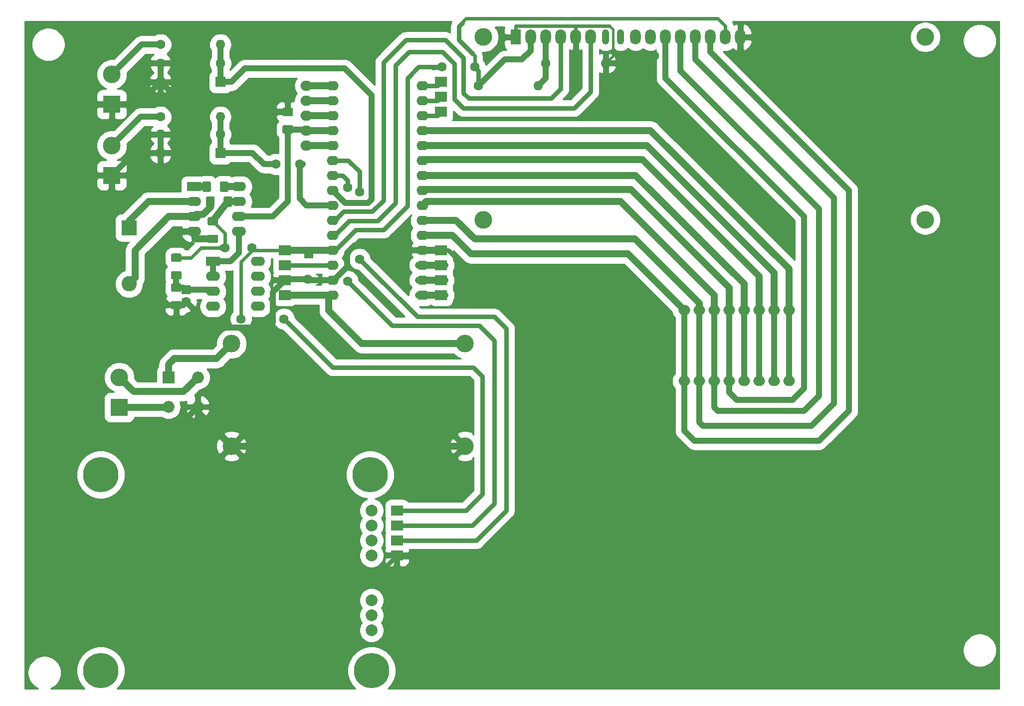
<source format=gbr>
G04 #@! TF.GenerationSoftware,KiCad,Pcbnew,5.1.0*
G04 #@! TF.CreationDate,2019-04-08T09:50:00-05:00*
G04 #@! TF.ProjectId,termocuplaJ,7465726d-6f63-4757-906c-614a2e6b6963,rev?*
G04 #@! TF.SameCoordinates,Original*
G04 #@! TF.FileFunction,Copper,L2,Bot*
G04 #@! TF.FilePolarity,Positive*
%FSLAX46Y46*%
G04 Gerber Fmt 4.6, Leading zero omitted, Abs format (unit mm)*
G04 Created by KiCad (PCBNEW 5.1.0) date 2019-04-08 09:50:00*
%MOMM*%
%LPD*%
G04 APERTURE LIST*
%ADD10C,2.000000*%
%ADD11C,6.000000*%
%ADD12R,2.000000X1.700000*%
%ADD13R,1.600000X1.600000*%
%ADD14O,2.000000X1.600000*%
%ADD15C,1.600000*%
%ADD16C,0.100000*%
%ADD17C,1.425000*%
%ADD18R,1.800000X1.800000*%
%ADD19O,1.800000X1.800000*%
%ADD20R,3.000000X3.000000*%
%ADD21C,3.000000*%
%ADD22R,2.600000X2.600000*%
%ADD23C,2.600000*%
%ADD24O,2.000000X1.700000*%
%ADD25O,1.600000X1.600000*%
%ADD26R,2.400000X1.600000*%
%ADD27O,2.400000X1.600000*%
%ADD28O,2.000000X2.000000*%
%ADD29R,2.000000X2.000000*%
%ADD30R,1.800000X2.600000*%
%ADD31O,1.800000X2.600000*%
%ADD32O,1.200000X2.600000*%
%ADD33C,1.200000*%
%ADD34C,1.000000*%
%ADD35C,0.600000*%
%ADD36C,0.800000*%
%ADD37C,0.400000*%
%ADD38C,0.254000*%
G04 APERTURE END LIST*
D10*
X77724000Y-117221000D03*
X77724000Y-114681000D03*
X77724000Y-112141000D03*
X77724000Y-104521000D03*
X77724000Y-101981000D03*
X77724000Y-99441000D03*
X77724000Y-96901000D03*
D11*
X77724000Y-124079000D03*
X77470000Y-90805000D03*
X31750000Y-124079000D03*
X31750000Y-90805000D03*
D12*
X82042000Y-104521000D03*
X82042000Y-101981000D03*
X82042000Y-99441000D03*
X82042000Y-96901000D03*
X89535000Y-29210000D03*
X89535000Y-26670000D03*
X89535000Y-24130000D03*
D13*
X86360000Y-60325000D03*
D14*
X71120000Y-27305000D03*
X86360000Y-57785000D03*
X71120000Y-29845000D03*
X86360000Y-55245000D03*
X71120000Y-32385000D03*
X86360000Y-52705000D03*
X71120000Y-34925000D03*
X86360000Y-50165000D03*
X71120000Y-37465000D03*
X86360000Y-47625000D03*
X71120000Y-40005000D03*
X86360000Y-45085000D03*
X71120000Y-42545000D03*
X86360000Y-42545000D03*
X71120000Y-45085000D03*
X86360000Y-40005000D03*
X71120000Y-47625000D03*
X86360000Y-37465000D03*
X71120000Y-50165000D03*
X86360000Y-34925000D03*
X71120000Y-52705000D03*
X86360000Y-32385000D03*
X71120000Y-55245000D03*
X86360000Y-29845000D03*
X71120000Y-57785000D03*
X86360000Y-27305000D03*
X71120000Y-60325000D03*
X86360000Y-24765000D03*
X71120000Y-24765000D03*
D15*
X46228000Y-61436000D03*
D13*
X46228000Y-59436000D03*
D16*
G36*
X51449504Y-47077204D02*
G01*
X51473773Y-47080804D01*
X51497571Y-47086765D01*
X51520671Y-47095030D01*
X51542849Y-47105520D01*
X51563893Y-47118133D01*
X51583598Y-47132747D01*
X51601777Y-47149223D01*
X51618253Y-47167402D01*
X51632867Y-47187107D01*
X51645480Y-47208151D01*
X51655970Y-47230329D01*
X51664235Y-47253429D01*
X51670196Y-47277227D01*
X51673796Y-47301496D01*
X51675000Y-47326000D01*
X51675000Y-48251000D01*
X51673796Y-48275504D01*
X51670196Y-48299773D01*
X51664235Y-48323571D01*
X51655970Y-48346671D01*
X51645480Y-48368849D01*
X51632867Y-48389893D01*
X51618253Y-48409598D01*
X51601777Y-48427777D01*
X51583598Y-48444253D01*
X51563893Y-48458867D01*
X51542849Y-48471480D01*
X51520671Y-48481970D01*
X51497571Y-48490235D01*
X51473773Y-48496196D01*
X51449504Y-48499796D01*
X51425000Y-48501000D01*
X50175000Y-48501000D01*
X50150496Y-48499796D01*
X50126227Y-48496196D01*
X50102429Y-48490235D01*
X50079329Y-48481970D01*
X50057151Y-48471480D01*
X50036107Y-48458867D01*
X50016402Y-48444253D01*
X49998223Y-48427777D01*
X49981747Y-48409598D01*
X49967133Y-48389893D01*
X49954520Y-48368849D01*
X49944030Y-48346671D01*
X49935765Y-48323571D01*
X49929804Y-48299773D01*
X49926204Y-48275504D01*
X49925000Y-48251000D01*
X49925000Y-47326000D01*
X49926204Y-47301496D01*
X49929804Y-47277227D01*
X49935765Y-47253429D01*
X49944030Y-47230329D01*
X49954520Y-47208151D01*
X49967133Y-47187107D01*
X49981747Y-47167402D01*
X49998223Y-47149223D01*
X50016402Y-47132747D01*
X50036107Y-47118133D01*
X50057151Y-47105520D01*
X50079329Y-47095030D01*
X50102429Y-47086765D01*
X50126227Y-47080804D01*
X50150496Y-47077204D01*
X50175000Y-47076000D01*
X51425000Y-47076000D01*
X51449504Y-47077204D01*
X51449504Y-47077204D01*
G37*
D17*
X50800000Y-47788500D03*
D16*
G36*
X51449504Y-50052204D02*
G01*
X51473773Y-50055804D01*
X51497571Y-50061765D01*
X51520671Y-50070030D01*
X51542849Y-50080520D01*
X51563893Y-50093133D01*
X51583598Y-50107747D01*
X51601777Y-50124223D01*
X51618253Y-50142402D01*
X51632867Y-50162107D01*
X51645480Y-50183151D01*
X51655970Y-50205329D01*
X51664235Y-50228429D01*
X51670196Y-50252227D01*
X51673796Y-50276496D01*
X51675000Y-50301000D01*
X51675000Y-51226000D01*
X51673796Y-51250504D01*
X51670196Y-51274773D01*
X51664235Y-51298571D01*
X51655970Y-51321671D01*
X51645480Y-51343849D01*
X51632867Y-51364893D01*
X51618253Y-51384598D01*
X51601777Y-51402777D01*
X51583598Y-51419253D01*
X51563893Y-51433867D01*
X51542849Y-51446480D01*
X51520671Y-51456970D01*
X51497571Y-51465235D01*
X51473773Y-51471196D01*
X51449504Y-51474796D01*
X51425000Y-51476000D01*
X50175000Y-51476000D01*
X50150496Y-51474796D01*
X50126227Y-51471196D01*
X50102429Y-51465235D01*
X50079329Y-51456970D01*
X50057151Y-51446480D01*
X50036107Y-51433867D01*
X50016402Y-51419253D01*
X49998223Y-51402777D01*
X49981747Y-51384598D01*
X49967133Y-51364893D01*
X49954520Y-51343849D01*
X49944030Y-51321671D01*
X49935765Y-51298571D01*
X49929804Y-51274773D01*
X49926204Y-51250504D01*
X49925000Y-51226000D01*
X49925000Y-50301000D01*
X49926204Y-50276496D01*
X49929804Y-50252227D01*
X49935765Y-50228429D01*
X49944030Y-50205329D01*
X49954520Y-50183151D01*
X49967133Y-50162107D01*
X49981747Y-50142402D01*
X49998223Y-50124223D01*
X50016402Y-50107747D01*
X50036107Y-50093133D01*
X50057151Y-50080520D01*
X50079329Y-50070030D01*
X50102429Y-50061765D01*
X50126227Y-50055804D01*
X50150496Y-50052204D01*
X50175000Y-50051000D01*
X51425000Y-50051000D01*
X51449504Y-50052204D01*
X51449504Y-50052204D01*
G37*
D17*
X50800000Y-50763500D03*
D16*
G36*
X64149504Y-28498704D02*
G01*
X64173773Y-28502304D01*
X64197571Y-28508265D01*
X64220671Y-28516530D01*
X64242849Y-28527020D01*
X64263893Y-28539633D01*
X64283598Y-28554247D01*
X64301777Y-28570723D01*
X64318253Y-28588902D01*
X64332867Y-28608607D01*
X64345480Y-28629651D01*
X64355970Y-28651829D01*
X64364235Y-28674929D01*
X64370196Y-28698727D01*
X64373796Y-28722996D01*
X64375000Y-28747500D01*
X64375000Y-29672500D01*
X64373796Y-29697004D01*
X64370196Y-29721273D01*
X64364235Y-29745071D01*
X64355970Y-29768171D01*
X64345480Y-29790349D01*
X64332867Y-29811393D01*
X64318253Y-29831098D01*
X64301777Y-29849277D01*
X64283598Y-29865753D01*
X64263893Y-29880367D01*
X64242849Y-29892980D01*
X64220671Y-29903470D01*
X64197571Y-29911735D01*
X64173773Y-29917696D01*
X64149504Y-29921296D01*
X64125000Y-29922500D01*
X62875000Y-29922500D01*
X62850496Y-29921296D01*
X62826227Y-29917696D01*
X62802429Y-29911735D01*
X62779329Y-29903470D01*
X62757151Y-29892980D01*
X62736107Y-29880367D01*
X62716402Y-29865753D01*
X62698223Y-29849277D01*
X62681747Y-29831098D01*
X62667133Y-29811393D01*
X62654520Y-29790349D01*
X62644030Y-29768171D01*
X62635765Y-29745071D01*
X62629804Y-29721273D01*
X62626204Y-29697004D01*
X62625000Y-29672500D01*
X62625000Y-28747500D01*
X62626204Y-28722996D01*
X62629804Y-28698727D01*
X62635765Y-28674929D01*
X62644030Y-28651829D01*
X62654520Y-28629651D01*
X62667133Y-28608607D01*
X62681747Y-28588902D01*
X62698223Y-28570723D01*
X62716402Y-28554247D01*
X62736107Y-28539633D01*
X62757151Y-28527020D01*
X62779329Y-28516530D01*
X62802429Y-28508265D01*
X62826227Y-28502304D01*
X62850496Y-28498704D01*
X62875000Y-28497500D01*
X64125000Y-28497500D01*
X64149504Y-28498704D01*
X64149504Y-28498704D01*
G37*
D17*
X63500000Y-29210000D03*
D16*
G36*
X64149504Y-31473704D02*
G01*
X64173773Y-31477304D01*
X64197571Y-31483265D01*
X64220671Y-31491530D01*
X64242849Y-31502020D01*
X64263893Y-31514633D01*
X64283598Y-31529247D01*
X64301777Y-31545723D01*
X64318253Y-31563902D01*
X64332867Y-31583607D01*
X64345480Y-31604651D01*
X64355970Y-31626829D01*
X64364235Y-31649929D01*
X64370196Y-31673727D01*
X64373796Y-31697996D01*
X64375000Y-31722500D01*
X64375000Y-32647500D01*
X64373796Y-32672004D01*
X64370196Y-32696273D01*
X64364235Y-32720071D01*
X64355970Y-32743171D01*
X64345480Y-32765349D01*
X64332867Y-32786393D01*
X64318253Y-32806098D01*
X64301777Y-32824277D01*
X64283598Y-32840753D01*
X64263893Y-32855367D01*
X64242849Y-32867980D01*
X64220671Y-32878470D01*
X64197571Y-32886735D01*
X64173773Y-32892696D01*
X64149504Y-32896296D01*
X64125000Y-32897500D01*
X62875000Y-32897500D01*
X62850496Y-32896296D01*
X62826227Y-32892696D01*
X62802429Y-32886735D01*
X62779329Y-32878470D01*
X62757151Y-32867980D01*
X62736107Y-32855367D01*
X62716402Y-32840753D01*
X62698223Y-32824277D01*
X62681747Y-32806098D01*
X62667133Y-32786393D01*
X62654520Y-32765349D01*
X62644030Y-32743171D01*
X62635765Y-32720071D01*
X62629804Y-32696273D01*
X62626204Y-32672004D01*
X62625000Y-32647500D01*
X62625000Y-31722500D01*
X62626204Y-31697996D01*
X62629804Y-31673727D01*
X62635765Y-31649929D01*
X62644030Y-31626829D01*
X62654520Y-31604651D01*
X62667133Y-31583607D01*
X62681747Y-31563902D01*
X62698223Y-31545723D01*
X62716402Y-31529247D01*
X62736107Y-31514633D01*
X62757151Y-31502020D01*
X62779329Y-31491530D01*
X62802429Y-31483265D01*
X62826227Y-31477304D01*
X62850496Y-31473704D01*
X62875000Y-31472500D01*
X64125000Y-31472500D01*
X64149504Y-31473704D01*
X64149504Y-31473704D01*
G37*
D17*
X63500000Y-32185000D03*
D13*
X67056000Y-53340000D03*
D15*
X66929000Y-57658000D03*
D18*
X52070000Y-24130000D03*
D19*
X41910000Y-24130000D03*
X41910000Y-36195000D03*
D18*
X52070000Y-36195000D03*
D20*
X34925000Y-79375000D03*
D21*
X34925000Y-74295000D03*
D20*
X33655000Y-27940000D03*
D21*
X33655000Y-22860000D03*
X33655000Y-34925000D03*
D20*
X33655000Y-40005000D03*
D22*
X36576000Y-48895000D03*
D23*
X36576000Y-58415000D03*
D12*
X89535000Y-60325000D03*
X89535000Y-57785000D03*
X89535000Y-55245000D03*
X89535000Y-52705000D03*
D24*
X130810000Y-62865000D03*
X133350000Y-62865000D03*
X135890000Y-62865000D03*
X138430000Y-62865000D03*
X140970000Y-62865000D03*
X143510000Y-62865000D03*
X146050000Y-62865000D03*
X148590000Y-62865000D03*
X66675000Y-24765000D03*
X66675000Y-27305000D03*
X66675000Y-29845000D03*
X66675000Y-32385000D03*
X66675000Y-34925000D03*
D12*
X62992000Y-52705000D03*
X62992000Y-55245000D03*
X62992000Y-57785000D03*
X62992000Y-60325000D03*
D16*
G36*
X45226504Y-53263704D02*
G01*
X45250773Y-53267304D01*
X45274571Y-53273265D01*
X45297671Y-53281530D01*
X45319849Y-53292020D01*
X45340893Y-53304633D01*
X45360598Y-53319247D01*
X45378777Y-53335723D01*
X45395253Y-53353902D01*
X45409867Y-53373607D01*
X45422480Y-53394651D01*
X45432970Y-53416829D01*
X45441235Y-53439929D01*
X45447196Y-53463727D01*
X45450796Y-53487996D01*
X45452000Y-53512500D01*
X45452000Y-54437500D01*
X45450796Y-54462004D01*
X45447196Y-54486273D01*
X45441235Y-54510071D01*
X45432970Y-54533171D01*
X45422480Y-54555349D01*
X45409867Y-54576393D01*
X45395253Y-54596098D01*
X45378777Y-54614277D01*
X45360598Y-54630753D01*
X45340893Y-54645367D01*
X45319849Y-54657980D01*
X45297671Y-54668470D01*
X45274571Y-54676735D01*
X45250773Y-54682696D01*
X45226504Y-54686296D01*
X45202000Y-54687500D01*
X43952000Y-54687500D01*
X43927496Y-54686296D01*
X43903227Y-54682696D01*
X43879429Y-54676735D01*
X43856329Y-54668470D01*
X43834151Y-54657980D01*
X43813107Y-54645367D01*
X43793402Y-54630753D01*
X43775223Y-54614277D01*
X43758747Y-54596098D01*
X43744133Y-54576393D01*
X43731520Y-54555349D01*
X43721030Y-54533171D01*
X43712765Y-54510071D01*
X43706804Y-54486273D01*
X43703204Y-54462004D01*
X43702000Y-54437500D01*
X43702000Y-53512500D01*
X43703204Y-53487996D01*
X43706804Y-53463727D01*
X43712765Y-53439929D01*
X43721030Y-53416829D01*
X43731520Y-53394651D01*
X43744133Y-53373607D01*
X43758747Y-53353902D01*
X43775223Y-53335723D01*
X43793402Y-53319247D01*
X43813107Y-53304633D01*
X43834151Y-53292020D01*
X43856329Y-53281530D01*
X43879429Y-53273265D01*
X43903227Y-53267304D01*
X43927496Y-53263704D01*
X43952000Y-53262500D01*
X45202000Y-53262500D01*
X45226504Y-53263704D01*
X45226504Y-53263704D01*
G37*
D17*
X44577000Y-53975000D03*
D16*
G36*
X45226504Y-56238704D02*
G01*
X45250773Y-56242304D01*
X45274571Y-56248265D01*
X45297671Y-56256530D01*
X45319849Y-56267020D01*
X45340893Y-56279633D01*
X45360598Y-56294247D01*
X45378777Y-56310723D01*
X45395253Y-56328902D01*
X45409867Y-56348607D01*
X45422480Y-56369651D01*
X45432970Y-56391829D01*
X45441235Y-56414929D01*
X45447196Y-56438727D01*
X45450796Y-56462996D01*
X45452000Y-56487500D01*
X45452000Y-57412500D01*
X45450796Y-57437004D01*
X45447196Y-57461273D01*
X45441235Y-57485071D01*
X45432970Y-57508171D01*
X45422480Y-57530349D01*
X45409867Y-57551393D01*
X45395253Y-57571098D01*
X45378777Y-57589277D01*
X45360598Y-57605753D01*
X45340893Y-57620367D01*
X45319849Y-57632980D01*
X45297671Y-57643470D01*
X45274571Y-57651735D01*
X45250773Y-57657696D01*
X45226504Y-57661296D01*
X45202000Y-57662500D01*
X43952000Y-57662500D01*
X43927496Y-57661296D01*
X43903227Y-57657696D01*
X43879429Y-57651735D01*
X43856329Y-57643470D01*
X43834151Y-57632980D01*
X43813107Y-57620367D01*
X43793402Y-57605753D01*
X43775223Y-57589277D01*
X43758747Y-57571098D01*
X43744133Y-57551393D01*
X43731520Y-57530349D01*
X43721030Y-57508171D01*
X43712765Y-57485071D01*
X43706804Y-57461273D01*
X43703204Y-57437004D01*
X43702000Y-57412500D01*
X43702000Y-56487500D01*
X43703204Y-56462996D01*
X43706804Y-56438727D01*
X43712765Y-56414929D01*
X43721030Y-56391829D01*
X43731520Y-56369651D01*
X43744133Y-56348607D01*
X43758747Y-56328902D01*
X43775223Y-56310723D01*
X43793402Y-56294247D01*
X43813107Y-56279633D01*
X43834151Y-56267020D01*
X43856329Y-56256530D01*
X43879429Y-56248265D01*
X43903227Y-56242304D01*
X43927496Y-56238704D01*
X43952000Y-56237500D01*
X45202000Y-56237500D01*
X45226504Y-56238704D01*
X45226504Y-56238704D01*
G37*
D17*
X44577000Y-56950000D03*
D16*
G36*
X45226504Y-61318704D02*
G01*
X45250773Y-61322304D01*
X45274571Y-61328265D01*
X45297671Y-61336530D01*
X45319849Y-61347020D01*
X45340893Y-61359633D01*
X45360598Y-61374247D01*
X45378777Y-61390723D01*
X45395253Y-61408902D01*
X45409867Y-61428607D01*
X45422480Y-61449651D01*
X45432970Y-61471829D01*
X45441235Y-61494929D01*
X45447196Y-61518727D01*
X45450796Y-61542996D01*
X45452000Y-61567500D01*
X45452000Y-62492500D01*
X45450796Y-62517004D01*
X45447196Y-62541273D01*
X45441235Y-62565071D01*
X45432970Y-62588171D01*
X45422480Y-62610349D01*
X45409867Y-62631393D01*
X45395253Y-62651098D01*
X45378777Y-62669277D01*
X45360598Y-62685753D01*
X45340893Y-62700367D01*
X45319849Y-62712980D01*
X45297671Y-62723470D01*
X45274571Y-62731735D01*
X45250773Y-62737696D01*
X45226504Y-62741296D01*
X45202000Y-62742500D01*
X43952000Y-62742500D01*
X43927496Y-62741296D01*
X43903227Y-62737696D01*
X43879429Y-62731735D01*
X43856329Y-62723470D01*
X43834151Y-62712980D01*
X43813107Y-62700367D01*
X43793402Y-62685753D01*
X43775223Y-62669277D01*
X43758747Y-62651098D01*
X43744133Y-62631393D01*
X43731520Y-62610349D01*
X43721030Y-62588171D01*
X43712765Y-62565071D01*
X43706804Y-62541273D01*
X43703204Y-62517004D01*
X43702000Y-62492500D01*
X43702000Y-61567500D01*
X43703204Y-61542996D01*
X43706804Y-61518727D01*
X43712765Y-61494929D01*
X43721030Y-61471829D01*
X43731520Y-61449651D01*
X43744133Y-61428607D01*
X43758747Y-61408902D01*
X43775223Y-61390723D01*
X43793402Y-61374247D01*
X43813107Y-61359633D01*
X43834151Y-61347020D01*
X43856329Y-61336530D01*
X43879429Y-61328265D01*
X43903227Y-61322304D01*
X43927496Y-61318704D01*
X43952000Y-61317500D01*
X45202000Y-61317500D01*
X45226504Y-61318704D01*
X45226504Y-61318704D01*
G37*
D17*
X44577000Y-62030000D03*
D16*
G36*
X45226504Y-58343704D02*
G01*
X45250773Y-58347304D01*
X45274571Y-58353265D01*
X45297671Y-58361530D01*
X45319849Y-58372020D01*
X45340893Y-58384633D01*
X45360598Y-58399247D01*
X45378777Y-58415723D01*
X45395253Y-58433902D01*
X45409867Y-58453607D01*
X45422480Y-58474651D01*
X45432970Y-58496829D01*
X45441235Y-58519929D01*
X45447196Y-58543727D01*
X45450796Y-58567996D01*
X45452000Y-58592500D01*
X45452000Y-59517500D01*
X45450796Y-59542004D01*
X45447196Y-59566273D01*
X45441235Y-59590071D01*
X45432970Y-59613171D01*
X45422480Y-59635349D01*
X45409867Y-59656393D01*
X45395253Y-59676098D01*
X45378777Y-59694277D01*
X45360598Y-59710753D01*
X45340893Y-59725367D01*
X45319849Y-59737980D01*
X45297671Y-59748470D01*
X45274571Y-59756735D01*
X45250773Y-59762696D01*
X45226504Y-59766296D01*
X45202000Y-59767500D01*
X43952000Y-59767500D01*
X43927496Y-59766296D01*
X43903227Y-59762696D01*
X43879429Y-59756735D01*
X43856329Y-59748470D01*
X43834151Y-59737980D01*
X43813107Y-59725367D01*
X43793402Y-59710753D01*
X43775223Y-59694277D01*
X43758747Y-59676098D01*
X43744133Y-59656393D01*
X43731520Y-59635349D01*
X43721030Y-59613171D01*
X43712765Y-59590071D01*
X43706804Y-59566273D01*
X43703204Y-59542004D01*
X43702000Y-59517500D01*
X43702000Y-58592500D01*
X43703204Y-58567996D01*
X43706804Y-58543727D01*
X43712765Y-58519929D01*
X43721030Y-58496829D01*
X43731520Y-58474651D01*
X43744133Y-58453607D01*
X43758747Y-58433902D01*
X43775223Y-58415723D01*
X43793402Y-58399247D01*
X43813107Y-58384633D01*
X43834151Y-58372020D01*
X43856329Y-58361530D01*
X43879429Y-58353265D01*
X43903227Y-58347304D01*
X43927496Y-58343704D01*
X43952000Y-58342500D01*
X45202000Y-58342500D01*
X45226504Y-58343704D01*
X45226504Y-58343704D01*
G37*
D17*
X44577000Y-59055000D03*
D25*
X52070000Y-17780000D03*
D15*
X41910000Y-17780000D03*
D25*
X52070000Y-30055001D03*
D15*
X41910000Y-30055001D03*
X52070000Y-20955000D03*
D25*
X41910000Y-20955000D03*
D15*
X52070000Y-33020000D03*
D25*
X41910000Y-33020000D03*
D16*
G36*
X50217004Y-41036204D02*
G01*
X50241273Y-41039804D01*
X50265071Y-41045765D01*
X50288171Y-41054030D01*
X50310349Y-41064520D01*
X50331393Y-41077133D01*
X50351098Y-41091747D01*
X50369277Y-41108223D01*
X50385753Y-41126402D01*
X50400367Y-41146107D01*
X50412980Y-41167151D01*
X50423470Y-41189329D01*
X50431735Y-41212429D01*
X50437696Y-41236227D01*
X50441296Y-41260496D01*
X50442500Y-41285000D01*
X50442500Y-42535000D01*
X50441296Y-42559504D01*
X50437696Y-42583773D01*
X50431735Y-42607571D01*
X50423470Y-42630671D01*
X50412980Y-42652849D01*
X50400367Y-42673893D01*
X50385753Y-42693598D01*
X50369277Y-42711777D01*
X50351098Y-42728253D01*
X50331393Y-42742867D01*
X50310349Y-42755480D01*
X50288171Y-42765970D01*
X50265071Y-42774235D01*
X50241273Y-42780196D01*
X50217004Y-42783796D01*
X50192500Y-42785000D01*
X49267500Y-42785000D01*
X49242996Y-42783796D01*
X49218727Y-42780196D01*
X49194929Y-42774235D01*
X49171829Y-42765970D01*
X49149651Y-42755480D01*
X49128607Y-42742867D01*
X49108902Y-42728253D01*
X49090723Y-42711777D01*
X49074247Y-42693598D01*
X49059633Y-42673893D01*
X49047020Y-42652849D01*
X49036530Y-42630671D01*
X49028265Y-42607571D01*
X49022304Y-42583773D01*
X49018704Y-42559504D01*
X49017500Y-42535000D01*
X49017500Y-41285000D01*
X49018704Y-41260496D01*
X49022304Y-41236227D01*
X49028265Y-41212429D01*
X49036530Y-41189329D01*
X49047020Y-41167151D01*
X49059633Y-41146107D01*
X49074247Y-41126402D01*
X49090723Y-41108223D01*
X49108902Y-41091747D01*
X49128607Y-41077133D01*
X49149651Y-41064520D01*
X49171829Y-41054030D01*
X49194929Y-41045765D01*
X49218727Y-41039804D01*
X49242996Y-41036204D01*
X49267500Y-41035000D01*
X50192500Y-41035000D01*
X50217004Y-41036204D01*
X50217004Y-41036204D01*
G37*
D17*
X49730000Y-41910000D03*
D16*
G36*
X53192004Y-41036204D02*
G01*
X53216273Y-41039804D01*
X53240071Y-41045765D01*
X53263171Y-41054030D01*
X53285349Y-41064520D01*
X53306393Y-41077133D01*
X53326098Y-41091747D01*
X53344277Y-41108223D01*
X53360753Y-41126402D01*
X53375367Y-41146107D01*
X53387980Y-41167151D01*
X53398470Y-41189329D01*
X53406735Y-41212429D01*
X53412696Y-41236227D01*
X53416296Y-41260496D01*
X53417500Y-41285000D01*
X53417500Y-42535000D01*
X53416296Y-42559504D01*
X53412696Y-42583773D01*
X53406735Y-42607571D01*
X53398470Y-42630671D01*
X53387980Y-42652849D01*
X53375367Y-42673893D01*
X53360753Y-42693598D01*
X53344277Y-42711777D01*
X53326098Y-42728253D01*
X53306393Y-42742867D01*
X53285349Y-42755480D01*
X53263171Y-42765970D01*
X53240071Y-42774235D01*
X53216273Y-42780196D01*
X53192004Y-42783796D01*
X53167500Y-42785000D01*
X52242500Y-42785000D01*
X52217996Y-42783796D01*
X52193727Y-42780196D01*
X52169929Y-42774235D01*
X52146829Y-42765970D01*
X52124651Y-42755480D01*
X52103607Y-42742867D01*
X52083902Y-42728253D01*
X52065723Y-42711777D01*
X52049247Y-42693598D01*
X52034633Y-42673893D01*
X52022020Y-42652849D01*
X52011530Y-42630671D01*
X52003265Y-42607571D01*
X51997304Y-42583773D01*
X51993704Y-42559504D01*
X51992500Y-42535000D01*
X51992500Y-41285000D01*
X51993704Y-41260496D01*
X51997304Y-41236227D01*
X52003265Y-41212429D01*
X52011530Y-41189329D01*
X52022020Y-41167151D01*
X52034633Y-41146107D01*
X52049247Y-41126402D01*
X52065723Y-41108223D01*
X52083902Y-41091747D01*
X52103607Y-41077133D01*
X52124651Y-41064520D01*
X52146829Y-41054030D01*
X52169929Y-41045765D01*
X52193727Y-41039804D01*
X52217996Y-41036204D01*
X52242500Y-41035000D01*
X53167500Y-41035000D01*
X53192004Y-41036204D01*
X53192004Y-41036204D01*
G37*
D17*
X52705000Y-41910000D03*
D16*
G36*
X50852004Y-43576204D02*
G01*
X50876273Y-43579804D01*
X50900071Y-43585765D01*
X50923171Y-43594030D01*
X50945349Y-43604520D01*
X50966393Y-43617133D01*
X50986098Y-43631747D01*
X51004277Y-43648223D01*
X51020753Y-43666402D01*
X51035367Y-43686107D01*
X51047980Y-43707151D01*
X51058470Y-43729329D01*
X51066735Y-43752429D01*
X51072696Y-43776227D01*
X51076296Y-43800496D01*
X51077500Y-43825000D01*
X51077500Y-45075000D01*
X51076296Y-45099504D01*
X51072696Y-45123773D01*
X51066735Y-45147571D01*
X51058470Y-45170671D01*
X51047980Y-45192849D01*
X51035367Y-45213893D01*
X51020753Y-45233598D01*
X51004277Y-45251777D01*
X50986098Y-45268253D01*
X50966393Y-45282867D01*
X50945349Y-45295480D01*
X50923171Y-45305970D01*
X50900071Y-45314235D01*
X50876273Y-45320196D01*
X50852004Y-45323796D01*
X50827500Y-45325000D01*
X49902500Y-45325000D01*
X49877996Y-45323796D01*
X49853727Y-45320196D01*
X49829929Y-45314235D01*
X49806829Y-45305970D01*
X49784651Y-45295480D01*
X49763607Y-45282867D01*
X49743902Y-45268253D01*
X49725723Y-45251777D01*
X49709247Y-45233598D01*
X49694633Y-45213893D01*
X49682020Y-45192849D01*
X49671530Y-45170671D01*
X49663265Y-45147571D01*
X49657304Y-45123773D01*
X49653704Y-45099504D01*
X49652500Y-45075000D01*
X49652500Y-43825000D01*
X49653704Y-43800496D01*
X49657304Y-43776227D01*
X49663265Y-43752429D01*
X49671530Y-43729329D01*
X49682020Y-43707151D01*
X49694633Y-43686107D01*
X49709247Y-43666402D01*
X49725723Y-43648223D01*
X49743902Y-43631747D01*
X49763607Y-43617133D01*
X49784651Y-43604520D01*
X49806829Y-43594030D01*
X49829929Y-43585765D01*
X49853727Y-43579804D01*
X49877996Y-43576204D01*
X49902500Y-43575000D01*
X50827500Y-43575000D01*
X50852004Y-43576204D01*
X50852004Y-43576204D01*
G37*
D17*
X50365000Y-44450000D03*
D16*
G36*
X53827004Y-43576204D02*
G01*
X53851273Y-43579804D01*
X53875071Y-43585765D01*
X53898171Y-43594030D01*
X53920349Y-43604520D01*
X53941393Y-43617133D01*
X53961098Y-43631747D01*
X53979277Y-43648223D01*
X53995753Y-43666402D01*
X54010367Y-43686107D01*
X54022980Y-43707151D01*
X54033470Y-43729329D01*
X54041735Y-43752429D01*
X54047696Y-43776227D01*
X54051296Y-43800496D01*
X54052500Y-43825000D01*
X54052500Y-45075000D01*
X54051296Y-45099504D01*
X54047696Y-45123773D01*
X54041735Y-45147571D01*
X54033470Y-45170671D01*
X54022980Y-45192849D01*
X54010367Y-45213893D01*
X53995753Y-45233598D01*
X53979277Y-45251777D01*
X53961098Y-45268253D01*
X53941393Y-45282867D01*
X53920349Y-45295480D01*
X53898171Y-45305970D01*
X53875071Y-45314235D01*
X53851273Y-45320196D01*
X53827004Y-45323796D01*
X53802500Y-45325000D01*
X52877500Y-45325000D01*
X52852996Y-45323796D01*
X52828727Y-45320196D01*
X52804929Y-45314235D01*
X52781829Y-45305970D01*
X52759651Y-45295480D01*
X52738607Y-45282867D01*
X52718902Y-45268253D01*
X52700723Y-45251777D01*
X52684247Y-45233598D01*
X52669633Y-45213893D01*
X52657020Y-45192849D01*
X52646530Y-45170671D01*
X52638265Y-45147571D01*
X52632304Y-45123773D01*
X52628704Y-45099504D01*
X52627500Y-45075000D01*
X52627500Y-43825000D01*
X52628704Y-43800496D01*
X52632304Y-43776227D01*
X52638265Y-43752429D01*
X52646530Y-43729329D01*
X52657020Y-43707151D01*
X52669633Y-43686107D01*
X52684247Y-43666402D01*
X52700723Y-43648223D01*
X52718902Y-43631747D01*
X52738607Y-43617133D01*
X52759651Y-43604520D01*
X52781829Y-43594030D01*
X52804929Y-43585765D01*
X52828727Y-43579804D01*
X52852996Y-43576204D01*
X52877500Y-43575000D01*
X53802500Y-43575000D01*
X53827004Y-43576204D01*
X53827004Y-43576204D01*
G37*
D17*
X53340000Y-44450000D03*
D15*
X95885000Y-24765000D03*
D25*
X106045000Y-24765000D03*
X117475000Y-20955000D03*
D15*
X107315000Y-20955000D03*
D26*
X50800000Y-54610000D03*
D27*
X58420000Y-62230000D03*
X50800000Y-57150000D03*
X58420000Y-59690000D03*
X50800000Y-59690000D03*
X58420000Y-57150000D03*
X50800000Y-62230000D03*
X58420000Y-54610000D03*
X55245000Y-41910000D03*
X47625000Y-49530000D03*
X55245000Y-44450000D03*
X47625000Y-46990000D03*
X55245000Y-46990000D03*
X47625000Y-44450000D03*
X55245000Y-49530000D03*
D26*
X47625000Y-41910000D03*
D21*
X53975000Y-68580000D03*
X53975000Y-85979000D03*
X93599000Y-85979000D03*
X93599000Y-68580000D03*
D28*
X48260000Y-74295000D03*
X43260000Y-79295000D03*
X48260000Y-79295000D03*
D29*
X43260000Y-74295000D03*
D30*
X102235000Y-16510000D03*
D31*
X104775000Y-16510000D03*
X107315000Y-16510000D03*
X109855000Y-16510000D03*
X112395000Y-16510000D03*
X114935000Y-16510000D03*
D32*
X117475000Y-16510000D03*
X120015000Y-16510000D03*
D31*
X122555000Y-16510000D03*
X125095000Y-16510000D03*
X127635000Y-16510000D03*
X130175000Y-16510000D03*
X132715000Y-16510000D03*
X135255000Y-16510000D03*
X137795000Y-16510000D03*
X140335000Y-16510000D03*
D21*
X96735900Y-16510000D03*
X96735900Y-47510700D03*
X171734480Y-47510700D03*
X171735000Y-16510000D03*
D24*
X130810000Y-74930000D03*
X133350000Y-74930000D03*
X135890000Y-74930000D03*
X138430000Y-74930000D03*
X140970000Y-74930000D03*
X143510000Y-74930000D03*
X146050000Y-74930000D03*
X148590000Y-74930000D03*
D15*
X140335000Y-19685000D03*
X125730000Y-19685000D03*
X75692000Y-54203602D03*
X75692000Y-42824400D03*
X73660000Y-42037000D03*
X73660000Y-57962800D03*
X65532000Y-38100000D03*
X61468000Y-38100000D03*
X95250000Y-21590000D03*
X89662000Y-21590000D03*
X62865001Y-64363601D03*
X55575200Y-64363602D03*
X52832014Y-52324000D03*
X57404018Y-52324000D03*
D33*
X90170000Y-60325000D02*
X85725000Y-60325000D01*
X70485000Y-27305000D02*
X66675000Y-27305000D01*
X85725000Y-57785000D02*
X90170000Y-57785000D01*
X66675000Y-29845000D02*
X70485000Y-29845000D01*
X85725000Y-55245000D02*
X90170000Y-55245000D01*
X70485000Y-32385000D02*
X66675000Y-32385000D01*
D34*
X66475000Y-32185000D02*
X66675000Y-32385000D01*
X63500000Y-32185000D02*
X66475000Y-32185000D01*
X63500000Y-44450000D02*
X63500000Y-32185000D01*
X55245000Y-46990000D02*
X60960000Y-46990000D01*
X60960000Y-46990000D02*
X63500000Y-44450000D01*
X41910000Y-20955000D02*
X41910000Y-24130000D01*
X38100000Y-27940000D02*
X41910000Y-24130000D01*
X33655000Y-27940000D02*
X38100000Y-27940000D01*
X41910000Y-33020000D02*
X41910000Y-36195000D01*
X37465000Y-36195000D02*
X33655000Y-40005000D01*
X41910000Y-36195000D02*
X37465000Y-36195000D01*
D33*
X85725000Y-52705000D02*
X90170000Y-52705000D01*
X48260000Y-80264000D02*
X53975000Y-85979000D01*
X48260000Y-79295000D02*
X48260000Y-80264000D01*
D34*
X63500000Y-29210000D02*
X59690000Y-29210000D01*
X59690000Y-29210000D02*
X57785000Y-27305000D01*
X45085000Y-27305000D02*
X41910000Y-24130000D01*
X57785000Y-27305000D02*
X45085000Y-27305000D01*
X31155000Y-27940000D02*
X29845000Y-29250000D01*
X33655000Y-27940000D02*
X31155000Y-27940000D01*
X31155000Y-40005000D02*
X33655000Y-40005000D01*
X29845000Y-38695000D02*
X31155000Y-40005000D01*
X29845000Y-29250000D02*
X29845000Y-38695000D01*
X33655000Y-42505000D02*
X31115000Y-45045000D01*
X33655000Y-40005000D02*
X33655000Y-42505000D01*
X31115000Y-59690000D02*
X32004000Y-60452000D01*
X31115000Y-45045000D02*
X31115000Y-59690000D01*
X32004000Y-60452000D02*
X34090000Y-62030000D01*
X34090000Y-62030000D02*
X45085000Y-62030000D01*
X45634000Y-62030000D02*
X46228000Y-61436000D01*
X44577000Y-62030000D02*
X45634000Y-62030000D01*
X43234000Y-62030000D02*
X44577000Y-62030000D01*
X41148000Y-59944000D02*
X43234000Y-62030000D01*
X41148000Y-53807000D02*
X41148000Y-59944000D01*
X47625000Y-49530000D02*
X45425000Y-49530000D01*
X45425000Y-49530000D02*
X41148000Y-53807000D01*
D33*
X47752000Y-50800000D02*
X49784000Y-50800000D01*
X47625000Y-49530000D02*
X47752000Y-50800000D01*
D34*
X48260000Y-79295000D02*
X41703000Y-85852000D01*
X41703000Y-85852000D02*
X32512000Y-85852000D01*
X32512000Y-85852000D02*
X30480000Y-83820000D01*
X30480000Y-65640000D02*
X34090000Y-62030000D01*
X30480000Y-83820000D02*
X30480000Y-65640000D01*
X140335000Y-16510000D02*
X140335000Y-19939000D01*
X67056000Y-57785000D02*
X66929000Y-57658000D01*
X71120000Y-57785000D02*
X67056000Y-57785000D01*
X63119000Y-57658000D02*
X66929000Y-57658000D01*
X62992000Y-57785000D02*
X63119000Y-57658000D01*
D35*
X112395000Y-14605000D02*
X112395000Y-16510000D01*
X102235000Y-16510000D02*
X102235000Y-14610000D01*
X102240000Y-14605000D02*
X112395000Y-14605000D01*
X102235000Y-14610000D02*
X102240000Y-14605000D01*
D36*
X124930001Y-20484999D02*
X125730000Y-19685000D01*
X124460000Y-20955000D02*
X124930001Y-20484999D01*
X117475000Y-20955000D02*
X124460000Y-20955000D01*
D35*
X112395000Y-14605000D02*
X118110000Y-14605000D01*
D37*
X118110000Y-14605000D02*
X118745000Y-15240000D01*
X118745000Y-19685000D02*
X117475000Y-20955000D01*
X118745000Y-15240000D02*
X118745000Y-19685000D01*
D36*
X89916000Y-85979000D02*
X93599000Y-85979000D01*
X82042000Y-104521000D02*
X78994000Y-107569000D01*
X78994000Y-107569000D02*
X75184000Y-107569000D01*
X72263000Y-104648000D02*
X72263000Y-85979000D01*
D33*
X53975000Y-85979000D02*
X72263000Y-85979000D01*
D36*
X75184000Y-107569000D02*
X72263000Y-104648000D01*
D33*
X72263000Y-85979000D02*
X93599000Y-85979000D01*
D36*
X96774000Y-104521000D02*
X91186000Y-104521000D01*
X91186000Y-104521000D02*
X82042000Y-104521000D01*
X102616000Y-98679000D02*
X96774000Y-104521000D01*
X102616000Y-64516000D02*
X102616000Y-98679000D01*
X89535000Y-52705000D02*
X90805000Y-52705000D01*
X90805000Y-52705000D02*
X102616000Y-64516000D01*
D34*
X161544000Y-87376000D02*
X145288000Y-103632000D01*
X140335000Y-19939000D02*
X161544000Y-41148000D01*
X161544000Y-41148000D02*
X161544000Y-87376000D01*
D36*
X82296000Y-104775000D02*
X82042000Y-104521000D01*
X145288000Y-103632000D02*
X144145000Y-104775000D01*
X144145000Y-104775000D02*
X82296000Y-104775000D01*
D34*
X50655602Y-65863602D02*
X47027999Y-62235999D01*
X47027999Y-62235999D02*
X46228000Y-61436000D01*
X60960000Y-59817000D02*
X60960000Y-65024000D01*
X62992000Y-57785000D02*
X60960000Y-59817000D01*
X60120398Y-65863602D02*
X50655602Y-65863602D01*
X60960000Y-65024000D02*
X60120398Y-65863602D01*
X86360000Y-52705000D02*
X86360000Y-52705000D01*
X84455000Y-52705000D02*
X86360000Y-52705000D01*
X71297800Y-57785000D02*
X73609200Y-55473600D01*
X74866399Y-51905001D02*
X83655001Y-51905001D01*
X83655001Y-51905001D02*
X84455000Y-52705000D01*
X73609200Y-53162200D02*
X74866399Y-51905001D01*
X71120000Y-57785000D02*
X71297800Y-57785000D01*
X73609200Y-55473600D02*
X73609200Y-53162200D01*
D33*
X66675000Y-34925000D02*
X70485000Y-34925000D01*
D34*
X130810000Y-62865000D02*
X130810000Y-74930000D01*
D33*
X91440000Y-50165000D02*
X86360000Y-50165000D01*
X94615000Y-53340000D02*
X91440000Y-50165000D01*
X130810000Y-62865000D02*
X121285000Y-53340000D01*
X121285000Y-53340000D02*
X94615000Y-53340000D01*
D34*
X135255000Y-19050000D02*
X135255000Y-16510000D01*
X130810000Y-83362800D02*
X132537200Y-85090000D01*
X130810000Y-74930000D02*
X130810000Y-83362800D01*
X158750000Y-80010000D02*
X158750000Y-42545000D01*
X132537200Y-85090000D02*
X153670000Y-85090000D01*
X153670000Y-85090000D02*
X158750000Y-80010000D01*
X158750000Y-42545000D02*
X135255000Y-19050000D01*
D36*
X95504000Y-101981000D02*
X100584000Y-96901000D01*
X98552000Y-64008000D02*
X85496398Y-64008000D01*
X76491999Y-55003601D02*
X75692000Y-54203602D01*
X100584000Y-66040000D02*
X98552000Y-64008000D01*
X100584000Y-96901000D02*
X100584000Y-66040000D01*
X85496398Y-64008000D02*
X76491999Y-55003601D01*
X82042000Y-101981000D02*
X95504000Y-101981000D01*
X75692000Y-41693030D02*
X75692000Y-42824400D01*
X71120000Y-37465000D02*
X73787000Y-37465000D01*
X75692000Y-39370000D02*
X75692000Y-41693030D01*
X73787000Y-37465000D02*
X75692000Y-39370000D01*
D34*
X133350000Y-62865000D02*
X133350000Y-74930000D01*
D33*
X122487081Y-50800000D02*
X133350000Y-61662919D01*
X95250000Y-50800000D02*
X122487081Y-50800000D01*
X86360000Y-47625000D02*
X92075000Y-47625000D01*
X133350000Y-61662919D02*
X133350000Y-62865000D01*
X92075000Y-47625000D02*
X95250000Y-50800000D01*
D34*
X133350000Y-81915000D02*
X133350000Y-74930000D01*
X132715000Y-20320000D02*
X156210000Y-43815000D01*
X132715000Y-16510000D02*
X132715000Y-20320000D01*
X156210000Y-43815000D02*
X156210000Y-78740000D01*
X156210000Y-78740000D02*
X152400000Y-82550000D01*
X152400000Y-82550000D02*
X133985000Y-82550000D01*
X133985000Y-82550000D02*
X133350000Y-81915000D01*
D36*
X71120000Y-40005000D02*
X72821800Y-40005000D01*
X73660000Y-40843200D02*
X73660000Y-42037000D01*
X72821800Y-40005000D02*
X73660000Y-40843200D01*
X96012000Y-65532000D02*
X81229200Y-65532000D01*
X94869000Y-99441000D02*
X98552000Y-95758000D01*
X81229200Y-65532000D02*
X74459999Y-58762799D01*
X74459999Y-58762799D02*
X73660000Y-57962800D01*
X98552000Y-68072000D02*
X96012000Y-65532000D01*
X82042000Y-99441000D02*
X94869000Y-99441000D01*
X98552000Y-95758000D02*
X98552000Y-68072000D01*
D34*
X135890000Y-62865000D02*
X135890000Y-74930000D01*
D33*
X135890000Y-60325000D02*
X135890000Y-62865000D01*
X120015000Y-44450000D02*
X135890000Y-60325000D01*
X86360000Y-45085000D02*
X86995000Y-44450000D01*
X86995000Y-44450000D02*
X120015000Y-44450000D01*
D34*
X130175000Y-22225000D02*
X130175000Y-16510000D01*
X135890000Y-79375000D02*
X136525000Y-80010000D01*
X135890000Y-74930000D02*
X135890000Y-79375000D01*
X136525000Y-80010000D02*
X151130000Y-80010000D01*
X151130000Y-80010000D02*
X153670000Y-77470000D01*
X153670000Y-77470000D02*
X153670000Y-45720000D01*
X153670000Y-45720000D02*
X130175000Y-22225000D01*
X52070000Y-17780000D02*
X52070000Y-24130000D01*
X71919999Y-43344999D02*
X71120000Y-42545000D01*
X73229602Y-44654602D02*
X71919999Y-43344999D01*
X77138398Y-44654602D02*
X73229602Y-44654602D01*
X52070000Y-24130000D02*
X53970000Y-24130000D01*
X56256000Y-21844000D02*
X73152000Y-21844000D01*
X73152000Y-21844000D02*
X77724000Y-26416000D01*
X77724000Y-26416000D02*
X77724000Y-44069000D01*
X53970000Y-24130000D02*
X56256000Y-21844000D01*
X77724000Y-44069000D02*
X77138398Y-44654602D01*
X127635000Y-16510000D02*
X127635000Y-23495000D01*
X127635000Y-23495000D02*
X151130000Y-46990000D01*
X151130000Y-46990000D02*
X151130000Y-76200000D01*
X151130000Y-76200000D02*
X149225000Y-78105000D01*
X149225000Y-78105000D02*
X139700000Y-78105000D01*
X138430000Y-76835000D02*
X138430000Y-74930000D01*
X139700000Y-78105000D02*
X138430000Y-76835000D01*
X138430000Y-74930000D02*
X138430000Y-62865000D01*
D33*
X121793000Y-42418000D02*
X138430000Y-59055000D01*
X86360000Y-42545000D02*
X86487000Y-42418000D01*
X138430000Y-59055000D02*
X138430000Y-62865000D01*
X86487000Y-42418000D02*
X121793000Y-42418000D01*
D34*
X52070000Y-30055001D02*
X52070000Y-36195000D01*
X61468000Y-38100000D02*
X59436000Y-38100000D01*
X57531000Y-36195000D02*
X52070000Y-36195000D01*
X59436000Y-38100000D02*
X57531000Y-36195000D01*
X65532000Y-38608000D02*
X66040000Y-38100000D01*
X71120000Y-45085000D02*
X66675000Y-45085000D01*
X66040000Y-38100000D02*
X65532000Y-38100000D01*
X65532000Y-43942000D02*
X65532000Y-38608000D01*
X66675000Y-45085000D02*
X65532000Y-43942000D01*
X140970000Y-62865000D02*
X140970000Y-74930000D01*
D33*
X86360000Y-40005000D02*
X86360000Y-40005000D01*
X122555000Y-40005000D02*
X86360000Y-40005000D01*
X140970000Y-62865000D02*
X140970000Y-58420000D01*
X140970000Y-58420000D02*
X122555000Y-40005000D01*
D36*
X71501000Y-47625000D02*
X71120000Y-47625000D01*
X77825600Y-46151800D02*
X72974200Y-46151800D01*
X79756000Y-44221400D02*
X77825600Y-46151800D01*
X72974200Y-46151800D02*
X71501000Y-47625000D01*
X83566000Y-17018000D02*
X79756000Y-20828000D01*
X90297000Y-17018000D02*
X83566000Y-17018000D01*
X109855000Y-25273000D02*
X108204000Y-26924000D01*
X79756000Y-20828000D02*
X79756000Y-44221400D01*
X93345000Y-20066000D02*
X90297000Y-17018000D01*
X109855000Y-16510000D02*
X109855000Y-25273000D01*
X108204000Y-26924000D02*
X94234000Y-26924000D01*
X94234000Y-26924000D02*
X93345000Y-26035000D01*
X93345000Y-26035000D02*
X93345000Y-20066000D01*
D34*
X143510000Y-62865000D02*
X143510000Y-74930000D01*
D33*
X143510000Y-61595000D02*
X143510000Y-62865000D01*
X143510000Y-57150000D02*
X143510000Y-61595000D01*
X86360000Y-37465000D02*
X86487000Y-37338000D01*
X123698000Y-37338000D02*
X143510000Y-57150000D01*
X86487000Y-37338000D02*
X123698000Y-37338000D01*
D36*
X114935000Y-18610000D02*
X114935000Y-16510000D01*
X112141000Y-28575000D02*
X114935000Y-25781000D01*
X93345000Y-28575000D02*
X112141000Y-28575000D01*
X91821000Y-27051000D02*
X93345000Y-28575000D01*
X91821000Y-21082000D02*
X91821000Y-27051000D01*
X89789000Y-19050000D02*
X91821000Y-21082000D01*
X71120000Y-50165000D02*
X71475600Y-50165000D01*
X73914000Y-47726600D02*
X78765400Y-47726600D01*
X114935000Y-25781000D02*
X114935000Y-18610000D01*
X78765400Y-47726600D02*
X81788000Y-44704000D01*
X81788000Y-44704000D02*
X81788000Y-21336000D01*
X84074000Y-19050000D02*
X89789000Y-19050000D01*
X71475600Y-50165000D02*
X73914000Y-47726600D01*
X81788000Y-21336000D02*
X84074000Y-19050000D01*
D34*
X146050000Y-62865000D02*
X146050000Y-74930000D01*
D33*
X146050000Y-56515000D02*
X146050000Y-62865000D01*
X124460000Y-34925000D02*
X146050000Y-56515000D01*
X86360000Y-34925000D02*
X86360000Y-34925000D01*
X86360000Y-34925000D02*
X124460000Y-34925000D01*
X67691000Y-52705000D02*
X67056000Y-53340000D01*
X70485000Y-52705000D02*
X66675000Y-52705000D01*
X66421000Y-52705000D02*
X67056000Y-53340000D01*
X62611000Y-52705000D02*
X66421000Y-52705000D01*
X53340000Y-44450000D02*
X55245000Y-44450000D01*
D34*
X104775000Y-18810000D02*
X103265000Y-20320000D01*
X104775000Y-16510000D02*
X104775000Y-18810000D01*
X100330000Y-20320000D02*
X95885000Y-24765000D01*
X103265000Y-20320000D02*
X100330000Y-20320000D01*
D33*
X52324000Y-45720000D02*
X50800000Y-47752000D01*
X53340000Y-44450000D02*
X52324000Y-45720000D01*
D35*
X44577000Y-53975000D02*
X47117000Y-53975000D01*
X47117000Y-53975000D02*
X48768000Y-52324000D01*
X48768000Y-52324000D02*
X52324000Y-52324000D01*
X52324000Y-52324000D02*
X52832000Y-51816000D01*
X52832000Y-49820500D02*
X50800000Y-47788500D01*
X52832000Y-51816000D02*
X52832000Y-49820500D01*
D36*
X95885000Y-22225000D02*
X95250000Y-21590000D01*
X95885000Y-24765000D02*
X95885000Y-22225000D01*
D35*
X95250000Y-20458630D02*
X95250000Y-21590000D01*
X95250000Y-19685000D02*
X95250000Y-20458630D01*
X94906757Y-19341757D02*
X95250000Y-19685000D01*
D36*
X89662000Y-21590000D02*
X88138000Y-21717000D01*
X85725000Y-21590000D02*
X89662000Y-21590000D01*
X79756000Y-49250600D02*
X83820000Y-45186600D01*
X71120000Y-52705000D02*
X71551800Y-52705000D01*
X71551800Y-52705000D02*
X75006200Y-49250600D01*
X83820000Y-23495000D02*
X85725000Y-21590000D01*
X75006200Y-49250600D02*
X79756000Y-49250600D01*
X83820000Y-45186600D02*
X83820000Y-23495000D01*
X82042000Y-96901000D02*
X93726000Y-96901000D01*
X71145400Y-72644000D02*
X63665000Y-65163600D01*
X63665000Y-65163600D02*
X62865001Y-64363601D01*
X94996000Y-72644000D02*
X71145400Y-72644000D01*
X96520000Y-74168000D02*
X94996000Y-72644000D01*
X96520000Y-94107000D02*
X96520000Y-74168000D01*
X93726000Y-96901000D02*
X96520000Y-94107000D01*
D35*
X55575200Y-63232232D02*
X55575200Y-64363602D01*
X62992000Y-52705000D02*
X57531000Y-52705000D01*
X57531000Y-52705000D02*
X55575200Y-54660800D01*
X55575200Y-54660800D02*
X55575200Y-63232232D01*
D34*
X52324000Y-52324000D02*
X52832014Y-52324000D01*
D35*
X93726000Y-13335000D02*
X93218000Y-13843000D01*
X93218000Y-13843000D02*
X93218000Y-14224000D01*
X136525000Y-13335000D02*
X93726000Y-13335000D01*
X137795000Y-16510000D02*
X137795000Y-14605000D01*
X137795000Y-14605000D02*
X136525000Y-13335000D01*
D36*
X92583000Y-17018000D02*
X94906757Y-19341757D01*
X93091000Y-14224000D02*
X92583000Y-14732000D01*
X92583000Y-14732000D02*
X92583000Y-17018000D01*
D34*
X148590000Y-62865000D02*
X148590000Y-74930000D01*
D33*
X125095000Y-32385000D02*
X148590000Y-55880000D01*
X86360000Y-32385000D02*
X86360000Y-32385000D01*
X148590000Y-55880000D02*
X148590000Y-62865000D01*
X86360000Y-32385000D02*
X125095000Y-32385000D01*
D36*
X65532000Y-55245000D02*
X71120000Y-55245000D01*
X62992000Y-55245000D02*
X65532000Y-55245000D01*
X88900000Y-29845000D02*
X89535000Y-29210000D01*
X86360000Y-29845000D02*
X88900000Y-29845000D01*
X88900000Y-27305000D02*
X89535000Y-26670000D01*
X86360000Y-27305000D02*
X88900000Y-27305000D01*
D33*
X76073000Y-68580000D02*
X93599000Y-68580000D01*
X62992000Y-60325000D02*
X70485000Y-60325000D01*
X70485000Y-62992000D02*
X76073000Y-68580000D01*
X70485000Y-60325000D02*
X70485000Y-62992000D01*
D36*
X88900000Y-24765000D02*
X89535000Y-24130000D01*
X86360000Y-24765000D02*
X88900000Y-24765000D01*
D33*
X66675000Y-24765000D02*
X70485000Y-24765000D01*
D34*
X44577000Y-56950000D02*
X44577000Y-59055000D01*
X45847000Y-59055000D02*
X46228000Y-59436000D01*
X44577000Y-59055000D02*
X45847000Y-59055000D01*
X50546000Y-59436000D02*
X50800000Y-59690000D01*
X46228000Y-59436000D02*
X50546000Y-59436000D01*
D33*
X37338000Y-76708000D02*
X34925000Y-74295000D01*
X48260000Y-74295000D02*
X45847000Y-76708000D01*
X45847000Y-76708000D02*
X37338000Y-76708000D01*
X43180000Y-79375000D02*
X43260000Y-79295000D01*
X34925000Y-79375000D02*
X43180000Y-79375000D01*
X43260000Y-72095000D02*
X44235000Y-71120000D01*
X43260000Y-74295000D02*
X43260000Y-72095000D01*
X51435000Y-71120000D02*
X53975000Y-68580000D01*
X44235000Y-71120000D02*
X51435000Y-71120000D01*
D34*
X38735000Y-17780000D02*
X41910000Y-17780000D01*
X33655000Y-22860000D02*
X38735000Y-17780000D01*
X38524999Y-30055001D02*
X41910000Y-30055001D01*
X33655000Y-34925000D02*
X38524999Y-30055001D01*
D33*
X36576000Y-47752000D02*
X36576000Y-48895000D01*
X47625000Y-44450000D02*
X39878000Y-44450000D01*
X39878000Y-44450000D02*
X36576000Y-47752000D01*
X50365000Y-45425000D02*
X49149000Y-46641000D01*
X50365000Y-44450000D02*
X50365000Y-45425000D01*
X47974000Y-46641000D02*
X47625000Y-46990000D01*
X49149000Y-46641000D02*
X47974000Y-46641000D01*
X37592000Y-57399000D02*
X36576000Y-58415000D01*
X47625000Y-46990000D02*
X43307000Y-46990000D01*
X37592000Y-52705000D02*
X37592000Y-57399000D01*
X43307000Y-46990000D02*
X37592000Y-52705000D01*
X47625000Y-41910000D02*
X49730000Y-41910000D01*
X52705000Y-41910000D02*
X55245000Y-41910000D01*
D34*
X107315000Y-23495000D02*
X106045000Y-24765000D01*
X107315000Y-16510000D02*
X107315000Y-23495000D01*
X50800000Y-57150000D02*
X50800000Y-54610000D01*
X55245000Y-51330000D02*
X55245000Y-49530000D01*
X55245000Y-53147004D02*
X55245000Y-51330000D01*
X50800000Y-54610000D02*
X53782004Y-54610000D01*
X53782004Y-54610000D02*
X55245000Y-53147004D01*
D38*
G36*
X91307203Y-13879541D02*
G01*
X91165410Y-14144816D01*
X91078095Y-14432657D01*
X91056000Y-14656990D01*
X91056000Y-14656999D01*
X91048613Y-14732000D01*
X91056000Y-14807002D01*
X91056000Y-15692248D01*
X90884185Y-15600410D01*
X90596344Y-15513095D01*
X90372011Y-15491000D01*
X90372001Y-15491000D01*
X90297000Y-15483613D01*
X90221999Y-15491000D01*
X83641011Y-15491000D01*
X83566000Y-15483612D01*
X83266655Y-15513095D01*
X83031395Y-15584460D01*
X82978815Y-15600410D01*
X82713540Y-15742203D01*
X82713538Y-15742204D01*
X82713539Y-15742204D01*
X82539288Y-15885207D01*
X82539283Y-15885212D01*
X82481024Y-15933024D01*
X82433212Y-15991283D01*
X78729294Y-19695203D01*
X78671024Y-19743024D01*
X78480203Y-19975541D01*
X78338410Y-20240816D01*
X78251095Y-20528657D01*
X78229000Y-20752990D01*
X78229000Y-20752999D01*
X78221613Y-20828000D01*
X78229000Y-20903001D01*
X78229000Y-24620075D01*
X74358980Y-20750055D01*
X74308029Y-20687971D01*
X74060286Y-20484654D01*
X73777638Y-20333575D01*
X73470948Y-20240542D01*
X73231925Y-20217000D01*
X73231914Y-20217000D01*
X73152000Y-20209129D01*
X73072086Y-20217000D01*
X56335914Y-20217000D01*
X56255999Y-20209129D01*
X56176085Y-20217000D01*
X56176075Y-20217000D01*
X55937052Y-20240542D01*
X55630362Y-20333575D01*
X55630360Y-20333576D01*
X55347714Y-20484654D01*
X55162052Y-20637022D01*
X55162049Y-20637025D01*
X55099971Y-20687971D01*
X55049025Y-20750049D01*
X53697000Y-22102075D01*
X53697000Y-21988531D01*
X53777685Y-21867777D01*
X53922947Y-21517085D01*
X53997000Y-21144793D01*
X53997000Y-20765207D01*
X53922947Y-20392915D01*
X53777685Y-20042223D01*
X53697000Y-19921469D01*
X53697000Y-18823947D01*
X53858929Y-18520999D01*
X53969117Y-18157758D01*
X54006323Y-17780000D01*
X53969117Y-17402242D01*
X53858929Y-17039001D01*
X53679994Y-16704237D01*
X53439187Y-16410813D01*
X53145763Y-16170006D01*
X52810999Y-15991071D01*
X52447758Y-15880883D01*
X52164658Y-15853000D01*
X51975342Y-15853000D01*
X51692242Y-15880883D01*
X51329001Y-15991071D01*
X50994237Y-16170006D01*
X50700813Y-16410813D01*
X50460006Y-16704237D01*
X50281071Y-17039001D01*
X50170883Y-17402242D01*
X50133677Y-17780000D01*
X50170883Y-18157758D01*
X50281071Y-18520999D01*
X50443000Y-18823947D01*
X50443000Y-19921469D01*
X50362315Y-20042223D01*
X50217053Y-20392915D01*
X50143000Y-20765207D01*
X50143000Y-21144793D01*
X50217053Y-21517085D01*
X50362315Y-21867777D01*
X50443001Y-21988532D01*
X50443001Y-22368697D01*
X50369235Y-22429235D01*
X50228400Y-22600843D01*
X50123750Y-22796629D01*
X50059307Y-23009069D01*
X50037547Y-23230000D01*
X50037547Y-25030000D01*
X50059307Y-25250931D01*
X50123750Y-25463371D01*
X50228400Y-25659157D01*
X50369235Y-25830765D01*
X50540843Y-25971600D01*
X50736629Y-26076250D01*
X50949069Y-26140693D01*
X51170000Y-26162453D01*
X52970000Y-26162453D01*
X53190931Y-26140693D01*
X53403371Y-26076250D01*
X53599157Y-25971600D01*
X53770765Y-25830765D01*
X53831302Y-25757000D01*
X53890086Y-25757000D01*
X53970000Y-25764871D01*
X54049914Y-25757000D01*
X54049925Y-25757000D01*
X54288948Y-25733458D01*
X54595638Y-25640425D01*
X54878286Y-25489346D01*
X55126029Y-25286029D01*
X55176979Y-25223946D01*
X56929926Y-23471000D01*
X65029426Y-23471000D01*
X64873232Y-23661324D01*
X64689653Y-24004774D01*
X64576606Y-24377440D01*
X64538435Y-24765000D01*
X64576606Y-25152560D01*
X64689653Y-25525226D01*
X64873232Y-25868676D01*
X65009730Y-26035000D01*
X64873232Y-26201324D01*
X64689653Y-26544774D01*
X64576606Y-26917440D01*
X64538435Y-27305000D01*
X64546008Y-27381890D01*
X64375000Y-27365047D01*
X64154750Y-27370500D01*
X63873000Y-27652250D01*
X63873000Y-28837000D01*
X63893000Y-28837000D01*
X63893000Y-29583000D01*
X63873000Y-29583000D01*
X63873000Y-29603000D01*
X63127000Y-29603000D01*
X63127000Y-29583000D01*
X61779750Y-29583000D01*
X61498000Y-29864750D01*
X61492547Y-29922500D01*
X61514307Y-30143431D01*
X61578750Y-30355871D01*
X61683400Y-30551657D01*
X61824235Y-30723265D01*
X61878627Y-30767903D01*
X61725532Y-30954450D01*
X61597780Y-31193458D01*
X61519110Y-31452797D01*
X61492547Y-31722500D01*
X61492547Y-32647500D01*
X61519110Y-32917203D01*
X61597780Y-33176542D01*
X61725532Y-33415550D01*
X61873001Y-33595241D01*
X61873001Y-36215807D01*
X61657793Y-36173000D01*
X61278207Y-36173000D01*
X60905915Y-36247053D01*
X60555223Y-36392315D01*
X60434469Y-36473000D01*
X60109926Y-36473000D01*
X58737979Y-35101054D01*
X58687029Y-35038971D01*
X58439286Y-34835654D01*
X58156638Y-34684575D01*
X57849948Y-34591542D01*
X57610925Y-34568000D01*
X57610914Y-34568000D01*
X57531000Y-34560129D01*
X57451086Y-34568000D01*
X53831302Y-34568000D01*
X53770765Y-34494235D01*
X53697000Y-34433698D01*
X53697000Y-34053531D01*
X53777685Y-33932777D01*
X53922947Y-33582085D01*
X53997000Y-33209793D01*
X53997000Y-32830207D01*
X53922947Y-32457915D01*
X53777685Y-32107223D01*
X53697000Y-31986469D01*
X53697000Y-31098948D01*
X53858929Y-30796000D01*
X53969117Y-30432759D01*
X54006323Y-30055001D01*
X53969117Y-29677243D01*
X53858929Y-29314002D01*
X53679994Y-28979238D01*
X53439187Y-28685814D01*
X53209726Y-28497500D01*
X61492547Y-28497500D01*
X61498000Y-28555250D01*
X61779750Y-28837000D01*
X63127000Y-28837000D01*
X63127000Y-27652250D01*
X62845250Y-27370500D01*
X62625000Y-27365047D01*
X62404069Y-27386807D01*
X62191629Y-27451250D01*
X61995843Y-27555900D01*
X61824235Y-27696735D01*
X61683400Y-27868343D01*
X61578750Y-28064129D01*
X61514307Y-28276569D01*
X61492547Y-28497500D01*
X53209726Y-28497500D01*
X53145763Y-28445007D01*
X52810999Y-28266072D01*
X52447758Y-28155884D01*
X52164658Y-28128001D01*
X51975342Y-28128001D01*
X51692242Y-28155884D01*
X51329001Y-28266072D01*
X50994237Y-28445007D01*
X50700813Y-28685814D01*
X50460006Y-28979238D01*
X50281071Y-29314002D01*
X50170883Y-29677243D01*
X50133677Y-30055001D01*
X50170883Y-30432759D01*
X50281071Y-30796000D01*
X50443000Y-31098948D01*
X50443000Y-31986469D01*
X50362315Y-32107223D01*
X50217053Y-32457915D01*
X50143000Y-32830207D01*
X50143000Y-33209793D01*
X50217053Y-33582085D01*
X50362315Y-33932777D01*
X50443001Y-34053532D01*
X50443001Y-34433697D01*
X50369235Y-34494235D01*
X50228400Y-34665843D01*
X50123750Y-34861629D01*
X50059307Y-35074069D01*
X50037547Y-35295000D01*
X50037547Y-37095000D01*
X50059307Y-37315931D01*
X50123750Y-37528371D01*
X50228400Y-37724157D01*
X50369235Y-37895765D01*
X50540843Y-38036600D01*
X50736629Y-38141250D01*
X50949069Y-38205693D01*
X51170000Y-38227453D01*
X52970000Y-38227453D01*
X53190931Y-38205693D01*
X53403371Y-38141250D01*
X53599157Y-38036600D01*
X53770765Y-37895765D01*
X53831302Y-37822000D01*
X56857075Y-37822000D01*
X58229025Y-39193951D01*
X58279971Y-39256029D01*
X58342049Y-39306975D01*
X58342052Y-39306978D01*
X58418845Y-39370000D01*
X58527714Y-39459346D01*
X58810362Y-39610425D01*
X59117052Y-39703458D01*
X59436000Y-39734872D01*
X59515925Y-39727000D01*
X60434469Y-39727000D01*
X60555223Y-39807685D01*
X60905915Y-39952947D01*
X61278207Y-40027000D01*
X61657793Y-40027000D01*
X61873000Y-39984193D01*
X61873000Y-43776075D01*
X60286075Y-45363000D01*
X57341993Y-45363000D01*
X57433929Y-45190999D01*
X57544117Y-44827758D01*
X57581323Y-44450000D01*
X57544117Y-44072242D01*
X57433929Y-43709001D01*
X57254994Y-43374237D01*
X57095588Y-43180000D01*
X57254994Y-42985763D01*
X57433929Y-42650999D01*
X57544117Y-42287758D01*
X57581323Y-41910000D01*
X57544117Y-41532242D01*
X57433929Y-41169001D01*
X57254994Y-40834237D01*
X57014187Y-40540813D01*
X56720763Y-40300006D01*
X56385999Y-40121071D01*
X56022758Y-40010883D01*
X55739658Y-39983000D01*
X54750342Y-39983000D01*
X54467242Y-40010883D01*
X54104001Y-40121071D01*
X53991319Y-40181301D01*
X53935550Y-40135532D01*
X53696542Y-40007780D01*
X53437203Y-39929110D01*
X53167500Y-39902547D01*
X52242500Y-39902547D01*
X51972797Y-39929110D01*
X51713458Y-40007780D01*
X51474450Y-40135532D01*
X51264958Y-40307458D01*
X51217500Y-40365286D01*
X51170042Y-40307458D01*
X50960550Y-40135532D01*
X50721542Y-40007780D01*
X50462203Y-39929110D01*
X50192500Y-39902547D01*
X49267500Y-39902547D01*
X48997797Y-39929110D01*
X48834906Y-39978523D01*
X48825000Y-39977547D01*
X46425000Y-39977547D01*
X46204069Y-39999307D01*
X45991629Y-40063750D01*
X45795843Y-40168400D01*
X45624235Y-40309235D01*
X45483400Y-40480843D01*
X45378750Y-40676629D01*
X45314307Y-40889069D01*
X45292547Y-41110000D01*
X45292547Y-42710000D01*
X45293827Y-42723000D01*
X39962830Y-42723000D01*
X39877999Y-42714645D01*
X39793168Y-42723000D01*
X39793159Y-42723000D01*
X39539449Y-42747988D01*
X39213908Y-42846740D01*
X38913888Y-43007104D01*
X38650918Y-43222918D01*
X38596832Y-43288822D01*
X35423107Y-46462547D01*
X35276000Y-46462547D01*
X35055069Y-46484307D01*
X34842629Y-46548750D01*
X34646843Y-46653400D01*
X34475235Y-46794235D01*
X34334400Y-46965843D01*
X34229750Y-47161629D01*
X34165307Y-47374069D01*
X34143547Y-47595000D01*
X34143547Y-50195000D01*
X34165307Y-50415931D01*
X34229750Y-50628371D01*
X34334400Y-50824157D01*
X34475235Y-50995765D01*
X34646843Y-51136600D01*
X34842629Y-51241250D01*
X35055069Y-51305693D01*
X35276000Y-51327453D01*
X36527201Y-51327453D01*
X36430822Y-51423832D01*
X36364918Y-51477918D01*
X36149104Y-51740889D01*
X35988740Y-52040909D01*
X35889988Y-52366450D01*
X35865741Y-52612634D01*
X35856644Y-52705000D01*
X35865000Y-52789839D01*
X35865001Y-56082539D01*
X35426385Y-56264221D01*
X35028878Y-56529826D01*
X34690826Y-56867878D01*
X34425221Y-57265385D01*
X34242268Y-57707070D01*
X34149000Y-58175961D01*
X34149000Y-58654039D01*
X34242268Y-59122930D01*
X34425221Y-59564615D01*
X34690826Y-59962122D01*
X35028878Y-60300174D01*
X35426385Y-60565779D01*
X35868070Y-60748732D01*
X36336961Y-60842000D01*
X36815039Y-60842000D01*
X37283930Y-60748732D01*
X37725615Y-60565779D01*
X38123122Y-60300174D01*
X38461174Y-59962122D01*
X38726779Y-59564615D01*
X38909732Y-59122930D01*
X39003000Y-58654039D01*
X39003000Y-58401977D01*
X39034896Y-58363112D01*
X39195260Y-58063092D01*
X39294012Y-57737551D01*
X39319000Y-57483841D01*
X39319000Y-57483839D01*
X39327356Y-57399000D01*
X39319000Y-57314162D01*
X39319000Y-53420346D01*
X44022347Y-48717000D01*
X45476127Y-48717000D01*
X45416071Y-48865844D01*
X45622590Y-49157000D01*
X47252000Y-49157000D01*
X47252000Y-49137000D01*
X47998000Y-49137000D01*
X47998000Y-49157000D01*
X48018000Y-49157000D01*
X48018000Y-49903000D01*
X47998000Y-49903000D01*
X47998000Y-49923000D01*
X47252000Y-49923000D01*
X47252000Y-49903000D01*
X45622590Y-49903000D01*
X45416071Y-50194156D01*
X45483942Y-50362370D01*
X45679783Y-50686040D01*
X45935006Y-50965284D01*
X46239803Y-51189371D01*
X46582460Y-51349689D01*
X46949810Y-51440078D01*
X47251998Y-51177863D01*
X47251998Y-51457000D01*
X47616917Y-51457000D01*
X46525918Y-52548000D01*
X46190245Y-52548000D01*
X46179542Y-52534958D01*
X45970050Y-52363032D01*
X45731042Y-52235280D01*
X45471703Y-52156610D01*
X45202000Y-52130047D01*
X43952000Y-52130047D01*
X43682297Y-52156610D01*
X43422958Y-52235280D01*
X43183950Y-52363032D01*
X42974458Y-52534958D01*
X42802532Y-52744450D01*
X42674780Y-52983458D01*
X42596110Y-53242797D01*
X42569547Y-53512500D01*
X42569547Y-54437500D01*
X42596110Y-54707203D01*
X42674780Y-54966542D01*
X42802532Y-55205550D01*
X42974458Y-55415042D01*
X43032286Y-55462500D01*
X42974458Y-55509958D01*
X42802532Y-55719450D01*
X42674780Y-55958458D01*
X42596110Y-56217797D01*
X42569547Y-56487500D01*
X42569547Y-57412500D01*
X42596110Y-57682203D01*
X42674780Y-57941542D01*
X42707363Y-58002500D01*
X42674780Y-58063458D01*
X42596110Y-58322797D01*
X42569547Y-58592500D01*
X42569547Y-59517500D01*
X42596110Y-59787203D01*
X42674780Y-60046542D01*
X42802532Y-60285550D01*
X42955627Y-60472097D01*
X42901235Y-60516735D01*
X42760400Y-60688343D01*
X42655750Y-60884129D01*
X42591307Y-61096569D01*
X42569547Y-61317500D01*
X42575000Y-61375250D01*
X42856750Y-61657000D01*
X44204000Y-61657000D01*
X44204000Y-61637000D01*
X44309281Y-61637000D01*
X44314764Y-61734117D01*
X44409686Y-62101643D01*
X44471577Y-62251063D01*
X44824406Y-62312093D01*
X45479498Y-61657000D01*
X46297250Y-61657000D01*
X46579000Y-61375250D01*
X46579642Y-61368453D01*
X46716239Y-61368453D01*
X46769644Y-61421858D01*
X46755502Y-61436000D01*
X47631594Y-62312093D01*
X47984423Y-62251063D01*
X48109685Y-61892740D01*
X48162634Y-61516865D01*
X48141236Y-61137883D01*
X48121896Y-61063000D01*
X48864882Y-61063000D01*
X48790006Y-61154237D01*
X48611071Y-61489001D01*
X48500883Y-61852242D01*
X48463677Y-62230000D01*
X48500883Y-62607758D01*
X48611071Y-62970999D01*
X48790006Y-63305763D01*
X49030813Y-63599187D01*
X49324237Y-63839994D01*
X49659001Y-64018929D01*
X50022242Y-64129117D01*
X50305342Y-64157000D01*
X51294658Y-64157000D01*
X51577758Y-64129117D01*
X51940999Y-64018929D01*
X52275763Y-63839994D01*
X52569187Y-63599187D01*
X52809994Y-63305763D01*
X52988929Y-62970999D01*
X53099117Y-62607758D01*
X53136323Y-62230000D01*
X53099117Y-61852242D01*
X52988929Y-61489001D01*
X52809994Y-61154237D01*
X52650588Y-60960000D01*
X52809994Y-60765763D01*
X52988929Y-60430999D01*
X53099117Y-60067758D01*
X53136323Y-59690000D01*
X53099117Y-59312242D01*
X52988929Y-58949001D01*
X52809994Y-58614237D01*
X52650588Y-58420000D01*
X52809994Y-58225763D01*
X52988929Y-57890999D01*
X53099117Y-57527758D01*
X53136323Y-57150000D01*
X53099117Y-56772242D01*
X52988929Y-56409001D01*
X52896993Y-56237000D01*
X53702090Y-56237000D01*
X53782004Y-56244871D01*
X53861918Y-56237000D01*
X53861929Y-56237000D01*
X54100952Y-56213458D01*
X54148200Y-56199125D01*
X54148201Y-63065411D01*
X54078401Y-63135211D01*
X53867515Y-63450825D01*
X53722253Y-63801517D01*
X53648200Y-64173809D01*
X53648200Y-64553395D01*
X53722253Y-64925687D01*
X53867515Y-65276379D01*
X54078401Y-65591993D01*
X54346809Y-65860401D01*
X54592066Y-66024276D01*
X54233737Y-65953000D01*
X53716263Y-65953000D01*
X53208732Y-66053954D01*
X52730649Y-66251983D01*
X52300385Y-66539476D01*
X51934476Y-66905385D01*
X51646983Y-67335649D01*
X51448954Y-67813732D01*
X51348000Y-68321263D01*
X51348000Y-68764654D01*
X50719654Y-69393000D01*
X44319830Y-69393000D01*
X44234999Y-69384645D01*
X44150168Y-69393000D01*
X44150159Y-69393000D01*
X43896449Y-69417988D01*
X43570908Y-69516740D01*
X43270888Y-69677104D01*
X43007918Y-69892918D01*
X42953828Y-69958827D01*
X42098818Y-70813836D01*
X42032919Y-70867918D01*
X41978837Y-70933817D01*
X41978835Y-70933819D01*
X41817105Y-71130888D01*
X41656741Y-71430908D01*
X41557989Y-71756449D01*
X41524644Y-72095000D01*
X41533001Y-72179848D01*
X41533001Y-72433697D01*
X41459235Y-72494235D01*
X41318400Y-72665843D01*
X41213750Y-72861629D01*
X41149307Y-73074069D01*
X41127547Y-73295000D01*
X41127547Y-74981000D01*
X38053346Y-74981000D01*
X37552000Y-74479654D01*
X37552000Y-74036263D01*
X37451046Y-73528732D01*
X37253017Y-73050649D01*
X36965524Y-72620385D01*
X36599615Y-72254476D01*
X36169351Y-71966983D01*
X35691268Y-71768954D01*
X35183737Y-71668000D01*
X34666263Y-71668000D01*
X34158732Y-71768954D01*
X33680649Y-71966983D01*
X33250385Y-72254476D01*
X32884476Y-72620385D01*
X32596983Y-73050649D01*
X32398954Y-73528732D01*
X32298000Y-74036263D01*
X32298000Y-74553737D01*
X32398954Y-75061268D01*
X32596983Y-75539351D01*
X32884476Y-75969615D01*
X33250385Y-76335524D01*
X33680649Y-76623017D01*
X33969219Y-76742547D01*
X33425000Y-76742547D01*
X33204069Y-76764307D01*
X32991629Y-76828750D01*
X32795843Y-76933400D01*
X32624235Y-77074235D01*
X32483400Y-77245843D01*
X32378750Y-77441629D01*
X32314307Y-77654069D01*
X32292547Y-77875000D01*
X32292547Y-80875000D01*
X32314307Y-81095931D01*
X32378750Y-81308371D01*
X32483400Y-81504157D01*
X32624235Y-81675765D01*
X32795843Y-81816600D01*
X32991629Y-81921250D01*
X33204069Y-81985693D01*
X33425000Y-82007453D01*
X36425000Y-82007453D01*
X36645931Y-81985693D01*
X36858371Y-81921250D01*
X37054157Y-81816600D01*
X37225765Y-81675765D01*
X37366600Y-81504157D01*
X37471250Y-81308371D01*
X37533852Y-81102000D01*
X42128537Y-81102000D01*
X42442094Y-81269599D01*
X42843035Y-81391224D01*
X43155513Y-81422000D01*
X43364487Y-81422000D01*
X43676965Y-81391224D01*
X44077906Y-81269599D01*
X44447415Y-81072093D01*
X44771293Y-80806293D01*
X45037093Y-80482415D01*
X45234599Y-80112906D01*
X45271582Y-79990988D01*
X46250092Y-79990988D01*
X46346635Y-80224087D01*
X46564656Y-80579514D01*
X46847828Y-80885578D01*
X47185269Y-81130517D01*
X47564011Y-81304918D01*
X47887000Y-81107299D01*
X47887000Y-79668000D01*
X48633000Y-79668000D01*
X48633000Y-81107299D01*
X48955989Y-81304918D01*
X49334731Y-81130517D01*
X49672172Y-80885578D01*
X49955344Y-80579514D01*
X50173365Y-80224087D01*
X50269908Y-79990988D01*
X50067158Y-79668000D01*
X48633000Y-79668000D01*
X47887000Y-79668000D01*
X46452842Y-79668000D01*
X46250092Y-79990988D01*
X45271582Y-79990988D01*
X45356224Y-79711965D01*
X45397291Y-79295000D01*
X45356224Y-78878035D01*
X45234599Y-78477094D01*
X45212099Y-78435000D01*
X45762162Y-78435000D01*
X45847000Y-78443356D01*
X45931838Y-78435000D01*
X45931841Y-78435000D01*
X46185551Y-78410012D01*
X46350226Y-78360058D01*
X46346635Y-78365913D01*
X46250092Y-78599012D01*
X46452842Y-78922000D01*
X47887000Y-78922000D01*
X47887000Y-77482701D01*
X48633000Y-77482701D01*
X48633000Y-78922000D01*
X50067158Y-78922000D01*
X50269908Y-78599012D01*
X50173365Y-78365913D01*
X49955344Y-78010486D01*
X49672172Y-77704422D01*
X49334731Y-77459483D01*
X48955989Y-77285082D01*
X48633000Y-77482701D01*
X47887000Y-77482701D01*
X47655988Y-77341358D01*
X48598382Y-76398964D01*
X48676965Y-76391224D01*
X49077906Y-76269599D01*
X49447415Y-76072093D01*
X49771293Y-75806293D01*
X50037093Y-75482415D01*
X50234599Y-75112906D01*
X50356224Y-74711965D01*
X50397291Y-74295000D01*
X50356224Y-73878035D01*
X50234599Y-73477094D01*
X50037093Y-73107585D01*
X49823236Y-72847000D01*
X51350162Y-72847000D01*
X51435000Y-72855356D01*
X51519838Y-72847000D01*
X51519841Y-72847000D01*
X51773551Y-72822012D01*
X52099092Y-72723260D01*
X52399112Y-72562896D01*
X52662082Y-72347082D01*
X52716168Y-72281178D01*
X53790346Y-71207000D01*
X54233737Y-71207000D01*
X54741268Y-71106046D01*
X55219351Y-70908017D01*
X55649615Y-70620524D01*
X56015524Y-70254615D01*
X56303017Y-69824351D01*
X56501046Y-69346268D01*
X56602000Y-68838737D01*
X56602000Y-68321263D01*
X56501046Y-67813732D01*
X56303017Y-67335649D01*
X56015524Y-66905385D01*
X55649615Y-66539476D01*
X55231260Y-66259941D01*
X55385407Y-66290602D01*
X55764993Y-66290602D01*
X56137285Y-66216549D01*
X56487977Y-66071287D01*
X56803591Y-65860401D01*
X57071999Y-65591993D01*
X57282885Y-65276379D01*
X57428147Y-64925687D01*
X57502200Y-64553395D01*
X57502200Y-64173809D01*
X57483747Y-64081038D01*
X57642242Y-64129117D01*
X57925342Y-64157000D01*
X58914658Y-64157000D01*
X59197758Y-64129117D01*
X59560999Y-64018929D01*
X59895763Y-63839994D01*
X60189187Y-63599187D01*
X60429994Y-63305763D01*
X60608929Y-62970999D01*
X60719117Y-62607758D01*
X60756323Y-62230000D01*
X60719117Y-61852242D01*
X60608929Y-61489001D01*
X60429994Y-61154237D01*
X60270588Y-60960000D01*
X60429994Y-60765763D01*
X60608929Y-60430999D01*
X60719117Y-60067758D01*
X60756323Y-59690000D01*
X60719117Y-59312242D01*
X60608929Y-58949001D01*
X60429994Y-58614237D01*
X60270588Y-58420000D01*
X60429994Y-58225763D01*
X60608929Y-57890999D01*
X60719117Y-57527758D01*
X60756323Y-57150000D01*
X60719117Y-56772242D01*
X60608929Y-56409001D01*
X60429994Y-56074237D01*
X60270588Y-55880000D01*
X60429994Y-55685763D01*
X60608929Y-55350999D01*
X60719117Y-54987758D01*
X60756323Y-54610000D01*
X60719117Y-54232242D01*
X60688709Y-54132000D01*
X60894068Y-54132000D01*
X60881307Y-54174069D01*
X60859547Y-54395000D01*
X60859547Y-56095000D01*
X60881307Y-56315931D01*
X60941694Y-56515000D01*
X60881307Y-56714069D01*
X60859547Y-56935000D01*
X60865000Y-57130250D01*
X61146750Y-57412000D01*
X62619000Y-57412000D01*
X62619000Y-57392000D01*
X63365000Y-57392000D01*
X63365000Y-57412000D01*
X63385000Y-57412000D01*
X63385000Y-58158000D01*
X63365000Y-58158000D01*
X63365000Y-58178000D01*
X62619000Y-58178000D01*
X62619000Y-58158000D01*
X61146750Y-58158000D01*
X60865000Y-58439750D01*
X60859547Y-58635000D01*
X60881307Y-58855931D01*
X60941694Y-59054999D01*
X60881307Y-59254069D01*
X60859547Y-59475000D01*
X60859547Y-61175000D01*
X60881307Y-61395931D01*
X60945750Y-61608371D01*
X61050400Y-61804157D01*
X61191235Y-61975765D01*
X61362843Y-62116600D01*
X61558629Y-62221250D01*
X61771069Y-62285693D01*
X61992000Y-62307453D01*
X63992000Y-62307453D01*
X64212931Y-62285693D01*
X64425371Y-62221250D01*
X64621157Y-62116600D01*
X64699872Y-62052000D01*
X68758001Y-62052000D01*
X68758001Y-62907152D01*
X68749644Y-62992000D01*
X68782989Y-63330551D01*
X68881741Y-63656092D01*
X69042105Y-63956112D01*
X69198077Y-64146164D01*
X69257919Y-64219082D01*
X69323818Y-64273164D01*
X74791836Y-69741183D01*
X74845918Y-69807082D01*
X75108888Y-70022896D01*
X75408908Y-70183260D01*
X75734449Y-70282012D01*
X75988159Y-70307000D01*
X75988168Y-70307000D01*
X76072999Y-70315355D01*
X76157830Y-70307000D01*
X91610861Y-70307000D01*
X91924385Y-70620524D01*
X92354649Y-70908017D01*
X92832732Y-71106046D01*
X92887802Y-71117000D01*
X71777904Y-71117000D01*
X64781396Y-64120493D01*
X64717948Y-63801516D01*
X64572686Y-63450824D01*
X64361800Y-63135210D01*
X64093392Y-62866802D01*
X63777778Y-62655916D01*
X63427086Y-62510654D01*
X63054794Y-62436601D01*
X62675208Y-62436601D01*
X62302916Y-62510654D01*
X61952224Y-62655916D01*
X61636610Y-62866802D01*
X61368202Y-63135210D01*
X61157316Y-63450824D01*
X61012054Y-63801516D01*
X60938001Y-64173808D01*
X60938001Y-64553394D01*
X61012054Y-64925686D01*
X61157316Y-65276378D01*
X61368202Y-65591992D01*
X61636610Y-65860400D01*
X61952224Y-66071286D01*
X62302916Y-66216548D01*
X62621893Y-66279996D01*
X70012607Y-73670711D01*
X70060424Y-73728976D01*
X70292940Y-73919797D01*
X70558215Y-74061590D01*
X70846056Y-74148905D01*
X71070389Y-74171000D01*
X71070398Y-74171000D01*
X71145399Y-74178387D01*
X71220400Y-74171000D01*
X94363497Y-74171000D01*
X94993001Y-74800505D01*
X94993000Y-84057495D01*
X94981585Y-84068910D01*
X94833252Y-83645613D01*
X94354315Y-83449657D01*
X93846352Y-83350903D01*
X93328883Y-83353146D01*
X92821795Y-83456298D01*
X92364748Y-83645613D01*
X92216414Y-84068912D01*
X93599000Y-85451498D01*
X93613142Y-85437356D01*
X94140644Y-85964858D01*
X94126502Y-85979000D01*
X94140644Y-85993142D01*
X93613142Y-86520644D01*
X93599000Y-86506502D01*
X92216414Y-87889088D01*
X92364748Y-88312387D01*
X92843685Y-88508343D01*
X93351648Y-88607097D01*
X93869117Y-88604854D01*
X94376205Y-88501702D01*
X94833252Y-88312387D01*
X94981585Y-87889090D01*
X94993000Y-87900505D01*
X94993000Y-93474495D01*
X93093497Y-95374000D01*
X83944336Y-95374000D01*
X83842765Y-95250235D01*
X83671157Y-95109400D01*
X83475371Y-95004750D01*
X83262931Y-94940307D01*
X83042000Y-94918547D01*
X81042000Y-94918547D01*
X80821069Y-94940307D01*
X80608629Y-95004750D01*
X80412843Y-95109400D01*
X80241235Y-95250235D01*
X80100400Y-95421843D01*
X79995750Y-95617629D01*
X79931307Y-95830069D01*
X79909547Y-96051000D01*
X79909547Y-97751000D01*
X79931307Y-97971931D01*
X79991694Y-98171000D01*
X79931307Y-98370069D01*
X79909547Y-98591000D01*
X79909547Y-100291000D01*
X79931307Y-100511931D01*
X79991694Y-100711000D01*
X79931307Y-100910069D01*
X79909547Y-101131000D01*
X79909547Y-102831000D01*
X79931307Y-103051931D01*
X79991694Y-103251000D01*
X79931307Y-103450069D01*
X79909547Y-103671000D01*
X79915000Y-103866250D01*
X80196750Y-104148000D01*
X81669000Y-104148000D01*
X81669000Y-104128000D01*
X82415000Y-104128000D01*
X82415000Y-104148000D01*
X83887250Y-104148000D01*
X84169000Y-103866250D01*
X84174453Y-103671000D01*
X84158399Y-103508000D01*
X95428999Y-103508000D01*
X95504000Y-103515387D01*
X95579001Y-103508000D01*
X95579011Y-103508000D01*
X95803344Y-103485905D01*
X96091185Y-103398590D01*
X96356460Y-103256797D01*
X96588976Y-103065976D01*
X96636797Y-103007706D01*
X101610713Y-98033791D01*
X101668976Y-97985976D01*
X101859797Y-97753460D01*
X102001590Y-97488185D01*
X102060984Y-97292388D01*
X102088905Y-97200345D01*
X102097755Y-97110491D01*
X102111000Y-96976011D01*
X102111000Y-96976004D01*
X102118387Y-96901000D01*
X102111000Y-96825996D01*
X102111000Y-66115001D01*
X102118387Y-66040000D01*
X102111000Y-65964999D01*
X102111000Y-65964989D01*
X102088905Y-65740656D01*
X102001590Y-65452815D01*
X101859797Y-65187540D01*
X101668976Y-64955024D01*
X101610711Y-64907208D01*
X99684797Y-62981294D01*
X99636976Y-62923024D01*
X99404460Y-62732203D01*
X99139185Y-62590410D01*
X98851344Y-62503095D01*
X98627011Y-62481000D01*
X98627001Y-62481000D01*
X98552000Y-62473613D01*
X98476999Y-62481000D01*
X86128902Y-62481000D01*
X85905355Y-62257453D01*
X87160000Y-62257453D01*
X87380931Y-62235693D01*
X87593371Y-62171250D01*
X87789157Y-62066600D01*
X87806947Y-62052000D01*
X87827128Y-62052000D01*
X87905843Y-62116600D01*
X88101629Y-62221250D01*
X88314069Y-62285693D01*
X88535000Y-62307453D01*
X90535000Y-62307453D01*
X90755931Y-62285693D01*
X90968371Y-62221250D01*
X91164157Y-62116600D01*
X91335765Y-61975765D01*
X91476600Y-61804157D01*
X91581250Y-61608371D01*
X91645693Y-61395931D01*
X91665999Y-61189763D01*
X91773260Y-60989092D01*
X91872012Y-60663551D01*
X91905356Y-60325000D01*
X91872012Y-59986449D01*
X91773260Y-59660908D01*
X91665999Y-59460237D01*
X91645693Y-59254069D01*
X91585306Y-59054999D01*
X91645693Y-58855931D01*
X91665999Y-58649763D01*
X91773260Y-58449092D01*
X91872012Y-58123551D01*
X91905356Y-57785000D01*
X91872012Y-57446449D01*
X91773260Y-57120908D01*
X91665999Y-56920237D01*
X91645693Y-56714069D01*
X91585306Y-56515000D01*
X91645693Y-56315931D01*
X91665999Y-56109763D01*
X91773260Y-55909092D01*
X91872012Y-55583551D01*
X91905356Y-55245000D01*
X91872012Y-54906449D01*
X91773260Y-54580908D01*
X91665999Y-54380237D01*
X91645693Y-54174069D01*
X91585306Y-53975000D01*
X91645693Y-53775931D01*
X91667453Y-53555000D01*
X91662000Y-53359750D01*
X91380252Y-53078002D01*
X91662000Y-53078002D01*
X91662000Y-52829346D01*
X93333834Y-54501181D01*
X93387918Y-54567082D01*
X93453817Y-54621164D01*
X93453818Y-54621165D01*
X93508076Y-54665693D01*
X93650888Y-54782896D01*
X93950908Y-54943260D01*
X94276449Y-55042012D01*
X94530159Y-55067000D01*
X94530168Y-55067000D01*
X94614999Y-55075355D01*
X94699830Y-55067000D01*
X120569654Y-55067000D01*
X128706842Y-63204188D01*
X128711606Y-63252560D01*
X128824653Y-63625226D01*
X129008232Y-63968676D01*
X129183000Y-64181633D01*
X129183001Y-73613366D01*
X129008232Y-73826324D01*
X128824653Y-74169774D01*
X128711606Y-74542440D01*
X128673435Y-74930000D01*
X128711606Y-75317560D01*
X128824653Y-75690226D01*
X129008232Y-76033676D01*
X129183000Y-76246633D01*
X129183001Y-83282876D01*
X129175129Y-83362800D01*
X129183001Y-83442725D01*
X129206543Y-83681748D01*
X129229364Y-83756978D01*
X129299576Y-83988438D01*
X129450654Y-84271085D01*
X129603022Y-84456747D01*
X129603026Y-84456751D01*
X129653972Y-84518829D01*
X129716050Y-84569775D01*
X131330220Y-86183945D01*
X131381171Y-86246029D01*
X131628914Y-86449346D01*
X131911562Y-86600425D01*
X132167294Y-86678000D01*
X132218252Y-86693458D01*
X132537200Y-86724872D01*
X132617125Y-86717000D01*
X153590086Y-86717000D01*
X153670000Y-86724871D01*
X153749914Y-86717000D01*
X153749925Y-86717000D01*
X153988948Y-86693458D01*
X154295638Y-86600425D01*
X154578286Y-86449346D01*
X154826029Y-86246029D01*
X154876979Y-86183946D01*
X159843952Y-81216974D01*
X159906029Y-81166029D01*
X159956975Y-81103951D01*
X159956978Y-81103948D01*
X160109346Y-80918286D01*
X160207664Y-80734346D01*
X160260425Y-80635638D01*
X160353458Y-80328948D01*
X160377000Y-80089925D01*
X160377000Y-80089917D01*
X160384871Y-80010000D01*
X160377000Y-79930083D01*
X160377000Y-47251963D01*
X169107480Y-47251963D01*
X169107480Y-47769437D01*
X169208434Y-48276968D01*
X169406463Y-48755051D01*
X169693956Y-49185315D01*
X170059865Y-49551224D01*
X170490129Y-49838717D01*
X170968212Y-50036746D01*
X171475743Y-50137700D01*
X171993217Y-50137700D01*
X172500748Y-50036746D01*
X172978831Y-49838717D01*
X173409095Y-49551224D01*
X173775004Y-49185315D01*
X174062497Y-48755051D01*
X174260526Y-48276968D01*
X174361480Y-47769437D01*
X174361480Y-47251963D01*
X174260526Y-46744432D01*
X174062497Y-46266349D01*
X173775004Y-45836085D01*
X173409095Y-45470176D01*
X172978831Y-45182683D01*
X172500748Y-44984654D01*
X171993217Y-44883700D01*
X171475743Y-44883700D01*
X170968212Y-44984654D01*
X170490129Y-45182683D01*
X170059865Y-45470176D01*
X169693956Y-45836085D01*
X169406463Y-46266349D01*
X169208434Y-46744432D01*
X169107480Y-47251963D01*
X160377000Y-47251963D01*
X160377000Y-42624925D01*
X160384872Y-42545000D01*
X160353458Y-42226052D01*
X160349056Y-42211542D01*
X160260425Y-41919362D01*
X160109346Y-41636714D01*
X159906029Y-41388971D01*
X159843945Y-41338020D01*
X137415338Y-18909413D01*
X137795000Y-18946807D01*
X138192361Y-18907670D01*
X138574452Y-18791764D01*
X138926589Y-18603543D01*
X139067522Y-18487883D01*
X139120257Y-18536015D01*
X139460818Y-18741756D01*
X139654914Y-18819506D01*
X139962000Y-18614925D01*
X139962000Y-16883000D01*
X140708000Y-16883000D01*
X140708000Y-18614925D01*
X141015086Y-18819506D01*
X141209182Y-18741756D01*
X141549743Y-18536015D01*
X141843622Y-18267787D01*
X142079525Y-17947380D01*
X142248387Y-17587107D01*
X142343719Y-17200813D01*
X142082732Y-16883000D01*
X140708000Y-16883000D01*
X139962000Y-16883000D01*
X139942000Y-16883000D01*
X139942000Y-16251263D01*
X169108000Y-16251263D01*
X169108000Y-16768737D01*
X169208954Y-17276268D01*
X169406983Y-17754351D01*
X169694476Y-18184615D01*
X170060385Y-18550524D01*
X170490649Y-18838017D01*
X170968732Y-19036046D01*
X171476263Y-19137000D01*
X171993737Y-19137000D01*
X172501268Y-19036046D01*
X172979351Y-18838017D01*
X173409615Y-18550524D01*
X173775524Y-18184615D01*
X174063017Y-17754351D01*
X174261046Y-17276268D01*
X174343520Y-16861640D01*
X178098000Y-16861640D01*
X178098000Y-17428360D01*
X178208561Y-17984190D01*
X178425435Y-18507771D01*
X178740288Y-18978981D01*
X179141019Y-19379712D01*
X179612229Y-19694565D01*
X180135810Y-19911439D01*
X180691640Y-20022000D01*
X181258360Y-20022000D01*
X181814190Y-19911439D01*
X182337771Y-19694565D01*
X182808981Y-19379712D01*
X183209712Y-18978981D01*
X183524565Y-18507771D01*
X183741439Y-17984190D01*
X183852000Y-17428360D01*
X183852000Y-16861640D01*
X183741439Y-16305810D01*
X183524565Y-15782229D01*
X183209712Y-15311019D01*
X182808981Y-14910288D01*
X182337771Y-14595435D01*
X181814190Y-14378561D01*
X181258360Y-14268000D01*
X180691640Y-14268000D01*
X180135810Y-14378561D01*
X179612229Y-14595435D01*
X179141019Y-14910288D01*
X178740288Y-15311019D01*
X178425435Y-15782229D01*
X178208561Y-16305810D01*
X178098000Y-16861640D01*
X174343520Y-16861640D01*
X174362000Y-16768737D01*
X174362000Y-16251263D01*
X174261046Y-15743732D01*
X174063017Y-15265649D01*
X173775524Y-14835385D01*
X173409615Y-14469476D01*
X172979351Y-14181983D01*
X172501268Y-13983954D01*
X171993737Y-13883000D01*
X171476263Y-13883000D01*
X170968732Y-13983954D01*
X170490649Y-14181983D01*
X170060385Y-14469476D01*
X169694476Y-14835385D01*
X169406983Y-15265649D01*
X169208954Y-15743732D01*
X169108000Y-16251263D01*
X139942000Y-16251263D01*
X139942000Y-16137000D01*
X139962000Y-16137000D01*
X139962000Y-14405075D01*
X140708000Y-14405075D01*
X140708000Y-16137000D01*
X142082732Y-16137000D01*
X142343719Y-15819187D01*
X142248387Y-15432893D01*
X142079525Y-15072620D01*
X141843622Y-14752213D01*
X141549743Y-14483985D01*
X141209182Y-14278244D01*
X141015086Y-14200494D01*
X140708000Y-14405075D01*
X139962000Y-14405075D01*
X139654914Y-14200494D01*
X139460818Y-14278244D01*
X139211553Y-14428831D01*
X139201352Y-14325259D01*
X139119755Y-14056269D01*
X139010571Y-13852000D01*
X184268000Y-13852000D01*
X184268001Y-127118000D01*
X80521459Y-127118000D01*
X80929650Y-126709809D01*
X81381300Y-126033868D01*
X81692402Y-125282802D01*
X81851000Y-124485474D01*
X81851000Y-123672526D01*
X81692402Y-122875198D01*
X81381300Y-122124132D01*
X80929650Y-121448191D01*
X80354809Y-120873350D01*
X79678868Y-120421700D01*
X79545942Y-120366640D01*
X178098000Y-120366640D01*
X178098000Y-120933360D01*
X178208561Y-121489190D01*
X178425435Y-122012771D01*
X178740288Y-122483981D01*
X179141019Y-122884712D01*
X179612229Y-123199565D01*
X180135810Y-123416439D01*
X180691640Y-123527000D01*
X181258360Y-123527000D01*
X181814190Y-123416439D01*
X182337771Y-123199565D01*
X182808981Y-122884712D01*
X183209712Y-122483981D01*
X183524565Y-122012771D01*
X183741439Y-121489190D01*
X183852000Y-120933360D01*
X183852000Y-120366640D01*
X183741439Y-119810810D01*
X183524565Y-119287229D01*
X183209712Y-118816019D01*
X182808981Y-118415288D01*
X182337771Y-118100435D01*
X181814190Y-117883561D01*
X181258360Y-117773000D01*
X180691640Y-117773000D01*
X180135810Y-117883561D01*
X179612229Y-118100435D01*
X179141019Y-118415288D01*
X178740288Y-118816019D01*
X178425435Y-119287229D01*
X178208561Y-119810810D01*
X178098000Y-120366640D01*
X79545942Y-120366640D01*
X78927802Y-120110598D01*
X78130474Y-119952000D01*
X77317526Y-119952000D01*
X76520198Y-120110598D01*
X75769132Y-120421700D01*
X75093191Y-120873350D01*
X74518350Y-121448191D01*
X74066700Y-122124132D01*
X73755598Y-122875198D01*
X73597000Y-123672526D01*
X73597000Y-124485474D01*
X73755598Y-125282802D01*
X74066700Y-126033868D01*
X74518350Y-126709809D01*
X74926541Y-127118000D01*
X34547459Y-127118000D01*
X34955650Y-126709809D01*
X35407300Y-126033868D01*
X35718402Y-125282802D01*
X35877000Y-124485474D01*
X35877000Y-123672526D01*
X35718402Y-122875198D01*
X35407300Y-122124132D01*
X34955650Y-121448191D01*
X34380809Y-120873350D01*
X33704868Y-120421700D01*
X32953802Y-120110598D01*
X32156474Y-119952000D01*
X31343526Y-119952000D01*
X30546198Y-120110598D01*
X29795132Y-120421700D01*
X29119191Y-120873350D01*
X28544350Y-121448191D01*
X28092700Y-122124132D01*
X27781598Y-122875198D01*
X27623000Y-123672526D01*
X27623000Y-124485474D01*
X27781598Y-125282802D01*
X28092700Y-126033868D01*
X28544350Y-126709809D01*
X28952541Y-127118000D01*
X23325985Y-127118000D01*
X23587771Y-127009565D01*
X24058981Y-126694712D01*
X24459712Y-126293981D01*
X24774565Y-125822771D01*
X24991439Y-125299190D01*
X25102000Y-124743360D01*
X25102000Y-124176640D01*
X24991439Y-123620810D01*
X24774565Y-123097229D01*
X24459712Y-122626019D01*
X24058981Y-122225288D01*
X23587771Y-121910435D01*
X23064190Y-121693561D01*
X22508360Y-121583000D01*
X21941640Y-121583000D01*
X21385810Y-121693561D01*
X20862229Y-121910435D01*
X20391019Y-122225288D01*
X19990288Y-122626019D01*
X19675435Y-123097229D01*
X19458561Y-123620810D01*
X19348000Y-124176640D01*
X19348000Y-124743360D01*
X19458561Y-125299190D01*
X19675435Y-125822771D01*
X19990288Y-126293981D01*
X20391019Y-126694712D01*
X20862229Y-127009565D01*
X21124015Y-127118000D01*
X18932000Y-127118000D01*
X18932000Y-111931509D01*
X75597000Y-111931509D01*
X75597000Y-112350491D01*
X75678739Y-112761423D01*
X75839077Y-113148512D01*
X76014465Y-113411000D01*
X75839077Y-113673488D01*
X75678739Y-114060577D01*
X75597000Y-114471509D01*
X75597000Y-114890491D01*
X75678739Y-115301423D01*
X75839077Y-115688512D01*
X76014465Y-115951000D01*
X75839077Y-116213488D01*
X75678739Y-116600577D01*
X75597000Y-117011509D01*
X75597000Y-117430491D01*
X75678739Y-117841423D01*
X75839077Y-118228512D01*
X76071851Y-118576884D01*
X76368116Y-118873149D01*
X76716488Y-119105923D01*
X77103577Y-119266261D01*
X77514509Y-119348000D01*
X77933491Y-119348000D01*
X78344423Y-119266261D01*
X78731512Y-119105923D01*
X79079884Y-118873149D01*
X79376149Y-118576884D01*
X79608923Y-118228512D01*
X79769261Y-117841423D01*
X79851000Y-117430491D01*
X79851000Y-117011509D01*
X79769261Y-116600577D01*
X79608923Y-116213488D01*
X79433535Y-115951000D01*
X79608923Y-115688512D01*
X79769261Y-115301423D01*
X79851000Y-114890491D01*
X79851000Y-114471509D01*
X79769261Y-114060577D01*
X79608923Y-113673488D01*
X79433535Y-113411000D01*
X79608923Y-113148512D01*
X79769261Y-112761423D01*
X79851000Y-112350491D01*
X79851000Y-111931509D01*
X79769261Y-111520577D01*
X79608923Y-111133488D01*
X79376149Y-110785116D01*
X79079884Y-110488851D01*
X78731512Y-110256077D01*
X78344423Y-110095739D01*
X77933491Y-110014000D01*
X77514509Y-110014000D01*
X77103577Y-110095739D01*
X76716488Y-110256077D01*
X76368116Y-110488851D01*
X76071851Y-110785116D01*
X75839077Y-111133488D01*
X75678739Y-111520577D01*
X75597000Y-111931509D01*
X18932000Y-111931509D01*
X18932000Y-90398526D01*
X27623000Y-90398526D01*
X27623000Y-91211474D01*
X27781598Y-92008802D01*
X28092700Y-92759868D01*
X28544350Y-93435809D01*
X29119191Y-94010650D01*
X29795132Y-94462300D01*
X30546198Y-94773402D01*
X31343526Y-94932000D01*
X32156474Y-94932000D01*
X32953802Y-94773402D01*
X33704868Y-94462300D01*
X34380809Y-94010650D01*
X34955650Y-93435809D01*
X35407300Y-92759868D01*
X35718402Y-92008802D01*
X35877000Y-91211474D01*
X35877000Y-90398526D01*
X73343000Y-90398526D01*
X73343000Y-91211474D01*
X73501598Y-92008802D01*
X73812700Y-92759868D01*
X74264350Y-93435809D01*
X74839191Y-94010650D01*
X75515132Y-94462300D01*
X76266198Y-94773402D01*
X76966203Y-94912641D01*
X76716488Y-95016077D01*
X76368116Y-95248851D01*
X76071851Y-95545116D01*
X75839077Y-95893488D01*
X75678739Y-96280577D01*
X75597000Y-96691509D01*
X75597000Y-97110491D01*
X75678739Y-97521423D01*
X75839077Y-97908512D01*
X76014465Y-98171000D01*
X75839077Y-98433488D01*
X75678739Y-98820577D01*
X75597000Y-99231509D01*
X75597000Y-99650491D01*
X75678739Y-100061423D01*
X75839077Y-100448512D01*
X76014465Y-100711000D01*
X75839077Y-100973488D01*
X75678739Y-101360577D01*
X75597000Y-101771509D01*
X75597000Y-102190491D01*
X75678739Y-102601423D01*
X75839077Y-102988512D01*
X76014465Y-103251000D01*
X75839077Y-103513488D01*
X75678739Y-103900577D01*
X75597000Y-104311509D01*
X75597000Y-104730491D01*
X75678739Y-105141423D01*
X75839077Y-105528512D01*
X76071851Y-105876884D01*
X76368116Y-106173149D01*
X76716488Y-106405923D01*
X77103577Y-106566261D01*
X77514509Y-106648000D01*
X77933491Y-106648000D01*
X78344423Y-106566261D01*
X78731512Y-106405923D01*
X79079884Y-106173149D01*
X79376149Y-105876884D01*
X79608923Y-105528512D01*
X79674166Y-105371000D01*
X79909547Y-105371000D01*
X79931307Y-105591931D01*
X79995750Y-105804371D01*
X80100400Y-106000157D01*
X80241235Y-106171765D01*
X80412843Y-106312600D01*
X80608629Y-106417250D01*
X80821069Y-106481693D01*
X81042000Y-106503453D01*
X81387250Y-106498000D01*
X81669000Y-106216250D01*
X81669000Y-104894000D01*
X82415000Y-104894000D01*
X82415000Y-106216250D01*
X82696750Y-106498000D01*
X83042000Y-106503453D01*
X83262931Y-106481693D01*
X83475371Y-106417250D01*
X83671157Y-106312600D01*
X83842765Y-106171765D01*
X83983600Y-106000157D01*
X84088250Y-105804371D01*
X84152693Y-105591931D01*
X84174453Y-105371000D01*
X84169000Y-105175750D01*
X83887250Y-104894000D01*
X82415000Y-104894000D01*
X81669000Y-104894000D01*
X80196750Y-104894000D01*
X79915000Y-105175750D01*
X79909547Y-105371000D01*
X79674166Y-105371000D01*
X79769261Y-105141423D01*
X79851000Y-104730491D01*
X79851000Y-104311509D01*
X79769261Y-103900577D01*
X79608923Y-103513488D01*
X79433535Y-103251000D01*
X79608923Y-102988512D01*
X79769261Y-102601423D01*
X79851000Y-102190491D01*
X79851000Y-101771509D01*
X79769261Y-101360577D01*
X79608923Y-100973488D01*
X79433535Y-100711000D01*
X79608923Y-100448512D01*
X79769261Y-100061423D01*
X79851000Y-99650491D01*
X79851000Y-99231509D01*
X79769261Y-98820577D01*
X79608923Y-98433488D01*
X79433535Y-98171000D01*
X79608923Y-97908512D01*
X79769261Y-97521423D01*
X79851000Y-97110491D01*
X79851000Y-96691509D01*
X79769261Y-96280577D01*
X79608923Y-95893488D01*
X79376149Y-95545116D01*
X79079884Y-95248851D01*
X78731512Y-95016077D01*
X78344423Y-94855739D01*
X78302144Y-94847329D01*
X78673802Y-94773402D01*
X79424868Y-94462300D01*
X80100809Y-94010650D01*
X80675650Y-93435809D01*
X81127300Y-92759868D01*
X81438402Y-92008802D01*
X81597000Y-91211474D01*
X81597000Y-90398526D01*
X81438402Y-89601198D01*
X81127300Y-88850132D01*
X80675650Y-88174191D01*
X80100809Y-87599350D01*
X79424868Y-87147700D01*
X78673802Y-86836598D01*
X77876474Y-86678000D01*
X77063526Y-86678000D01*
X76266198Y-86836598D01*
X75515132Y-87147700D01*
X74839191Y-87599350D01*
X74264350Y-88174191D01*
X73812700Y-88850132D01*
X73501598Y-89601198D01*
X73343000Y-90398526D01*
X35877000Y-90398526D01*
X35718402Y-89601198D01*
X35407300Y-88850132D01*
X34955650Y-88174191D01*
X34670547Y-87889088D01*
X52592414Y-87889088D01*
X52740748Y-88312387D01*
X53219685Y-88508343D01*
X53727648Y-88607097D01*
X54245117Y-88604854D01*
X54752205Y-88501702D01*
X55209252Y-88312387D01*
X55357586Y-87889088D01*
X53975000Y-86506502D01*
X52592414Y-87889088D01*
X34670547Y-87889088D01*
X34380809Y-87599350D01*
X33704868Y-87147700D01*
X32953802Y-86836598D01*
X32156474Y-86678000D01*
X31343526Y-86678000D01*
X30546198Y-86836598D01*
X29795132Y-87147700D01*
X29119191Y-87599350D01*
X28544350Y-88174191D01*
X28092700Y-88850132D01*
X27781598Y-89601198D01*
X27623000Y-90398526D01*
X18932000Y-90398526D01*
X18932000Y-85731648D01*
X51346903Y-85731648D01*
X51349146Y-86249117D01*
X51452298Y-86756205D01*
X51641613Y-87213252D01*
X52064912Y-87361586D01*
X53447498Y-85979000D01*
X54502502Y-85979000D01*
X55885088Y-87361586D01*
X56308387Y-87213252D01*
X56504343Y-86734315D01*
X56603097Y-86226352D01*
X56600953Y-85731648D01*
X90970903Y-85731648D01*
X90973146Y-86249117D01*
X91076298Y-86756205D01*
X91265613Y-87213252D01*
X91688912Y-87361586D01*
X93071498Y-85979000D01*
X91688912Y-84596414D01*
X91265613Y-84744748D01*
X91069657Y-85223685D01*
X90970903Y-85731648D01*
X56600953Y-85731648D01*
X56600854Y-85708883D01*
X56497702Y-85201795D01*
X56308387Y-84744748D01*
X55885088Y-84596414D01*
X54502502Y-85979000D01*
X53447498Y-85979000D01*
X52064912Y-84596414D01*
X51641613Y-84744748D01*
X51445657Y-85223685D01*
X51346903Y-85731648D01*
X18932000Y-85731648D01*
X18932000Y-84068912D01*
X52592414Y-84068912D01*
X53975000Y-85451498D01*
X55357586Y-84068912D01*
X55209252Y-83645613D01*
X54730315Y-83449657D01*
X54222352Y-83350903D01*
X53704883Y-83353146D01*
X53197795Y-83456298D01*
X52740748Y-83645613D01*
X52592414Y-84068912D01*
X18932000Y-84068912D01*
X18932000Y-62742500D01*
X42569547Y-62742500D01*
X42591307Y-62963431D01*
X42655750Y-63175871D01*
X42760400Y-63371657D01*
X42901235Y-63543265D01*
X43072843Y-63684100D01*
X43268629Y-63788750D01*
X43481069Y-63853193D01*
X43702000Y-63874953D01*
X43922250Y-63869500D01*
X44204000Y-63587750D01*
X44204000Y-62403000D01*
X44950000Y-62403000D01*
X44950000Y-63587750D01*
X45231750Y-63869500D01*
X45452000Y-63874953D01*
X45672931Y-63853193D01*
X45885371Y-63788750D01*
X46081157Y-63684100D01*
X46252765Y-63543265D01*
X46393600Y-63371657D01*
X46401833Y-63356253D01*
X46526117Y-63349236D01*
X46893643Y-63254314D01*
X47043063Y-63192423D01*
X47104093Y-62839594D01*
X46228000Y-61963502D01*
X45788501Y-62403000D01*
X44950000Y-62403000D01*
X44204000Y-62403000D01*
X42856750Y-62403000D01*
X42575000Y-62684750D01*
X42569547Y-62742500D01*
X18932000Y-62742500D01*
X18932000Y-41505000D01*
X31022547Y-41505000D01*
X31044307Y-41725931D01*
X31108750Y-41938371D01*
X31213400Y-42134157D01*
X31354235Y-42305765D01*
X31525843Y-42446600D01*
X31721629Y-42551250D01*
X31934069Y-42615693D01*
X32155000Y-42637453D01*
X33000250Y-42632000D01*
X33282000Y-42350250D01*
X33282000Y-40378000D01*
X34028000Y-40378000D01*
X34028000Y-42350250D01*
X34309750Y-42632000D01*
X35155000Y-42637453D01*
X35375931Y-42615693D01*
X35588371Y-42551250D01*
X35784157Y-42446600D01*
X35955765Y-42305765D01*
X36096600Y-42134157D01*
X36201250Y-41938371D01*
X36265693Y-41725931D01*
X36287453Y-41505000D01*
X36282000Y-40659750D01*
X36000250Y-40378000D01*
X34028000Y-40378000D01*
X33282000Y-40378000D01*
X31309750Y-40378000D01*
X31028000Y-40659750D01*
X31022547Y-41505000D01*
X18932000Y-41505000D01*
X18932000Y-38505000D01*
X31022547Y-38505000D01*
X31028000Y-39350250D01*
X31309750Y-39632000D01*
X33282000Y-39632000D01*
X33282000Y-39612000D01*
X34028000Y-39612000D01*
X34028000Y-39632000D01*
X36000250Y-39632000D01*
X36282000Y-39350250D01*
X36287453Y-38505000D01*
X36265693Y-38284069D01*
X36201250Y-38071629D01*
X36096600Y-37875843D01*
X35955765Y-37704235D01*
X35784157Y-37563400D01*
X35588371Y-37458750D01*
X35375931Y-37394307D01*
X35155000Y-37372547D01*
X34602171Y-37376113D01*
X34899351Y-37253017D01*
X35329615Y-36965524D01*
X35420053Y-36875086D01*
X40000494Y-36875086D01*
X40078875Y-37064338D01*
X40283659Y-37404869D01*
X40550942Y-37698905D01*
X40870453Y-37935147D01*
X41229913Y-38104516D01*
X41537000Y-37905646D01*
X41537000Y-36568000D01*
X42283000Y-36568000D01*
X42283000Y-37905646D01*
X42590087Y-38104516D01*
X42949547Y-37935147D01*
X43269058Y-37698905D01*
X43536341Y-37404869D01*
X43741125Y-37064338D01*
X43819506Y-36875086D01*
X43614925Y-36568000D01*
X42283000Y-36568000D01*
X41537000Y-36568000D01*
X40205075Y-36568000D01*
X40000494Y-36875086D01*
X35420053Y-36875086D01*
X35695524Y-36599615D01*
X35983017Y-36169351D01*
X36181046Y-35691268D01*
X36216124Y-35514914D01*
X40000494Y-35514914D01*
X40205075Y-35822000D01*
X41537000Y-35822000D01*
X41537000Y-33393000D01*
X42283000Y-33393000D01*
X42283000Y-35822000D01*
X43614925Y-35822000D01*
X43819506Y-35514914D01*
X43741125Y-35325662D01*
X43536341Y-34985131D01*
X43269058Y-34691095D01*
X43072154Y-34545507D01*
X43215853Y-34437081D01*
X43467220Y-34155093D01*
X43658744Y-33829484D01*
X43718929Y-33684156D01*
X43512410Y-33393000D01*
X42283000Y-33393000D01*
X41537000Y-33393000D01*
X40307590Y-33393000D01*
X40101071Y-33684156D01*
X40161256Y-33829484D01*
X40352780Y-34155093D01*
X40604147Y-34437081D01*
X40747846Y-34545507D01*
X40550942Y-34691095D01*
X40283659Y-34985131D01*
X40078875Y-35325662D01*
X40000494Y-35514914D01*
X36216124Y-35514914D01*
X36282000Y-35183737D01*
X36282000Y-34666263D01*
X36270828Y-34610097D01*
X39198924Y-31682001D01*
X40533652Y-31682001D01*
X40352780Y-31884907D01*
X40161256Y-32210516D01*
X40101071Y-32355844D01*
X40307590Y-32647000D01*
X41537000Y-32647000D01*
X41537000Y-32627000D01*
X42283000Y-32627000D01*
X42283000Y-32647000D01*
X43512410Y-32647000D01*
X43718929Y-32355844D01*
X43658744Y-32210516D01*
X43467220Y-31884907D01*
X43215853Y-31602919D01*
X43142568Y-31547623D01*
X43406799Y-31283392D01*
X43617685Y-30967778D01*
X43762947Y-30617086D01*
X43837000Y-30244794D01*
X43837000Y-29865208D01*
X43762947Y-29492916D01*
X43617685Y-29142224D01*
X43406799Y-28826610D01*
X43138391Y-28558202D01*
X42822777Y-28347316D01*
X42472085Y-28202054D01*
X42099793Y-28128001D01*
X41720207Y-28128001D01*
X41347915Y-28202054D01*
X40997223Y-28347316D01*
X40876469Y-28428001D01*
X38604924Y-28428001D01*
X38524999Y-28420129D01*
X38445074Y-28428001D01*
X38206051Y-28451543D01*
X37899361Y-28544576D01*
X37616713Y-28695655D01*
X37368970Y-28898972D01*
X37318019Y-28961056D01*
X33969903Y-32309172D01*
X33913737Y-32298000D01*
X33396263Y-32298000D01*
X32888732Y-32398954D01*
X32410649Y-32596983D01*
X31980385Y-32884476D01*
X31614476Y-33250385D01*
X31326983Y-33680649D01*
X31128954Y-34158732D01*
X31028000Y-34666263D01*
X31028000Y-35183737D01*
X31128954Y-35691268D01*
X31326983Y-36169351D01*
X31614476Y-36599615D01*
X31980385Y-36965524D01*
X32410649Y-37253017D01*
X32707829Y-37376113D01*
X32155000Y-37372547D01*
X31934069Y-37394307D01*
X31721629Y-37458750D01*
X31525843Y-37563400D01*
X31354235Y-37704235D01*
X31213400Y-37875843D01*
X31108750Y-38071629D01*
X31044307Y-38284069D01*
X31022547Y-38505000D01*
X18932000Y-38505000D01*
X18932000Y-29440000D01*
X31022547Y-29440000D01*
X31044307Y-29660931D01*
X31108750Y-29873371D01*
X31213400Y-30069157D01*
X31354235Y-30240765D01*
X31525843Y-30381600D01*
X31721629Y-30486250D01*
X31934069Y-30550693D01*
X32155000Y-30572453D01*
X33000250Y-30567000D01*
X33282000Y-30285250D01*
X33282000Y-28313000D01*
X34028000Y-28313000D01*
X34028000Y-30285250D01*
X34309750Y-30567000D01*
X35155000Y-30572453D01*
X35375931Y-30550693D01*
X35588371Y-30486250D01*
X35784157Y-30381600D01*
X35955765Y-30240765D01*
X36096600Y-30069157D01*
X36201250Y-29873371D01*
X36265693Y-29660931D01*
X36287453Y-29440000D01*
X36282000Y-28594750D01*
X36000250Y-28313000D01*
X34028000Y-28313000D01*
X33282000Y-28313000D01*
X31309750Y-28313000D01*
X31028000Y-28594750D01*
X31022547Y-29440000D01*
X18932000Y-29440000D01*
X18932000Y-26440000D01*
X31022547Y-26440000D01*
X31028000Y-27285250D01*
X31309750Y-27567000D01*
X33282000Y-27567000D01*
X33282000Y-27547000D01*
X34028000Y-27547000D01*
X34028000Y-27567000D01*
X36000250Y-27567000D01*
X36282000Y-27285250D01*
X36287453Y-26440000D01*
X36265693Y-26219069D01*
X36201250Y-26006629D01*
X36096600Y-25810843D01*
X35955765Y-25639235D01*
X35784157Y-25498400D01*
X35588371Y-25393750D01*
X35375931Y-25329307D01*
X35155000Y-25307547D01*
X34602171Y-25311113D01*
X34899351Y-25188017D01*
X35329615Y-24900524D01*
X35420053Y-24810086D01*
X40000494Y-24810086D01*
X40078875Y-24999338D01*
X40283659Y-25339869D01*
X40550942Y-25633905D01*
X40870453Y-25870147D01*
X41229913Y-26039516D01*
X41537000Y-25840646D01*
X41537000Y-24503000D01*
X42283000Y-24503000D01*
X42283000Y-25840646D01*
X42590087Y-26039516D01*
X42949547Y-25870147D01*
X43269058Y-25633905D01*
X43536341Y-25339869D01*
X43741125Y-24999338D01*
X43819506Y-24810086D01*
X43614925Y-24503000D01*
X42283000Y-24503000D01*
X41537000Y-24503000D01*
X40205075Y-24503000D01*
X40000494Y-24810086D01*
X35420053Y-24810086D01*
X35695524Y-24534615D01*
X35983017Y-24104351D01*
X36181046Y-23626268D01*
X36216124Y-23449914D01*
X40000494Y-23449914D01*
X40205075Y-23757000D01*
X41537000Y-23757000D01*
X41537000Y-21328000D01*
X42283000Y-21328000D01*
X42283000Y-23757000D01*
X43614925Y-23757000D01*
X43819506Y-23449914D01*
X43741125Y-23260662D01*
X43536341Y-22920131D01*
X43269058Y-22626095D01*
X43072154Y-22480507D01*
X43215853Y-22372081D01*
X43467220Y-22090093D01*
X43658744Y-21764484D01*
X43718929Y-21619156D01*
X43512410Y-21328000D01*
X42283000Y-21328000D01*
X41537000Y-21328000D01*
X40307590Y-21328000D01*
X40101071Y-21619156D01*
X40161256Y-21764484D01*
X40352780Y-22090093D01*
X40604147Y-22372081D01*
X40747846Y-22480507D01*
X40550942Y-22626095D01*
X40283659Y-22920131D01*
X40078875Y-23260662D01*
X40000494Y-23449914D01*
X36216124Y-23449914D01*
X36282000Y-23118737D01*
X36282000Y-22601263D01*
X36270828Y-22545097D01*
X39408926Y-19407000D01*
X40777656Y-19407000D01*
X40604147Y-19537919D01*
X40352780Y-19819907D01*
X40161256Y-20145516D01*
X40101071Y-20290844D01*
X40307590Y-20582000D01*
X41537000Y-20582000D01*
X41537000Y-20562000D01*
X42283000Y-20562000D01*
X42283000Y-20582000D01*
X43512410Y-20582000D01*
X43718929Y-20290844D01*
X43658744Y-20145516D01*
X43467220Y-19819907D01*
X43215853Y-19537919D01*
X42995937Y-19371984D01*
X43138391Y-19276799D01*
X43406799Y-19008391D01*
X43617685Y-18692777D01*
X43762947Y-18342085D01*
X43837000Y-17969793D01*
X43837000Y-17590207D01*
X43762947Y-17217915D01*
X43617685Y-16867223D01*
X43406799Y-16551609D01*
X43138391Y-16283201D01*
X42822777Y-16072315D01*
X42472085Y-15927053D01*
X42099793Y-15853000D01*
X41720207Y-15853000D01*
X41347915Y-15927053D01*
X40997223Y-16072315D01*
X40876469Y-16153000D01*
X38814917Y-16153000D01*
X38735000Y-16145129D01*
X38655083Y-16153000D01*
X38655075Y-16153000D01*
X38416052Y-16176542D01*
X38109362Y-16269575D01*
X37845125Y-16410813D01*
X37826714Y-16420654D01*
X37641052Y-16573022D01*
X37641049Y-16573025D01*
X37578971Y-16623971D01*
X37528025Y-16686049D01*
X33969903Y-20244172D01*
X33913737Y-20233000D01*
X33396263Y-20233000D01*
X32888732Y-20333954D01*
X32410649Y-20531983D01*
X31980385Y-20819476D01*
X31614476Y-21185385D01*
X31326983Y-21615649D01*
X31128954Y-22093732D01*
X31028000Y-22601263D01*
X31028000Y-23118737D01*
X31128954Y-23626268D01*
X31326983Y-24104351D01*
X31614476Y-24534615D01*
X31980385Y-24900524D01*
X32410649Y-25188017D01*
X32707829Y-25311113D01*
X32155000Y-25307547D01*
X31934069Y-25329307D01*
X31721629Y-25393750D01*
X31525843Y-25498400D01*
X31354235Y-25639235D01*
X31213400Y-25810843D01*
X31108750Y-26006629D01*
X31044307Y-26219069D01*
X31022547Y-26440000D01*
X18932000Y-26440000D01*
X18932000Y-17496640D01*
X19983000Y-17496640D01*
X19983000Y-18063360D01*
X20093561Y-18619190D01*
X20310435Y-19142771D01*
X20625288Y-19613981D01*
X21026019Y-20014712D01*
X21497229Y-20329565D01*
X22020810Y-20546439D01*
X22576640Y-20657000D01*
X23143360Y-20657000D01*
X23699190Y-20546439D01*
X24222771Y-20329565D01*
X24693981Y-20014712D01*
X25094712Y-19613981D01*
X25409565Y-19142771D01*
X25626439Y-18619190D01*
X25737000Y-18063360D01*
X25737000Y-17496640D01*
X25626439Y-16940810D01*
X25409565Y-16417229D01*
X25094712Y-15946019D01*
X24693981Y-15545288D01*
X24222771Y-15230435D01*
X23699190Y-15013561D01*
X23143360Y-14903000D01*
X22576640Y-14903000D01*
X22020810Y-15013561D01*
X21497229Y-15230435D01*
X21026019Y-15545288D01*
X20625288Y-15946019D01*
X20310435Y-16417229D01*
X20093561Y-16940810D01*
X19983000Y-17496640D01*
X18932000Y-17496640D01*
X18932000Y-13852000D01*
X91329805Y-13852000D01*
X91307203Y-13879541D01*
X91307203Y-13879541D01*
G37*
X91307203Y-13879541D02*
X91165410Y-14144816D01*
X91078095Y-14432657D01*
X91056000Y-14656990D01*
X91056000Y-14656999D01*
X91048613Y-14732000D01*
X91056000Y-14807002D01*
X91056000Y-15692248D01*
X90884185Y-15600410D01*
X90596344Y-15513095D01*
X90372011Y-15491000D01*
X90372001Y-15491000D01*
X90297000Y-15483613D01*
X90221999Y-15491000D01*
X83641011Y-15491000D01*
X83566000Y-15483612D01*
X83266655Y-15513095D01*
X83031395Y-15584460D01*
X82978815Y-15600410D01*
X82713540Y-15742203D01*
X82713538Y-15742204D01*
X82713539Y-15742204D01*
X82539288Y-15885207D01*
X82539283Y-15885212D01*
X82481024Y-15933024D01*
X82433212Y-15991283D01*
X78729294Y-19695203D01*
X78671024Y-19743024D01*
X78480203Y-19975541D01*
X78338410Y-20240816D01*
X78251095Y-20528657D01*
X78229000Y-20752990D01*
X78229000Y-20752999D01*
X78221613Y-20828000D01*
X78229000Y-20903001D01*
X78229000Y-24620075D01*
X74358980Y-20750055D01*
X74308029Y-20687971D01*
X74060286Y-20484654D01*
X73777638Y-20333575D01*
X73470948Y-20240542D01*
X73231925Y-20217000D01*
X73231914Y-20217000D01*
X73152000Y-20209129D01*
X73072086Y-20217000D01*
X56335914Y-20217000D01*
X56255999Y-20209129D01*
X56176085Y-20217000D01*
X56176075Y-20217000D01*
X55937052Y-20240542D01*
X55630362Y-20333575D01*
X55630360Y-20333576D01*
X55347714Y-20484654D01*
X55162052Y-20637022D01*
X55162049Y-20637025D01*
X55099971Y-20687971D01*
X55049025Y-20750049D01*
X53697000Y-22102075D01*
X53697000Y-21988531D01*
X53777685Y-21867777D01*
X53922947Y-21517085D01*
X53997000Y-21144793D01*
X53997000Y-20765207D01*
X53922947Y-20392915D01*
X53777685Y-20042223D01*
X53697000Y-19921469D01*
X53697000Y-18823947D01*
X53858929Y-18520999D01*
X53969117Y-18157758D01*
X54006323Y-17780000D01*
X53969117Y-17402242D01*
X53858929Y-17039001D01*
X53679994Y-16704237D01*
X53439187Y-16410813D01*
X53145763Y-16170006D01*
X52810999Y-15991071D01*
X52447758Y-15880883D01*
X52164658Y-15853000D01*
X51975342Y-15853000D01*
X51692242Y-15880883D01*
X51329001Y-15991071D01*
X50994237Y-16170006D01*
X50700813Y-16410813D01*
X50460006Y-16704237D01*
X50281071Y-17039001D01*
X50170883Y-17402242D01*
X50133677Y-17780000D01*
X50170883Y-18157758D01*
X50281071Y-18520999D01*
X50443000Y-18823947D01*
X50443000Y-19921469D01*
X50362315Y-20042223D01*
X50217053Y-20392915D01*
X50143000Y-20765207D01*
X50143000Y-21144793D01*
X50217053Y-21517085D01*
X50362315Y-21867777D01*
X50443001Y-21988532D01*
X50443001Y-22368697D01*
X50369235Y-22429235D01*
X50228400Y-22600843D01*
X50123750Y-22796629D01*
X50059307Y-23009069D01*
X50037547Y-23230000D01*
X50037547Y-25030000D01*
X50059307Y-25250931D01*
X50123750Y-25463371D01*
X50228400Y-25659157D01*
X50369235Y-25830765D01*
X50540843Y-25971600D01*
X50736629Y-26076250D01*
X50949069Y-26140693D01*
X51170000Y-26162453D01*
X52970000Y-26162453D01*
X53190931Y-26140693D01*
X53403371Y-26076250D01*
X53599157Y-25971600D01*
X53770765Y-25830765D01*
X53831302Y-25757000D01*
X53890086Y-25757000D01*
X53970000Y-25764871D01*
X54049914Y-25757000D01*
X54049925Y-25757000D01*
X54288948Y-25733458D01*
X54595638Y-25640425D01*
X54878286Y-25489346D01*
X55126029Y-25286029D01*
X55176979Y-25223946D01*
X56929926Y-23471000D01*
X65029426Y-23471000D01*
X64873232Y-23661324D01*
X64689653Y-24004774D01*
X64576606Y-24377440D01*
X64538435Y-24765000D01*
X64576606Y-25152560D01*
X64689653Y-25525226D01*
X64873232Y-25868676D01*
X65009730Y-26035000D01*
X64873232Y-26201324D01*
X64689653Y-26544774D01*
X64576606Y-26917440D01*
X64538435Y-27305000D01*
X64546008Y-27381890D01*
X64375000Y-27365047D01*
X64154750Y-27370500D01*
X63873000Y-27652250D01*
X63873000Y-28837000D01*
X63893000Y-28837000D01*
X63893000Y-29583000D01*
X63873000Y-29583000D01*
X63873000Y-29603000D01*
X63127000Y-29603000D01*
X63127000Y-29583000D01*
X61779750Y-29583000D01*
X61498000Y-29864750D01*
X61492547Y-29922500D01*
X61514307Y-30143431D01*
X61578750Y-30355871D01*
X61683400Y-30551657D01*
X61824235Y-30723265D01*
X61878627Y-30767903D01*
X61725532Y-30954450D01*
X61597780Y-31193458D01*
X61519110Y-31452797D01*
X61492547Y-31722500D01*
X61492547Y-32647500D01*
X61519110Y-32917203D01*
X61597780Y-33176542D01*
X61725532Y-33415550D01*
X61873001Y-33595241D01*
X61873001Y-36215807D01*
X61657793Y-36173000D01*
X61278207Y-36173000D01*
X60905915Y-36247053D01*
X60555223Y-36392315D01*
X60434469Y-36473000D01*
X60109926Y-36473000D01*
X58737979Y-35101054D01*
X58687029Y-35038971D01*
X58439286Y-34835654D01*
X58156638Y-34684575D01*
X57849948Y-34591542D01*
X57610925Y-34568000D01*
X57610914Y-34568000D01*
X57531000Y-34560129D01*
X57451086Y-34568000D01*
X53831302Y-34568000D01*
X53770765Y-34494235D01*
X53697000Y-34433698D01*
X53697000Y-34053531D01*
X53777685Y-33932777D01*
X53922947Y-33582085D01*
X53997000Y-33209793D01*
X53997000Y-32830207D01*
X53922947Y-32457915D01*
X53777685Y-32107223D01*
X53697000Y-31986469D01*
X53697000Y-31098948D01*
X53858929Y-30796000D01*
X53969117Y-30432759D01*
X54006323Y-30055001D01*
X53969117Y-29677243D01*
X53858929Y-29314002D01*
X53679994Y-28979238D01*
X53439187Y-28685814D01*
X53209726Y-28497500D01*
X61492547Y-28497500D01*
X61498000Y-28555250D01*
X61779750Y-28837000D01*
X63127000Y-28837000D01*
X63127000Y-27652250D01*
X62845250Y-27370500D01*
X62625000Y-27365047D01*
X62404069Y-27386807D01*
X62191629Y-27451250D01*
X61995843Y-27555900D01*
X61824235Y-27696735D01*
X61683400Y-27868343D01*
X61578750Y-28064129D01*
X61514307Y-28276569D01*
X61492547Y-28497500D01*
X53209726Y-28497500D01*
X53145763Y-28445007D01*
X52810999Y-28266072D01*
X52447758Y-28155884D01*
X52164658Y-28128001D01*
X51975342Y-28128001D01*
X51692242Y-28155884D01*
X51329001Y-28266072D01*
X50994237Y-28445007D01*
X50700813Y-28685814D01*
X50460006Y-28979238D01*
X50281071Y-29314002D01*
X50170883Y-29677243D01*
X50133677Y-30055001D01*
X50170883Y-30432759D01*
X50281071Y-30796000D01*
X50443000Y-31098948D01*
X50443000Y-31986469D01*
X50362315Y-32107223D01*
X50217053Y-32457915D01*
X50143000Y-32830207D01*
X50143000Y-33209793D01*
X50217053Y-33582085D01*
X50362315Y-33932777D01*
X50443001Y-34053532D01*
X50443001Y-34433697D01*
X50369235Y-34494235D01*
X50228400Y-34665843D01*
X50123750Y-34861629D01*
X50059307Y-35074069D01*
X50037547Y-35295000D01*
X50037547Y-37095000D01*
X50059307Y-37315931D01*
X50123750Y-37528371D01*
X50228400Y-37724157D01*
X50369235Y-37895765D01*
X50540843Y-38036600D01*
X50736629Y-38141250D01*
X50949069Y-38205693D01*
X51170000Y-38227453D01*
X52970000Y-38227453D01*
X53190931Y-38205693D01*
X53403371Y-38141250D01*
X53599157Y-38036600D01*
X53770765Y-37895765D01*
X53831302Y-37822000D01*
X56857075Y-37822000D01*
X58229025Y-39193951D01*
X58279971Y-39256029D01*
X58342049Y-39306975D01*
X58342052Y-39306978D01*
X58418845Y-39370000D01*
X58527714Y-39459346D01*
X58810362Y-39610425D01*
X59117052Y-39703458D01*
X59436000Y-39734872D01*
X59515925Y-39727000D01*
X60434469Y-39727000D01*
X60555223Y-39807685D01*
X60905915Y-39952947D01*
X61278207Y-40027000D01*
X61657793Y-40027000D01*
X61873000Y-39984193D01*
X61873000Y-43776075D01*
X60286075Y-45363000D01*
X57341993Y-45363000D01*
X57433929Y-45190999D01*
X57544117Y-44827758D01*
X57581323Y-44450000D01*
X57544117Y-44072242D01*
X57433929Y-43709001D01*
X57254994Y-43374237D01*
X57095588Y-43180000D01*
X57254994Y-42985763D01*
X57433929Y-42650999D01*
X57544117Y-42287758D01*
X57581323Y-41910000D01*
X57544117Y-41532242D01*
X57433929Y-41169001D01*
X57254994Y-40834237D01*
X57014187Y-40540813D01*
X56720763Y-40300006D01*
X56385999Y-40121071D01*
X56022758Y-40010883D01*
X55739658Y-39983000D01*
X54750342Y-39983000D01*
X54467242Y-40010883D01*
X54104001Y-40121071D01*
X53991319Y-40181301D01*
X53935550Y-40135532D01*
X53696542Y-40007780D01*
X53437203Y-39929110D01*
X53167500Y-39902547D01*
X52242500Y-39902547D01*
X51972797Y-39929110D01*
X51713458Y-40007780D01*
X51474450Y-40135532D01*
X51264958Y-40307458D01*
X51217500Y-40365286D01*
X51170042Y-40307458D01*
X50960550Y-40135532D01*
X50721542Y-40007780D01*
X50462203Y-39929110D01*
X50192500Y-39902547D01*
X49267500Y-39902547D01*
X48997797Y-39929110D01*
X48834906Y-39978523D01*
X48825000Y-39977547D01*
X46425000Y-39977547D01*
X46204069Y-39999307D01*
X45991629Y-40063750D01*
X45795843Y-40168400D01*
X45624235Y-40309235D01*
X45483400Y-40480843D01*
X45378750Y-40676629D01*
X45314307Y-40889069D01*
X45292547Y-41110000D01*
X45292547Y-42710000D01*
X45293827Y-42723000D01*
X39962830Y-42723000D01*
X39877999Y-42714645D01*
X39793168Y-42723000D01*
X39793159Y-42723000D01*
X39539449Y-42747988D01*
X39213908Y-42846740D01*
X38913888Y-43007104D01*
X38650918Y-43222918D01*
X38596832Y-43288822D01*
X35423107Y-46462547D01*
X35276000Y-46462547D01*
X35055069Y-46484307D01*
X34842629Y-46548750D01*
X34646843Y-46653400D01*
X34475235Y-46794235D01*
X34334400Y-46965843D01*
X34229750Y-47161629D01*
X34165307Y-47374069D01*
X34143547Y-47595000D01*
X34143547Y-50195000D01*
X34165307Y-50415931D01*
X34229750Y-50628371D01*
X34334400Y-50824157D01*
X34475235Y-50995765D01*
X34646843Y-51136600D01*
X34842629Y-51241250D01*
X35055069Y-51305693D01*
X35276000Y-51327453D01*
X36527201Y-51327453D01*
X36430822Y-51423832D01*
X36364918Y-51477918D01*
X36149104Y-51740889D01*
X35988740Y-52040909D01*
X35889988Y-52366450D01*
X35865741Y-52612634D01*
X35856644Y-52705000D01*
X35865000Y-52789839D01*
X35865001Y-56082539D01*
X35426385Y-56264221D01*
X35028878Y-56529826D01*
X34690826Y-56867878D01*
X34425221Y-57265385D01*
X34242268Y-57707070D01*
X34149000Y-58175961D01*
X34149000Y-58654039D01*
X34242268Y-59122930D01*
X34425221Y-59564615D01*
X34690826Y-59962122D01*
X35028878Y-60300174D01*
X35426385Y-60565779D01*
X35868070Y-60748732D01*
X36336961Y-60842000D01*
X36815039Y-60842000D01*
X37283930Y-60748732D01*
X37725615Y-60565779D01*
X38123122Y-60300174D01*
X38461174Y-59962122D01*
X38726779Y-59564615D01*
X38909732Y-59122930D01*
X39003000Y-58654039D01*
X39003000Y-58401977D01*
X39034896Y-58363112D01*
X39195260Y-58063092D01*
X39294012Y-57737551D01*
X39319000Y-57483841D01*
X39319000Y-57483839D01*
X39327356Y-57399000D01*
X39319000Y-57314162D01*
X39319000Y-53420346D01*
X44022347Y-48717000D01*
X45476127Y-48717000D01*
X45416071Y-48865844D01*
X45622590Y-49157000D01*
X47252000Y-49157000D01*
X47252000Y-49137000D01*
X47998000Y-49137000D01*
X47998000Y-49157000D01*
X48018000Y-49157000D01*
X48018000Y-49903000D01*
X47998000Y-49903000D01*
X47998000Y-49923000D01*
X47252000Y-49923000D01*
X47252000Y-49903000D01*
X45622590Y-49903000D01*
X45416071Y-50194156D01*
X45483942Y-50362370D01*
X45679783Y-50686040D01*
X45935006Y-50965284D01*
X46239803Y-51189371D01*
X46582460Y-51349689D01*
X46949810Y-51440078D01*
X47251998Y-51177863D01*
X47251998Y-51457000D01*
X47616917Y-51457000D01*
X46525918Y-52548000D01*
X46190245Y-52548000D01*
X46179542Y-52534958D01*
X45970050Y-52363032D01*
X45731042Y-52235280D01*
X45471703Y-52156610D01*
X45202000Y-52130047D01*
X43952000Y-52130047D01*
X43682297Y-52156610D01*
X43422958Y-52235280D01*
X43183950Y-52363032D01*
X42974458Y-52534958D01*
X42802532Y-52744450D01*
X42674780Y-52983458D01*
X42596110Y-53242797D01*
X42569547Y-53512500D01*
X42569547Y-54437500D01*
X42596110Y-54707203D01*
X42674780Y-54966542D01*
X42802532Y-55205550D01*
X42974458Y-55415042D01*
X43032286Y-55462500D01*
X42974458Y-55509958D01*
X42802532Y-55719450D01*
X42674780Y-55958458D01*
X42596110Y-56217797D01*
X42569547Y-56487500D01*
X42569547Y-57412500D01*
X42596110Y-57682203D01*
X42674780Y-57941542D01*
X42707363Y-58002500D01*
X42674780Y-58063458D01*
X42596110Y-58322797D01*
X42569547Y-58592500D01*
X42569547Y-59517500D01*
X42596110Y-59787203D01*
X42674780Y-60046542D01*
X42802532Y-60285550D01*
X42955627Y-60472097D01*
X42901235Y-60516735D01*
X42760400Y-60688343D01*
X42655750Y-60884129D01*
X42591307Y-61096569D01*
X42569547Y-61317500D01*
X42575000Y-61375250D01*
X42856750Y-61657000D01*
X44204000Y-61657000D01*
X44204000Y-61637000D01*
X44309281Y-61637000D01*
X44314764Y-61734117D01*
X44409686Y-62101643D01*
X44471577Y-62251063D01*
X44824406Y-62312093D01*
X45479498Y-61657000D01*
X46297250Y-61657000D01*
X46579000Y-61375250D01*
X46579642Y-61368453D01*
X46716239Y-61368453D01*
X46769644Y-61421858D01*
X46755502Y-61436000D01*
X47631594Y-62312093D01*
X47984423Y-62251063D01*
X48109685Y-61892740D01*
X48162634Y-61516865D01*
X48141236Y-61137883D01*
X48121896Y-61063000D01*
X48864882Y-61063000D01*
X48790006Y-61154237D01*
X48611071Y-61489001D01*
X48500883Y-61852242D01*
X48463677Y-62230000D01*
X48500883Y-62607758D01*
X48611071Y-62970999D01*
X48790006Y-63305763D01*
X49030813Y-63599187D01*
X49324237Y-63839994D01*
X49659001Y-64018929D01*
X50022242Y-64129117D01*
X50305342Y-64157000D01*
X51294658Y-64157000D01*
X51577758Y-64129117D01*
X51940999Y-64018929D01*
X52275763Y-63839994D01*
X52569187Y-63599187D01*
X52809994Y-63305763D01*
X52988929Y-62970999D01*
X53099117Y-62607758D01*
X53136323Y-62230000D01*
X53099117Y-61852242D01*
X52988929Y-61489001D01*
X52809994Y-61154237D01*
X52650588Y-60960000D01*
X52809994Y-60765763D01*
X52988929Y-60430999D01*
X53099117Y-60067758D01*
X53136323Y-59690000D01*
X53099117Y-59312242D01*
X52988929Y-58949001D01*
X52809994Y-58614237D01*
X52650588Y-58420000D01*
X52809994Y-58225763D01*
X52988929Y-57890999D01*
X53099117Y-57527758D01*
X53136323Y-57150000D01*
X53099117Y-56772242D01*
X52988929Y-56409001D01*
X52896993Y-56237000D01*
X53702090Y-56237000D01*
X53782004Y-56244871D01*
X53861918Y-56237000D01*
X53861929Y-56237000D01*
X54100952Y-56213458D01*
X54148200Y-56199125D01*
X54148201Y-63065411D01*
X54078401Y-63135211D01*
X53867515Y-63450825D01*
X53722253Y-63801517D01*
X53648200Y-64173809D01*
X53648200Y-64553395D01*
X53722253Y-64925687D01*
X53867515Y-65276379D01*
X54078401Y-65591993D01*
X54346809Y-65860401D01*
X54592066Y-66024276D01*
X54233737Y-65953000D01*
X53716263Y-65953000D01*
X53208732Y-66053954D01*
X52730649Y-66251983D01*
X52300385Y-66539476D01*
X51934476Y-66905385D01*
X51646983Y-67335649D01*
X51448954Y-67813732D01*
X51348000Y-68321263D01*
X51348000Y-68764654D01*
X50719654Y-69393000D01*
X44319830Y-69393000D01*
X44234999Y-69384645D01*
X44150168Y-69393000D01*
X44150159Y-69393000D01*
X43896449Y-69417988D01*
X43570908Y-69516740D01*
X43270888Y-69677104D01*
X43007918Y-69892918D01*
X42953828Y-69958827D01*
X42098818Y-70813836D01*
X42032919Y-70867918D01*
X41978837Y-70933817D01*
X41978835Y-70933819D01*
X41817105Y-71130888D01*
X41656741Y-71430908D01*
X41557989Y-71756449D01*
X41524644Y-72095000D01*
X41533001Y-72179848D01*
X41533001Y-72433697D01*
X41459235Y-72494235D01*
X41318400Y-72665843D01*
X41213750Y-72861629D01*
X41149307Y-73074069D01*
X41127547Y-73295000D01*
X41127547Y-74981000D01*
X38053346Y-74981000D01*
X37552000Y-74479654D01*
X37552000Y-74036263D01*
X37451046Y-73528732D01*
X37253017Y-73050649D01*
X36965524Y-72620385D01*
X36599615Y-72254476D01*
X36169351Y-71966983D01*
X35691268Y-71768954D01*
X35183737Y-71668000D01*
X34666263Y-71668000D01*
X34158732Y-71768954D01*
X33680649Y-71966983D01*
X33250385Y-72254476D01*
X32884476Y-72620385D01*
X32596983Y-73050649D01*
X32398954Y-73528732D01*
X32298000Y-74036263D01*
X32298000Y-74553737D01*
X32398954Y-75061268D01*
X32596983Y-75539351D01*
X32884476Y-75969615D01*
X33250385Y-76335524D01*
X33680649Y-76623017D01*
X33969219Y-76742547D01*
X33425000Y-76742547D01*
X33204069Y-76764307D01*
X32991629Y-76828750D01*
X32795843Y-76933400D01*
X32624235Y-77074235D01*
X32483400Y-77245843D01*
X32378750Y-77441629D01*
X32314307Y-77654069D01*
X32292547Y-77875000D01*
X32292547Y-80875000D01*
X32314307Y-81095931D01*
X32378750Y-81308371D01*
X32483400Y-81504157D01*
X32624235Y-81675765D01*
X32795843Y-81816600D01*
X32991629Y-81921250D01*
X33204069Y-81985693D01*
X33425000Y-82007453D01*
X36425000Y-82007453D01*
X36645931Y-81985693D01*
X36858371Y-81921250D01*
X37054157Y-81816600D01*
X37225765Y-81675765D01*
X37366600Y-81504157D01*
X37471250Y-81308371D01*
X37533852Y-81102000D01*
X42128537Y-81102000D01*
X42442094Y-81269599D01*
X42843035Y-81391224D01*
X43155513Y-81422000D01*
X43364487Y-81422000D01*
X43676965Y-81391224D01*
X44077906Y-81269599D01*
X44447415Y-81072093D01*
X44771293Y-80806293D01*
X45037093Y-80482415D01*
X45234599Y-80112906D01*
X45271582Y-79990988D01*
X46250092Y-79990988D01*
X46346635Y-80224087D01*
X46564656Y-80579514D01*
X46847828Y-80885578D01*
X47185269Y-81130517D01*
X47564011Y-81304918D01*
X47887000Y-81107299D01*
X47887000Y-79668000D01*
X48633000Y-79668000D01*
X48633000Y-81107299D01*
X48955989Y-81304918D01*
X49334731Y-81130517D01*
X49672172Y-80885578D01*
X49955344Y-80579514D01*
X50173365Y-80224087D01*
X50269908Y-79990988D01*
X50067158Y-79668000D01*
X48633000Y-79668000D01*
X47887000Y-79668000D01*
X46452842Y-79668000D01*
X46250092Y-79990988D01*
X45271582Y-79990988D01*
X45356224Y-79711965D01*
X45397291Y-79295000D01*
X45356224Y-78878035D01*
X45234599Y-78477094D01*
X45212099Y-78435000D01*
X45762162Y-78435000D01*
X45847000Y-78443356D01*
X45931838Y-78435000D01*
X45931841Y-78435000D01*
X46185551Y-78410012D01*
X46350226Y-78360058D01*
X46346635Y-78365913D01*
X46250092Y-78599012D01*
X46452842Y-78922000D01*
X47887000Y-78922000D01*
X47887000Y-77482701D01*
X48633000Y-77482701D01*
X48633000Y-78922000D01*
X50067158Y-78922000D01*
X50269908Y-78599012D01*
X50173365Y-78365913D01*
X49955344Y-78010486D01*
X49672172Y-77704422D01*
X49334731Y-77459483D01*
X48955989Y-77285082D01*
X48633000Y-77482701D01*
X47887000Y-77482701D01*
X47655988Y-77341358D01*
X48598382Y-76398964D01*
X48676965Y-76391224D01*
X49077906Y-76269599D01*
X49447415Y-76072093D01*
X49771293Y-75806293D01*
X50037093Y-75482415D01*
X50234599Y-75112906D01*
X50356224Y-74711965D01*
X50397291Y-74295000D01*
X50356224Y-73878035D01*
X50234599Y-73477094D01*
X50037093Y-73107585D01*
X49823236Y-72847000D01*
X51350162Y-72847000D01*
X51435000Y-72855356D01*
X51519838Y-72847000D01*
X51519841Y-72847000D01*
X51773551Y-72822012D01*
X52099092Y-72723260D01*
X52399112Y-72562896D01*
X52662082Y-72347082D01*
X52716168Y-72281178D01*
X53790346Y-71207000D01*
X54233737Y-71207000D01*
X54741268Y-71106046D01*
X55219351Y-70908017D01*
X55649615Y-70620524D01*
X56015524Y-70254615D01*
X56303017Y-69824351D01*
X56501046Y-69346268D01*
X56602000Y-68838737D01*
X56602000Y-68321263D01*
X56501046Y-67813732D01*
X56303017Y-67335649D01*
X56015524Y-66905385D01*
X55649615Y-66539476D01*
X55231260Y-66259941D01*
X55385407Y-66290602D01*
X55764993Y-66290602D01*
X56137285Y-66216549D01*
X56487977Y-66071287D01*
X56803591Y-65860401D01*
X57071999Y-65591993D01*
X57282885Y-65276379D01*
X57428147Y-64925687D01*
X57502200Y-64553395D01*
X57502200Y-64173809D01*
X57483747Y-64081038D01*
X57642242Y-64129117D01*
X57925342Y-64157000D01*
X58914658Y-64157000D01*
X59197758Y-64129117D01*
X59560999Y-64018929D01*
X59895763Y-63839994D01*
X60189187Y-63599187D01*
X60429994Y-63305763D01*
X60608929Y-62970999D01*
X60719117Y-62607758D01*
X60756323Y-62230000D01*
X60719117Y-61852242D01*
X60608929Y-61489001D01*
X60429994Y-61154237D01*
X60270588Y-60960000D01*
X60429994Y-60765763D01*
X60608929Y-60430999D01*
X60719117Y-60067758D01*
X60756323Y-59690000D01*
X60719117Y-59312242D01*
X60608929Y-58949001D01*
X60429994Y-58614237D01*
X60270588Y-58420000D01*
X60429994Y-58225763D01*
X60608929Y-57890999D01*
X60719117Y-57527758D01*
X60756323Y-57150000D01*
X60719117Y-56772242D01*
X60608929Y-56409001D01*
X60429994Y-56074237D01*
X60270588Y-55880000D01*
X60429994Y-55685763D01*
X60608929Y-55350999D01*
X60719117Y-54987758D01*
X60756323Y-54610000D01*
X60719117Y-54232242D01*
X60688709Y-54132000D01*
X60894068Y-54132000D01*
X60881307Y-54174069D01*
X60859547Y-54395000D01*
X60859547Y-56095000D01*
X60881307Y-56315931D01*
X60941694Y-56515000D01*
X60881307Y-56714069D01*
X60859547Y-56935000D01*
X60865000Y-57130250D01*
X61146750Y-57412000D01*
X62619000Y-57412000D01*
X62619000Y-57392000D01*
X63365000Y-57392000D01*
X63365000Y-57412000D01*
X63385000Y-57412000D01*
X63385000Y-58158000D01*
X63365000Y-58158000D01*
X63365000Y-58178000D01*
X62619000Y-58178000D01*
X62619000Y-58158000D01*
X61146750Y-58158000D01*
X60865000Y-58439750D01*
X60859547Y-58635000D01*
X60881307Y-58855931D01*
X60941694Y-59054999D01*
X60881307Y-59254069D01*
X60859547Y-59475000D01*
X60859547Y-61175000D01*
X60881307Y-61395931D01*
X60945750Y-61608371D01*
X61050400Y-61804157D01*
X61191235Y-61975765D01*
X61362843Y-62116600D01*
X61558629Y-62221250D01*
X61771069Y-62285693D01*
X61992000Y-62307453D01*
X63992000Y-62307453D01*
X64212931Y-62285693D01*
X64425371Y-62221250D01*
X64621157Y-62116600D01*
X64699872Y-62052000D01*
X68758001Y-62052000D01*
X68758001Y-62907152D01*
X68749644Y-62992000D01*
X68782989Y-63330551D01*
X68881741Y-63656092D01*
X69042105Y-63956112D01*
X69198077Y-64146164D01*
X69257919Y-64219082D01*
X69323818Y-64273164D01*
X74791836Y-69741183D01*
X74845918Y-69807082D01*
X75108888Y-70022896D01*
X75408908Y-70183260D01*
X75734449Y-70282012D01*
X75988159Y-70307000D01*
X75988168Y-70307000D01*
X76072999Y-70315355D01*
X76157830Y-70307000D01*
X91610861Y-70307000D01*
X91924385Y-70620524D01*
X92354649Y-70908017D01*
X92832732Y-71106046D01*
X92887802Y-71117000D01*
X71777904Y-71117000D01*
X64781396Y-64120493D01*
X64717948Y-63801516D01*
X64572686Y-63450824D01*
X64361800Y-63135210D01*
X64093392Y-62866802D01*
X63777778Y-62655916D01*
X63427086Y-62510654D01*
X63054794Y-62436601D01*
X62675208Y-62436601D01*
X62302916Y-62510654D01*
X61952224Y-62655916D01*
X61636610Y-62866802D01*
X61368202Y-63135210D01*
X61157316Y-63450824D01*
X61012054Y-63801516D01*
X60938001Y-64173808D01*
X60938001Y-64553394D01*
X61012054Y-64925686D01*
X61157316Y-65276378D01*
X61368202Y-65591992D01*
X61636610Y-65860400D01*
X61952224Y-66071286D01*
X62302916Y-66216548D01*
X62621893Y-66279996D01*
X70012607Y-73670711D01*
X70060424Y-73728976D01*
X70292940Y-73919797D01*
X70558215Y-74061590D01*
X70846056Y-74148905D01*
X71070389Y-74171000D01*
X71070398Y-74171000D01*
X71145399Y-74178387D01*
X71220400Y-74171000D01*
X94363497Y-74171000D01*
X94993001Y-74800505D01*
X94993000Y-84057495D01*
X94981585Y-84068910D01*
X94833252Y-83645613D01*
X94354315Y-83449657D01*
X93846352Y-83350903D01*
X93328883Y-83353146D01*
X92821795Y-83456298D01*
X92364748Y-83645613D01*
X92216414Y-84068912D01*
X93599000Y-85451498D01*
X93613142Y-85437356D01*
X94140644Y-85964858D01*
X94126502Y-85979000D01*
X94140644Y-85993142D01*
X93613142Y-86520644D01*
X93599000Y-86506502D01*
X92216414Y-87889088D01*
X92364748Y-88312387D01*
X92843685Y-88508343D01*
X93351648Y-88607097D01*
X93869117Y-88604854D01*
X94376205Y-88501702D01*
X94833252Y-88312387D01*
X94981585Y-87889090D01*
X94993000Y-87900505D01*
X94993000Y-93474495D01*
X93093497Y-95374000D01*
X83944336Y-95374000D01*
X83842765Y-95250235D01*
X83671157Y-95109400D01*
X83475371Y-95004750D01*
X83262931Y-94940307D01*
X83042000Y-94918547D01*
X81042000Y-94918547D01*
X80821069Y-94940307D01*
X80608629Y-95004750D01*
X80412843Y-95109400D01*
X80241235Y-95250235D01*
X80100400Y-95421843D01*
X79995750Y-95617629D01*
X79931307Y-95830069D01*
X79909547Y-96051000D01*
X79909547Y-97751000D01*
X79931307Y-97971931D01*
X79991694Y-98171000D01*
X79931307Y-98370069D01*
X79909547Y-98591000D01*
X79909547Y-100291000D01*
X79931307Y-100511931D01*
X79991694Y-100711000D01*
X79931307Y-100910069D01*
X79909547Y-101131000D01*
X79909547Y-102831000D01*
X79931307Y-103051931D01*
X79991694Y-103251000D01*
X79931307Y-103450069D01*
X79909547Y-103671000D01*
X79915000Y-103866250D01*
X80196750Y-104148000D01*
X81669000Y-104148000D01*
X81669000Y-104128000D01*
X82415000Y-104128000D01*
X82415000Y-104148000D01*
X83887250Y-104148000D01*
X84169000Y-103866250D01*
X84174453Y-103671000D01*
X84158399Y-103508000D01*
X95428999Y-103508000D01*
X95504000Y-103515387D01*
X95579001Y-103508000D01*
X95579011Y-103508000D01*
X95803344Y-103485905D01*
X96091185Y-103398590D01*
X96356460Y-103256797D01*
X96588976Y-103065976D01*
X96636797Y-103007706D01*
X101610713Y-98033791D01*
X101668976Y-97985976D01*
X101859797Y-97753460D01*
X102001590Y-97488185D01*
X102060984Y-97292388D01*
X102088905Y-97200345D01*
X102097755Y-97110491D01*
X102111000Y-96976011D01*
X102111000Y-96976004D01*
X102118387Y-96901000D01*
X102111000Y-96825996D01*
X102111000Y-66115001D01*
X102118387Y-66040000D01*
X102111000Y-65964999D01*
X102111000Y-65964989D01*
X102088905Y-65740656D01*
X102001590Y-65452815D01*
X101859797Y-65187540D01*
X101668976Y-64955024D01*
X101610711Y-64907208D01*
X99684797Y-62981294D01*
X99636976Y-62923024D01*
X99404460Y-62732203D01*
X99139185Y-62590410D01*
X98851344Y-62503095D01*
X98627011Y-62481000D01*
X98627001Y-62481000D01*
X98552000Y-62473613D01*
X98476999Y-62481000D01*
X86128902Y-62481000D01*
X85905355Y-62257453D01*
X87160000Y-62257453D01*
X87380931Y-62235693D01*
X87593371Y-62171250D01*
X87789157Y-62066600D01*
X87806947Y-62052000D01*
X87827128Y-62052000D01*
X87905843Y-62116600D01*
X88101629Y-62221250D01*
X88314069Y-62285693D01*
X88535000Y-62307453D01*
X90535000Y-62307453D01*
X90755931Y-62285693D01*
X90968371Y-62221250D01*
X91164157Y-62116600D01*
X91335765Y-61975765D01*
X91476600Y-61804157D01*
X91581250Y-61608371D01*
X91645693Y-61395931D01*
X91665999Y-61189763D01*
X91773260Y-60989092D01*
X91872012Y-60663551D01*
X91905356Y-60325000D01*
X91872012Y-59986449D01*
X91773260Y-59660908D01*
X91665999Y-59460237D01*
X91645693Y-59254069D01*
X91585306Y-59054999D01*
X91645693Y-58855931D01*
X91665999Y-58649763D01*
X91773260Y-58449092D01*
X91872012Y-58123551D01*
X91905356Y-57785000D01*
X91872012Y-57446449D01*
X91773260Y-57120908D01*
X91665999Y-56920237D01*
X91645693Y-56714069D01*
X91585306Y-56515000D01*
X91645693Y-56315931D01*
X91665999Y-56109763D01*
X91773260Y-55909092D01*
X91872012Y-55583551D01*
X91905356Y-55245000D01*
X91872012Y-54906449D01*
X91773260Y-54580908D01*
X91665999Y-54380237D01*
X91645693Y-54174069D01*
X91585306Y-53975000D01*
X91645693Y-53775931D01*
X91667453Y-53555000D01*
X91662000Y-53359750D01*
X91380252Y-53078002D01*
X91662000Y-53078002D01*
X91662000Y-52829346D01*
X93333834Y-54501181D01*
X93387918Y-54567082D01*
X93453817Y-54621164D01*
X93453818Y-54621165D01*
X93508076Y-54665693D01*
X93650888Y-54782896D01*
X93950908Y-54943260D01*
X94276449Y-55042012D01*
X94530159Y-55067000D01*
X94530168Y-55067000D01*
X94614999Y-55075355D01*
X94699830Y-55067000D01*
X120569654Y-55067000D01*
X128706842Y-63204188D01*
X128711606Y-63252560D01*
X128824653Y-63625226D01*
X129008232Y-63968676D01*
X129183000Y-64181633D01*
X129183001Y-73613366D01*
X129008232Y-73826324D01*
X128824653Y-74169774D01*
X128711606Y-74542440D01*
X128673435Y-74930000D01*
X128711606Y-75317560D01*
X128824653Y-75690226D01*
X129008232Y-76033676D01*
X129183000Y-76246633D01*
X129183001Y-83282876D01*
X129175129Y-83362800D01*
X129183001Y-83442725D01*
X129206543Y-83681748D01*
X129229364Y-83756978D01*
X129299576Y-83988438D01*
X129450654Y-84271085D01*
X129603022Y-84456747D01*
X129603026Y-84456751D01*
X129653972Y-84518829D01*
X129716050Y-84569775D01*
X131330220Y-86183945D01*
X131381171Y-86246029D01*
X131628914Y-86449346D01*
X131911562Y-86600425D01*
X132167294Y-86678000D01*
X132218252Y-86693458D01*
X132537200Y-86724872D01*
X132617125Y-86717000D01*
X153590086Y-86717000D01*
X153670000Y-86724871D01*
X153749914Y-86717000D01*
X153749925Y-86717000D01*
X153988948Y-86693458D01*
X154295638Y-86600425D01*
X154578286Y-86449346D01*
X154826029Y-86246029D01*
X154876979Y-86183946D01*
X159843952Y-81216974D01*
X159906029Y-81166029D01*
X159956975Y-81103951D01*
X159956978Y-81103948D01*
X160109346Y-80918286D01*
X160207664Y-80734346D01*
X160260425Y-80635638D01*
X160353458Y-80328948D01*
X160377000Y-80089925D01*
X160377000Y-80089917D01*
X160384871Y-80010000D01*
X160377000Y-79930083D01*
X160377000Y-47251963D01*
X169107480Y-47251963D01*
X169107480Y-47769437D01*
X169208434Y-48276968D01*
X169406463Y-48755051D01*
X169693956Y-49185315D01*
X170059865Y-49551224D01*
X170490129Y-49838717D01*
X170968212Y-50036746D01*
X171475743Y-50137700D01*
X171993217Y-50137700D01*
X172500748Y-50036746D01*
X172978831Y-49838717D01*
X173409095Y-49551224D01*
X173775004Y-49185315D01*
X174062497Y-48755051D01*
X174260526Y-48276968D01*
X174361480Y-47769437D01*
X174361480Y-47251963D01*
X174260526Y-46744432D01*
X174062497Y-46266349D01*
X173775004Y-45836085D01*
X173409095Y-45470176D01*
X172978831Y-45182683D01*
X172500748Y-44984654D01*
X171993217Y-44883700D01*
X171475743Y-44883700D01*
X170968212Y-44984654D01*
X170490129Y-45182683D01*
X170059865Y-45470176D01*
X169693956Y-45836085D01*
X169406463Y-46266349D01*
X169208434Y-46744432D01*
X169107480Y-47251963D01*
X160377000Y-47251963D01*
X160377000Y-42624925D01*
X160384872Y-42545000D01*
X160353458Y-42226052D01*
X160349056Y-42211542D01*
X160260425Y-41919362D01*
X160109346Y-41636714D01*
X159906029Y-41388971D01*
X159843945Y-41338020D01*
X137415338Y-18909413D01*
X137795000Y-18946807D01*
X138192361Y-18907670D01*
X138574452Y-18791764D01*
X138926589Y-18603543D01*
X139067522Y-18487883D01*
X139120257Y-18536015D01*
X139460818Y-18741756D01*
X139654914Y-18819506D01*
X139962000Y-18614925D01*
X139962000Y-16883000D01*
X140708000Y-16883000D01*
X140708000Y-18614925D01*
X141015086Y-18819506D01*
X141209182Y-18741756D01*
X141549743Y-18536015D01*
X141843622Y-18267787D01*
X142079525Y-17947380D01*
X142248387Y-17587107D01*
X142343719Y-17200813D01*
X142082732Y-16883000D01*
X140708000Y-16883000D01*
X139962000Y-16883000D01*
X139942000Y-16883000D01*
X139942000Y-16251263D01*
X169108000Y-16251263D01*
X169108000Y-16768737D01*
X169208954Y-17276268D01*
X169406983Y-17754351D01*
X169694476Y-18184615D01*
X170060385Y-18550524D01*
X170490649Y-18838017D01*
X170968732Y-19036046D01*
X171476263Y-19137000D01*
X171993737Y-19137000D01*
X172501268Y-19036046D01*
X172979351Y-18838017D01*
X173409615Y-18550524D01*
X173775524Y-18184615D01*
X174063017Y-17754351D01*
X174261046Y-17276268D01*
X174343520Y-16861640D01*
X178098000Y-16861640D01*
X178098000Y-17428360D01*
X178208561Y-17984190D01*
X178425435Y-18507771D01*
X178740288Y-18978981D01*
X179141019Y-19379712D01*
X179612229Y-19694565D01*
X180135810Y-19911439D01*
X180691640Y-20022000D01*
X181258360Y-20022000D01*
X181814190Y-19911439D01*
X182337771Y-19694565D01*
X182808981Y-19379712D01*
X183209712Y-18978981D01*
X183524565Y-18507771D01*
X183741439Y-17984190D01*
X183852000Y-17428360D01*
X183852000Y-16861640D01*
X183741439Y-16305810D01*
X183524565Y-15782229D01*
X183209712Y-15311019D01*
X182808981Y-14910288D01*
X182337771Y-14595435D01*
X181814190Y-14378561D01*
X181258360Y-14268000D01*
X180691640Y-14268000D01*
X180135810Y-14378561D01*
X179612229Y-14595435D01*
X179141019Y-14910288D01*
X178740288Y-15311019D01*
X178425435Y-15782229D01*
X178208561Y-16305810D01*
X178098000Y-16861640D01*
X174343520Y-16861640D01*
X174362000Y-16768737D01*
X174362000Y-16251263D01*
X174261046Y-15743732D01*
X174063017Y-15265649D01*
X173775524Y-14835385D01*
X173409615Y-14469476D01*
X172979351Y-14181983D01*
X172501268Y-13983954D01*
X171993737Y-13883000D01*
X171476263Y-13883000D01*
X170968732Y-13983954D01*
X170490649Y-14181983D01*
X170060385Y-14469476D01*
X169694476Y-14835385D01*
X169406983Y-15265649D01*
X169208954Y-15743732D01*
X169108000Y-16251263D01*
X139942000Y-16251263D01*
X139942000Y-16137000D01*
X139962000Y-16137000D01*
X139962000Y-14405075D01*
X140708000Y-14405075D01*
X140708000Y-16137000D01*
X142082732Y-16137000D01*
X142343719Y-15819187D01*
X142248387Y-15432893D01*
X142079525Y-15072620D01*
X141843622Y-14752213D01*
X141549743Y-14483985D01*
X141209182Y-14278244D01*
X141015086Y-14200494D01*
X140708000Y-14405075D01*
X139962000Y-14405075D01*
X139654914Y-14200494D01*
X139460818Y-14278244D01*
X139211553Y-14428831D01*
X139201352Y-14325259D01*
X139119755Y-14056269D01*
X139010571Y-13852000D01*
X184268000Y-13852000D01*
X184268001Y-127118000D01*
X80521459Y-127118000D01*
X80929650Y-126709809D01*
X81381300Y-126033868D01*
X81692402Y-125282802D01*
X81851000Y-124485474D01*
X81851000Y-123672526D01*
X81692402Y-122875198D01*
X81381300Y-122124132D01*
X80929650Y-121448191D01*
X80354809Y-120873350D01*
X79678868Y-120421700D01*
X79545942Y-120366640D01*
X178098000Y-120366640D01*
X178098000Y-120933360D01*
X178208561Y-121489190D01*
X178425435Y-122012771D01*
X178740288Y-122483981D01*
X179141019Y-122884712D01*
X179612229Y-123199565D01*
X180135810Y-123416439D01*
X180691640Y-123527000D01*
X181258360Y-123527000D01*
X181814190Y-123416439D01*
X182337771Y-123199565D01*
X182808981Y-122884712D01*
X183209712Y-122483981D01*
X183524565Y-122012771D01*
X183741439Y-121489190D01*
X183852000Y-120933360D01*
X183852000Y-120366640D01*
X183741439Y-119810810D01*
X183524565Y-119287229D01*
X183209712Y-118816019D01*
X182808981Y-118415288D01*
X182337771Y-118100435D01*
X181814190Y-117883561D01*
X181258360Y-117773000D01*
X180691640Y-117773000D01*
X180135810Y-117883561D01*
X179612229Y-118100435D01*
X179141019Y-118415288D01*
X178740288Y-118816019D01*
X178425435Y-119287229D01*
X178208561Y-119810810D01*
X178098000Y-120366640D01*
X79545942Y-120366640D01*
X78927802Y-120110598D01*
X78130474Y-119952000D01*
X77317526Y-119952000D01*
X76520198Y-120110598D01*
X75769132Y-120421700D01*
X75093191Y-120873350D01*
X74518350Y-121448191D01*
X74066700Y-122124132D01*
X73755598Y-122875198D01*
X73597000Y-123672526D01*
X73597000Y-124485474D01*
X73755598Y-125282802D01*
X74066700Y-126033868D01*
X74518350Y-126709809D01*
X74926541Y-127118000D01*
X34547459Y-127118000D01*
X34955650Y-126709809D01*
X35407300Y-126033868D01*
X35718402Y-125282802D01*
X35877000Y-124485474D01*
X35877000Y-123672526D01*
X35718402Y-122875198D01*
X35407300Y-122124132D01*
X34955650Y-121448191D01*
X34380809Y-120873350D01*
X33704868Y-120421700D01*
X32953802Y-120110598D01*
X32156474Y-119952000D01*
X31343526Y-119952000D01*
X30546198Y-120110598D01*
X29795132Y-120421700D01*
X29119191Y-120873350D01*
X28544350Y-121448191D01*
X28092700Y-122124132D01*
X27781598Y-122875198D01*
X27623000Y-123672526D01*
X27623000Y-124485474D01*
X27781598Y-125282802D01*
X28092700Y-126033868D01*
X28544350Y-126709809D01*
X28952541Y-127118000D01*
X23325985Y-127118000D01*
X23587771Y-127009565D01*
X24058981Y-126694712D01*
X24459712Y-126293981D01*
X24774565Y-125822771D01*
X24991439Y-125299190D01*
X25102000Y-124743360D01*
X25102000Y-124176640D01*
X24991439Y-123620810D01*
X24774565Y-123097229D01*
X24459712Y-122626019D01*
X24058981Y-122225288D01*
X23587771Y-121910435D01*
X23064190Y-121693561D01*
X22508360Y-121583000D01*
X21941640Y-121583000D01*
X21385810Y-121693561D01*
X20862229Y-121910435D01*
X20391019Y-122225288D01*
X19990288Y-122626019D01*
X19675435Y-123097229D01*
X19458561Y-123620810D01*
X19348000Y-124176640D01*
X19348000Y-124743360D01*
X19458561Y-125299190D01*
X19675435Y-125822771D01*
X19990288Y-126293981D01*
X20391019Y-126694712D01*
X20862229Y-127009565D01*
X21124015Y-127118000D01*
X18932000Y-127118000D01*
X18932000Y-111931509D01*
X75597000Y-111931509D01*
X75597000Y-112350491D01*
X75678739Y-112761423D01*
X75839077Y-113148512D01*
X76014465Y-113411000D01*
X75839077Y-113673488D01*
X75678739Y-114060577D01*
X75597000Y-114471509D01*
X75597000Y-114890491D01*
X75678739Y-115301423D01*
X75839077Y-115688512D01*
X76014465Y-115951000D01*
X75839077Y-116213488D01*
X75678739Y-116600577D01*
X75597000Y-117011509D01*
X75597000Y-117430491D01*
X75678739Y-117841423D01*
X75839077Y-118228512D01*
X76071851Y-118576884D01*
X76368116Y-118873149D01*
X76716488Y-119105923D01*
X77103577Y-119266261D01*
X77514509Y-119348000D01*
X77933491Y-119348000D01*
X78344423Y-119266261D01*
X78731512Y-119105923D01*
X79079884Y-118873149D01*
X79376149Y-118576884D01*
X79608923Y-118228512D01*
X79769261Y-117841423D01*
X79851000Y-117430491D01*
X79851000Y-117011509D01*
X79769261Y-116600577D01*
X79608923Y-116213488D01*
X79433535Y-115951000D01*
X79608923Y-115688512D01*
X79769261Y-115301423D01*
X79851000Y-114890491D01*
X79851000Y-114471509D01*
X79769261Y-114060577D01*
X79608923Y-113673488D01*
X79433535Y-113411000D01*
X79608923Y-113148512D01*
X79769261Y-112761423D01*
X79851000Y-112350491D01*
X79851000Y-111931509D01*
X79769261Y-111520577D01*
X79608923Y-111133488D01*
X79376149Y-110785116D01*
X79079884Y-110488851D01*
X78731512Y-110256077D01*
X78344423Y-110095739D01*
X77933491Y-110014000D01*
X77514509Y-110014000D01*
X77103577Y-110095739D01*
X76716488Y-110256077D01*
X76368116Y-110488851D01*
X76071851Y-110785116D01*
X75839077Y-111133488D01*
X75678739Y-111520577D01*
X75597000Y-111931509D01*
X18932000Y-111931509D01*
X18932000Y-90398526D01*
X27623000Y-90398526D01*
X27623000Y-91211474D01*
X27781598Y-92008802D01*
X28092700Y-92759868D01*
X28544350Y-93435809D01*
X29119191Y-94010650D01*
X29795132Y-94462300D01*
X30546198Y-94773402D01*
X31343526Y-94932000D01*
X32156474Y-94932000D01*
X32953802Y-94773402D01*
X33704868Y-94462300D01*
X34380809Y-94010650D01*
X34955650Y-93435809D01*
X35407300Y-92759868D01*
X35718402Y-92008802D01*
X35877000Y-91211474D01*
X35877000Y-90398526D01*
X73343000Y-90398526D01*
X73343000Y-91211474D01*
X73501598Y-92008802D01*
X73812700Y-92759868D01*
X74264350Y-93435809D01*
X74839191Y-94010650D01*
X75515132Y-94462300D01*
X76266198Y-94773402D01*
X76966203Y-94912641D01*
X76716488Y-95016077D01*
X76368116Y-95248851D01*
X76071851Y-95545116D01*
X75839077Y-95893488D01*
X75678739Y-96280577D01*
X75597000Y-96691509D01*
X75597000Y-97110491D01*
X75678739Y-97521423D01*
X75839077Y-97908512D01*
X76014465Y-98171000D01*
X75839077Y-98433488D01*
X75678739Y-98820577D01*
X75597000Y-99231509D01*
X75597000Y-99650491D01*
X75678739Y-100061423D01*
X75839077Y-100448512D01*
X76014465Y-100711000D01*
X75839077Y-100973488D01*
X75678739Y-101360577D01*
X75597000Y-101771509D01*
X75597000Y-102190491D01*
X75678739Y-102601423D01*
X75839077Y-102988512D01*
X76014465Y-103251000D01*
X75839077Y-103513488D01*
X75678739Y-103900577D01*
X75597000Y-104311509D01*
X75597000Y-104730491D01*
X75678739Y-105141423D01*
X75839077Y-105528512D01*
X76071851Y-105876884D01*
X76368116Y-106173149D01*
X76716488Y-106405923D01*
X77103577Y-106566261D01*
X77514509Y-106648000D01*
X77933491Y-106648000D01*
X78344423Y-106566261D01*
X78731512Y-106405923D01*
X79079884Y-106173149D01*
X79376149Y-105876884D01*
X79608923Y-105528512D01*
X79674166Y-105371000D01*
X79909547Y-105371000D01*
X79931307Y-105591931D01*
X79995750Y-105804371D01*
X80100400Y-106000157D01*
X80241235Y-106171765D01*
X80412843Y-106312600D01*
X80608629Y-106417250D01*
X80821069Y-106481693D01*
X81042000Y-106503453D01*
X81387250Y-106498000D01*
X81669000Y-106216250D01*
X81669000Y-104894000D01*
X82415000Y-104894000D01*
X82415000Y-106216250D01*
X82696750Y-106498000D01*
X83042000Y-106503453D01*
X83262931Y-106481693D01*
X83475371Y-106417250D01*
X83671157Y-106312600D01*
X83842765Y-106171765D01*
X83983600Y-106000157D01*
X84088250Y-105804371D01*
X84152693Y-105591931D01*
X84174453Y-105371000D01*
X84169000Y-105175750D01*
X83887250Y-104894000D01*
X82415000Y-104894000D01*
X81669000Y-104894000D01*
X80196750Y-104894000D01*
X79915000Y-105175750D01*
X79909547Y-105371000D01*
X79674166Y-105371000D01*
X79769261Y-105141423D01*
X79851000Y-104730491D01*
X79851000Y-104311509D01*
X79769261Y-103900577D01*
X79608923Y-103513488D01*
X79433535Y-103251000D01*
X79608923Y-102988512D01*
X79769261Y-102601423D01*
X79851000Y-102190491D01*
X79851000Y-101771509D01*
X79769261Y-101360577D01*
X79608923Y-100973488D01*
X79433535Y-100711000D01*
X79608923Y-100448512D01*
X79769261Y-100061423D01*
X79851000Y-99650491D01*
X79851000Y-99231509D01*
X79769261Y-98820577D01*
X79608923Y-98433488D01*
X79433535Y-98171000D01*
X79608923Y-97908512D01*
X79769261Y-97521423D01*
X79851000Y-97110491D01*
X79851000Y-96691509D01*
X79769261Y-96280577D01*
X79608923Y-95893488D01*
X79376149Y-95545116D01*
X79079884Y-95248851D01*
X78731512Y-95016077D01*
X78344423Y-94855739D01*
X78302144Y-94847329D01*
X78673802Y-94773402D01*
X79424868Y-94462300D01*
X80100809Y-94010650D01*
X80675650Y-93435809D01*
X81127300Y-92759868D01*
X81438402Y-92008802D01*
X81597000Y-91211474D01*
X81597000Y-90398526D01*
X81438402Y-89601198D01*
X81127300Y-88850132D01*
X80675650Y-88174191D01*
X80100809Y-87599350D01*
X79424868Y-87147700D01*
X78673802Y-86836598D01*
X77876474Y-86678000D01*
X77063526Y-86678000D01*
X76266198Y-86836598D01*
X75515132Y-87147700D01*
X74839191Y-87599350D01*
X74264350Y-88174191D01*
X73812700Y-88850132D01*
X73501598Y-89601198D01*
X73343000Y-90398526D01*
X35877000Y-90398526D01*
X35718402Y-89601198D01*
X35407300Y-88850132D01*
X34955650Y-88174191D01*
X34670547Y-87889088D01*
X52592414Y-87889088D01*
X52740748Y-88312387D01*
X53219685Y-88508343D01*
X53727648Y-88607097D01*
X54245117Y-88604854D01*
X54752205Y-88501702D01*
X55209252Y-88312387D01*
X55357586Y-87889088D01*
X53975000Y-86506502D01*
X52592414Y-87889088D01*
X34670547Y-87889088D01*
X34380809Y-87599350D01*
X33704868Y-87147700D01*
X32953802Y-86836598D01*
X32156474Y-86678000D01*
X31343526Y-86678000D01*
X30546198Y-86836598D01*
X29795132Y-87147700D01*
X29119191Y-87599350D01*
X28544350Y-88174191D01*
X28092700Y-88850132D01*
X27781598Y-89601198D01*
X27623000Y-90398526D01*
X18932000Y-90398526D01*
X18932000Y-85731648D01*
X51346903Y-85731648D01*
X51349146Y-86249117D01*
X51452298Y-86756205D01*
X51641613Y-87213252D01*
X52064912Y-87361586D01*
X53447498Y-85979000D01*
X54502502Y-85979000D01*
X55885088Y-87361586D01*
X56308387Y-87213252D01*
X56504343Y-86734315D01*
X56603097Y-86226352D01*
X56600953Y-85731648D01*
X90970903Y-85731648D01*
X90973146Y-86249117D01*
X91076298Y-86756205D01*
X91265613Y-87213252D01*
X91688912Y-87361586D01*
X93071498Y-85979000D01*
X91688912Y-84596414D01*
X91265613Y-84744748D01*
X91069657Y-85223685D01*
X90970903Y-85731648D01*
X56600953Y-85731648D01*
X56600854Y-85708883D01*
X56497702Y-85201795D01*
X56308387Y-84744748D01*
X55885088Y-84596414D01*
X54502502Y-85979000D01*
X53447498Y-85979000D01*
X52064912Y-84596414D01*
X51641613Y-84744748D01*
X51445657Y-85223685D01*
X51346903Y-85731648D01*
X18932000Y-85731648D01*
X18932000Y-84068912D01*
X52592414Y-84068912D01*
X53975000Y-85451498D01*
X55357586Y-84068912D01*
X55209252Y-83645613D01*
X54730315Y-83449657D01*
X54222352Y-83350903D01*
X53704883Y-83353146D01*
X53197795Y-83456298D01*
X52740748Y-83645613D01*
X52592414Y-84068912D01*
X18932000Y-84068912D01*
X18932000Y-62742500D01*
X42569547Y-62742500D01*
X42591307Y-62963431D01*
X42655750Y-63175871D01*
X42760400Y-63371657D01*
X42901235Y-63543265D01*
X43072843Y-63684100D01*
X43268629Y-63788750D01*
X43481069Y-63853193D01*
X43702000Y-63874953D01*
X43922250Y-63869500D01*
X44204000Y-63587750D01*
X44204000Y-62403000D01*
X44950000Y-62403000D01*
X44950000Y-63587750D01*
X45231750Y-63869500D01*
X45452000Y-63874953D01*
X45672931Y-63853193D01*
X45885371Y-63788750D01*
X46081157Y-63684100D01*
X46252765Y-63543265D01*
X46393600Y-63371657D01*
X46401833Y-63356253D01*
X46526117Y-63349236D01*
X46893643Y-63254314D01*
X47043063Y-63192423D01*
X47104093Y-62839594D01*
X46228000Y-61963502D01*
X45788501Y-62403000D01*
X44950000Y-62403000D01*
X44204000Y-62403000D01*
X42856750Y-62403000D01*
X42575000Y-62684750D01*
X42569547Y-62742500D01*
X18932000Y-62742500D01*
X18932000Y-41505000D01*
X31022547Y-41505000D01*
X31044307Y-41725931D01*
X31108750Y-41938371D01*
X31213400Y-42134157D01*
X31354235Y-42305765D01*
X31525843Y-42446600D01*
X31721629Y-42551250D01*
X31934069Y-42615693D01*
X32155000Y-42637453D01*
X33000250Y-42632000D01*
X33282000Y-42350250D01*
X33282000Y-40378000D01*
X34028000Y-40378000D01*
X34028000Y-42350250D01*
X34309750Y-42632000D01*
X35155000Y-42637453D01*
X35375931Y-42615693D01*
X35588371Y-42551250D01*
X35784157Y-42446600D01*
X35955765Y-42305765D01*
X36096600Y-42134157D01*
X36201250Y-41938371D01*
X36265693Y-41725931D01*
X36287453Y-41505000D01*
X36282000Y-40659750D01*
X36000250Y-40378000D01*
X34028000Y-40378000D01*
X33282000Y-40378000D01*
X31309750Y-40378000D01*
X31028000Y-40659750D01*
X31022547Y-41505000D01*
X18932000Y-41505000D01*
X18932000Y-38505000D01*
X31022547Y-38505000D01*
X31028000Y-39350250D01*
X31309750Y-39632000D01*
X33282000Y-39632000D01*
X33282000Y-39612000D01*
X34028000Y-39612000D01*
X34028000Y-39632000D01*
X36000250Y-39632000D01*
X36282000Y-39350250D01*
X36287453Y-38505000D01*
X36265693Y-38284069D01*
X36201250Y-38071629D01*
X36096600Y-37875843D01*
X35955765Y-37704235D01*
X35784157Y-37563400D01*
X35588371Y-37458750D01*
X35375931Y-37394307D01*
X35155000Y-37372547D01*
X34602171Y-37376113D01*
X34899351Y-37253017D01*
X35329615Y-36965524D01*
X35420053Y-36875086D01*
X40000494Y-36875086D01*
X40078875Y-37064338D01*
X40283659Y-37404869D01*
X40550942Y-37698905D01*
X40870453Y-37935147D01*
X41229913Y-38104516D01*
X41537000Y-37905646D01*
X41537000Y-36568000D01*
X42283000Y-36568000D01*
X42283000Y-37905646D01*
X42590087Y-38104516D01*
X42949547Y-37935147D01*
X43269058Y-37698905D01*
X43536341Y-37404869D01*
X43741125Y-37064338D01*
X43819506Y-36875086D01*
X43614925Y-36568000D01*
X42283000Y-36568000D01*
X41537000Y-36568000D01*
X40205075Y-36568000D01*
X40000494Y-36875086D01*
X35420053Y-36875086D01*
X35695524Y-36599615D01*
X35983017Y-36169351D01*
X36181046Y-35691268D01*
X36216124Y-35514914D01*
X40000494Y-35514914D01*
X40205075Y-35822000D01*
X41537000Y-35822000D01*
X41537000Y-33393000D01*
X42283000Y-33393000D01*
X42283000Y-35822000D01*
X43614925Y-35822000D01*
X43819506Y-35514914D01*
X43741125Y-35325662D01*
X43536341Y-34985131D01*
X43269058Y-34691095D01*
X43072154Y-34545507D01*
X43215853Y-34437081D01*
X43467220Y-34155093D01*
X43658744Y-33829484D01*
X43718929Y-33684156D01*
X43512410Y-33393000D01*
X42283000Y-33393000D01*
X41537000Y-33393000D01*
X40307590Y-33393000D01*
X40101071Y-33684156D01*
X40161256Y-33829484D01*
X40352780Y-34155093D01*
X40604147Y-34437081D01*
X40747846Y-34545507D01*
X40550942Y-34691095D01*
X40283659Y-34985131D01*
X40078875Y-35325662D01*
X40000494Y-35514914D01*
X36216124Y-35514914D01*
X36282000Y-35183737D01*
X36282000Y-34666263D01*
X36270828Y-34610097D01*
X39198924Y-31682001D01*
X40533652Y-31682001D01*
X40352780Y-31884907D01*
X40161256Y-32210516D01*
X40101071Y-32355844D01*
X40307590Y-32647000D01*
X41537000Y-32647000D01*
X41537000Y-32627000D01*
X42283000Y-32627000D01*
X42283000Y-32647000D01*
X43512410Y-32647000D01*
X43718929Y-32355844D01*
X43658744Y-32210516D01*
X43467220Y-31884907D01*
X43215853Y-31602919D01*
X43142568Y-31547623D01*
X43406799Y-31283392D01*
X43617685Y-30967778D01*
X43762947Y-30617086D01*
X43837000Y-30244794D01*
X43837000Y-29865208D01*
X43762947Y-29492916D01*
X43617685Y-29142224D01*
X43406799Y-28826610D01*
X43138391Y-28558202D01*
X42822777Y-28347316D01*
X42472085Y-28202054D01*
X42099793Y-28128001D01*
X41720207Y-28128001D01*
X41347915Y-28202054D01*
X40997223Y-28347316D01*
X40876469Y-28428001D01*
X38604924Y-28428001D01*
X38524999Y-28420129D01*
X38445074Y-28428001D01*
X38206051Y-28451543D01*
X37899361Y-28544576D01*
X37616713Y-28695655D01*
X37368970Y-28898972D01*
X37318019Y-28961056D01*
X33969903Y-32309172D01*
X33913737Y-32298000D01*
X33396263Y-32298000D01*
X32888732Y-32398954D01*
X32410649Y-32596983D01*
X31980385Y-32884476D01*
X31614476Y-33250385D01*
X31326983Y-33680649D01*
X31128954Y-34158732D01*
X31028000Y-34666263D01*
X31028000Y-35183737D01*
X31128954Y-35691268D01*
X31326983Y-36169351D01*
X31614476Y-36599615D01*
X31980385Y-36965524D01*
X32410649Y-37253017D01*
X32707829Y-37376113D01*
X32155000Y-37372547D01*
X31934069Y-37394307D01*
X31721629Y-37458750D01*
X31525843Y-37563400D01*
X31354235Y-37704235D01*
X31213400Y-37875843D01*
X31108750Y-38071629D01*
X31044307Y-38284069D01*
X31022547Y-38505000D01*
X18932000Y-38505000D01*
X18932000Y-29440000D01*
X31022547Y-29440000D01*
X31044307Y-29660931D01*
X31108750Y-29873371D01*
X31213400Y-30069157D01*
X31354235Y-30240765D01*
X31525843Y-30381600D01*
X31721629Y-30486250D01*
X31934069Y-30550693D01*
X32155000Y-30572453D01*
X33000250Y-30567000D01*
X33282000Y-30285250D01*
X33282000Y-28313000D01*
X34028000Y-28313000D01*
X34028000Y-30285250D01*
X34309750Y-30567000D01*
X35155000Y-30572453D01*
X35375931Y-30550693D01*
X35588371Y-30486250D01*
X35784157Y-30381600D01*
X35955765Y-30240765D01*
X36096600Y-30069157D01*
X36201250Y-29873371D01*
X36265693Y-29660931D01*
X36287453Y-29440000D01*
X36282000Y-28594750D01*
X36000250Y-28313000D01*
X34028000Y-28313000D01*
X33282000Y-28313000D01*
X31309750Y-28313000D01*
X31028000Y-28594750D01*
X31022547Y-29440000D01*
X18932000Y-29440000D01*
X18932000Y-26440000D01*
X31022547Y-26440000D01*
X31028000Y-27285250D01*
X31309750Y-27567000D01*
X33282000Y-27567000D01*
X33282000Y-27547000D01*
X34028000Y-27547000D01*
X34028000Y-27567000D01*
X36000250Y-27567000D01*
X36282000Y-27285250D01*
X36287453Y-26440000D01*
X36265693Y-26219069D01*
X36201250Y-26006629D01*
X36096600Y-25810843D01*
X35955765Y-25639235D01*
X35784157Y-25498400D01*
X35588371Y-25393750D01*
X35375931Y-25329307D01*
X35155000Y-25307547D01*
X34602171Y-25311113D01*
X34899351Y-25188017D01*
X35329615Y-24900524D01*
X35420053Y-24810086D01*
X40000494Y-24810086D01*
X40078875Y-24999338D01*
X40283659Y-25339869D01*
X40550942Y-25633905D01*
X40870453Y-25870147D01*
X41229913Y-26039516D01*
X41537000Y-25840646D01*
X41537000Y-24503000D01*
X42283000Y-24503000D01*
X42283000Y-25840646D01*
X42590087Y-26039516D01*
X42949547Y-25870147D01*
X43269058Y-25633905D01*
X43536341Y-25339869D01*
X43741125Y-24999338D01*
X43819506Y-24810086D01*
X43614925Y-24503000D01*
X42283000Y-24503000D01*
X41537000Y-24503000D01*
X40205075Y-24503000D01*
X40000494Y-24810086D01*
X35420053Y-24810086D01*
X35695524Y-24534615D01*
X35983017Y-24104351D01*
X36181046Y-23626268D01*
X36216124Y-23449914D01*
X40000494Y-23449914D01*
X40205075Y-23757000D01*
X41537000Y-23757000D01*
X41537000Y-21328000D01*
X42283000Y-21328000D01*
X42283000Y-23757000D01*
X43614925Y-23757000D01*
X43819506Y-23449914D01*
X43741125Y-23260662D01*
X43536341Y-22920131D01*
X43269058Y-22626095D01*
X43072154Y-22480507D01*
X43215853Y-22372081D01*
X43467220Y-22090093D01*
X43658744Y-21764484D01*
X43718929Y-21619156D01*
X43512410Y-21328000D01*
X42283000Y-21328000D01*
X41537000Y-21328000D01*
X40307590Y-21328000D01*
X40101071Y-21619156D01*
X40161256Y-21764484D01*
X40352780Y-22090093D01*
X40604147Y-22372081D01*
X40747846Y-22480507D01*
X40550942Y-22626095D01*
X40283659Y-22920131D01*
X40078875Y-23260662D01*
X40000494Y-23449914D01*
X36216124Y-23449914D01*
X36282000Y-23118737D01*
X36282000Y-22601263D01*
X36270828Y-22545097D01*
X39408926Y-19407000D01*
X40777656Y-19407000D01*
X40604147Y-19537919D01*
X40352780Y-19819907D01*
X40161256Y-20145516D01*
X40101071Y-20290844D01*
X40307590Y-20582000D01*
X41537000Y-20582000D01*
X41537000Y-20562000D01*
X42283000Y-20562000D01*
X42283000Y-20582000D01*
X43512410Y-20582000D01*
X43718929Y-20290844D01*
X43658744Y-20145516D01*
X43467220Y-19819907D01*
X43215853Y-19537919D01*
X42995937Y-19371984D01*
X43138391Y-19276799D01*
X43406799Y-19008391D01*
X43617685Y-18692777D01*
X43762947Y-18342085D01*
X43837000Y-17969793D01*
X43837000Y-17590207D01*
X43762947Y-17217915D01*
X43617685Y-16867223D01*
X43406799Y-16551609D01*
X43138391Y-16283201D01*
X42822777Y-16072315D01*
X42472085Y-15927053D01*
X42099793Y-15853000D01*
X41720207Y-15853000D01*
X41347915Y-15927053D01*
X40997223Y-16072315D01*
X40876469Y-16153000D01*
X38814917Y-16153000D01*
X38735000Y-16145129D01*
X38655083Y-16153000D01*
X38655075Y-16153000D01*
X38416052Y-16176542D01*
X38109362Y-16269575D01*
X37845125Y-16410813D01*
X37826714Y-16420654D01*
X37641052Y-16573022D01*
X37641049Y-16573025D01*
X37578971Y-16623971D01*
X37528025Y-16686049D01*
X33969903Y-20244172D01*
X33913737Y-20233000D01*
X33396263Y-20233000D01*
X32888732Y-20333954D01*
X32410649Y-20531983D01*
X31980385Y-20819476D01*
X31614476Y-21185385D01*
X31326983Y-21615649D01*
X31128954Y-22093732D01*
X31028000Y-22601263D01*
X31028000Y-23118737D01*
X31128954Y-23626268D01*
X31326983Y-24104351D01*
X31614476Y-24534615D01*
X31980385Y-24900524D01*
X32410649Y-25188017D01*
X32707829Y-25311113D01*
X32155000Y-25307547D01*
X31934069Y-25329307D01*
X31721629Y-25393750D01*
X31525843Y-25498400D01*
X31354235Y-25639235D01*
X31213400Y-25810843D01*
X31108750Y-26006629D01*
X31044307Y-26219069D01*
X31022547Y-26440000D01*
X18932000Y-26440000D01*
X18932000Y-17496640D01*
X19983000Y-17496640D01*
X19983000Y-18063360D01*
X20093561Y-18619190D01*
X20310435Y-19142771D01*
X20625288Y-19613981D01*
X21026019Y-20014712D01*
X21497229Y-20329565D01*
X22020810Y-20546439D01*
X22576640Y-20657000D01*
X23143360Y-20657000D01*
X23699190Y-20546439D01*
X24222771Y-20329565D01*
X24693981Y-20014712D01*
X25094712Y-19613981D01*
X25409565Y-19142771D01*
X25626439Y-18619190D01*
X25737000Y-18063360D01*
X25737000Y-17496640D01*
X25626439Y-16940810D01*
X25409565Y-16417229D01*
X25094712Y-15946019D01*
X24693981Y-15545288D01*
X24222771Y-15230435D01*
X23699190Y-15013561D01*
X23143360Y-14903000D01*
X22576640Y-14903000D01*
X22020810Y-15013561D01*
X21497229Y-15230435D01*
X21026019Y-15545288D01*
X20625288Y-15946019D01*
X20310435Y-16417229D01*
X20093561Y-16940810D01*
X19983000Y-17496640D01*
X18932000Y-17496640D01*
X18932000Y-13852000D01*
X91329805Y-13852000D01*
X91307203Y-13879541D01*
G36*
X84371071Y-46884001D02*
G01*
X84260883Y-47247242D01*
X84223677Y-47625000D01*
X84260883Y-48002758D01*
X84371071Y-48365999D01*
X84550006Y-48700763D01*
X84709412Y-48895000D01*
X84550006Y-49089237D01*
X84371071Y-49424001D01*
X84260883Y-49787242D01*
X84223677Y-50165000D01*
X84260883Y-50542758D01*
X84371071Y-50905999D01*
X84550006Y-51240763D01*
X84717645Y-51445032D01*
X84512940Y-51722180D01*
X84351071Y-52040844D01*
X84557590Y-52332000D01*
X85987000Y-52332000D01*
X85987000Y-52312000D01*
X86733000Y-52312000D01*
X86733000Y-52332000D01*
X89162000Y-52332000D01*
X89162000Y-52312000D01*
X89908000Y-52312000D01*
X89908000Y-52332000D01*
X89928000Y-52332000D01*
X89928000Y-53078000D01*
X89908000Y-53078000D01*
X89908000Y-53098000D01*
X89162000Y-53098000D01*
X89162000Y-53078000D01*
X86733000Y-53078000D01*
X86733000Y-53098000D01*
X85987000Y-53098000D01*
X85987000Y-53078000D01*
X84557590Y-53078000D01*
X84351071Y-53369156D01*
X84512940Y-53687820D01*
X84659070Y-53885664D01*
X84497918Y-54017918D01*
X84282104Y-54280888D01*
X84121740Y-54580908D01*
X84022988Y-54906449D01*
X83989644Y-55245000D01*
X84022988Y-55583551D01*
X84121740Y-55909092D01*
X84282104Y-56209112D01*
X84497918Y-56472082D01*
X84550214Y-56515000D01*
X84497918Y-56557918D01*
X84282104Y-56820888D01*
X84121740Y-57120908D01*
X84022988Y-57446449D01*
X83989644Y-57785000D01*
X84022988Y-58123551D01*
X84121740Y-58449092D01*
X84282104Y-58749112D01*
X84497918Y-59012082D01*
X84538477Y-59045368D01*
X84520134Y-59079686D01*
X84497918Y-59097918D01*
X84282104Y-59360888D01*
X84121740Y-59660908D01*
X84022988Y-59986449D01*
X83989644Y-60325000D01*
X83991473Y-60343571D01*
X77608395Y-53960494D01*
X77544947Y-53641517D01*
X77399685Y-53290825D01*
X77188799Y-52975211D01*
X76920391Y-52706803D01*
X76604777Y-52495917D01*
X76254085Y-52350655D01*
X75881793Y-52276602D01*
X75502207Y-52276602D01*
X75129915Y-52350655D01*
X74779223Y-52495917D01*
X74463609Y-52706803D01*
X74195201Y-52975211D01*
X73984315Y-53290825D01*
X73839053Y-53641517D01*
X73765000Y-54013809D01*
X73765000Y-54393395D01*
X73839053Y-54765687D01*
X73984315Y-55116379D01*
X74195201Y-55431993D01*
X74463609Y-55700401D01*
X74779223Y-55911287D01*
X75129915Y-56056549D01*
X75448892Y-56119997D01*
X83333894Y-64005000D01*
X81861704Y-64005000D01*
X75576395Y-57719692D01*
X75512947Y-57400715D01*
X75367685Y-57050023D01*
X75156799Y-56734409D01*
X74888391Y-56466001D01*
X74572777Y-56255115D01*
X74222085Y-56109853D01*
X73849793Y-56035800D01*
X73470207Y-56035800D01*
X73097915Y-56109853D01*
X73027035Y-56139213D01*
X73108929Y-55985999D01*
X73219117Y-55622758D01*
X73256323Y-55245000D01*
X73219117Y-54867242D01*
X73108929Y-54504001D01*
X72929994Y-54169237D01*
X72770588Y-53975000D01*
X72929994Y-53780763D01*
X73108929Y-53445999D01*
X73169291Y-53247012D01*
X75638704Y-50777600D01*
X79680999Y-50777600D01*
X79756000Y-50784987D01*
X79831001Y-50777600D01*
X79831011Y-50777600D01*
X80055344Y-50755505D01*
X80343185Y-50668190D01*
X80608460Y-50526397D01*
X80840976Y-50335576D01*
X80888797Y-50277306D01*
X84473231Y-46692873D01*
X84371071Y-46884001D01*
X84371071Y-46884001D01*
G37*
X84371071Y-46884001D02*
X84260883Y-47247242D01*
X84223677Y-47625000D01*
X84260883Y-48002758D01*
X84371071Y-48365999D01*
X84550006Y-48700763D01*
X84709412Y-48895000D01*
X84550006Y-49089237D01*
X84371071Y-49424001D01*
X84260883Y-49787242D01*
X84223677Y-50165000D01*
X84260883Y-50542758D01*
X84371071Y-50905999D01*
X84550006Y-51240763D01*
X84717645Y-51445032D01*
X84512940Y-51722180D01*
X84351071Y-52040844D01*
X84557590Y-52332000D01*
X85987000Y-52332000D01*
X85987000Y-52312000D01*
X86733000Y-52312000D01*
X86733000Y-52332000D01*
X89162000Y-52332000D01*
X89162000Y-52312000D01*
X89908000Y-52312000D01*
X89908000Y-52332000D01*
X89928000Y-52332000D01*
X89928000Y-53078000D01*
X89908000Y-53078000D01*
X89908000Y-53098000D01*
X89162000Y-53098000D01*
X89162000Y-53078000D01*
X86733000Y-53078000D01*
X86733000Y-53098000D01*
X85987000Y-53098000D01*
X85987000Y-53078000D01*
X84557590Y-53078000D01*
X84351071Y-53369156D01*
X84512940Y-53687820D01*
X84659070Y-53885664D01*
X84497918Y-54017918D01*
X84282104Y-54280888D01*
X84121740Y-54580908D01*
X84022988Y-54906449D01*
X83989644Y-55245000D01*
X84022988Y-55583551D01*
X84121740Y-55909092D01*
X84282104Y-56209112D01*
X84497918Y-56472082D01*
X84550214Y-56515000D01*
X84497918Y-56557918D01*
X84282104Y-56820888D01*
X84121740Y-57120908D01*
X84022988Y-57446449D01*
X83989644Y-57785000D01*
X84022988Y-58123551D01*
X84121740Y-58449092D01*
X84282104Y-58749112D01*
X84497918Y-59012082D01*
X84538477Y-59045368D01*
X84520134Y-59079686D01*
X84497918Y-59097918D01*
X84282104Y-59360888D01*
X84121740Y-59660908D01*
X84022988Y-59986449D01*
X83989644Y-60325000D01*
X83991473Y-60343571D01*
X77608395Y-53960494D01*
X77544947Y-53641517D01*
X77399685Y-53290825D01*
X77188799Y-52975211D01*
X76920391Y-52706803D01*
X76604777Y-52495917D01*
X76254085Y-52350655D01*
X75881793Y-52276602D01*
X75502207Y-52276602D01*
X75129915Y-52350655D01*
X74779223Y-52495917D01*
X74463609Y-52706803D01*
X74195201Y-52975211D01*
X73984315Y-53290825D01*
X73839053Y-53641517D01*
X73765000Y-54013809D01*
X73765000Y-54393395D01*
X73839053Y-54765687D01*
X73984315Y-55116379D01*
X74195201Y-55431993D01*
X74463609Y-55700401D01*
X74779223Y-55911287D01*
X75129915Y-56056549D01*
X75448892Y-56119997D01*
X83333894Y-64005000D01*
X81861704Y-64005000D01*
X75576395Y-57719692D01*
X75512947Y-57400715D01*
X75367685Y-57050023D01*
X75156799Y-56734409D01*
X74888391Y-56466001D01*
X74572777Y-56255115D01*
X74222085Y-56109853D01*
X73849793Y-56035800D01*
X73470207Y-56035800D01*
X73097915Y-56109853D01*
X73027035Y-56139213D01*
X73108929Y-55985999D01*
X73219117Y-55622758D01*
X73256323Y-55245000D01*
X73219117Y-54867242D01*
X73108929Y-54504001D01*
X72929994Y-54169237D01*
X72770588Y-53975000D01*
X72929994Y-53780763D01*
X73108929Y-53445999D01*
X73169291Y-53247012D01*
X75638704Y-50777600D01*
X79680999Y-50777600D01*
X79756000Y-50784987D01*
X79831001Y-50777600D01*
X79831011Y-50777600D01*
X80055344Y-50755505D01*
X80343185Y-50668190D01*
X80608460Y-50526397D01*
X80840976Y-50335576D01*
X80888797Y-50277306D01*
X84473231Y-46692873D01*
X84371071Y-46884001D01*
G36*
X69272940Y-56802180D02*
G01*
X69111071Y-57120844D01*
X69317590Y-57412000D01*
X70747000Y-57412000D01*
X70747000Y-57392000D01*
X71493000Y-57392000D01*
X71493000Y-57412000D01*
X71513000Y-57412000D01*
X71513000Y-58158000D01*
X71493000Y-58158000D01*
X71493000Y-58178000D01*
X70747000Y-58178000D01*
X70747000Y-58158000D01*
X69317590Y-58158000D01*
X69111071Y-58449156D01*
X69186678Y-58598000D01*
X68396504Y-58598000D01*
X68332597Y-58534093D01*
X68685423Y-58473063D01*
X68810685Y-58114740D01*
X68863634Y-57738865D01*
X68842236Y-57359883D01*
X68747314Y-56992357D01*
X68685423Y-56842937D01*
X68332597Y-56781907D01*
X68342504Y-56772000D01*
X69295231Y-56772000D01*
X69272940Y-56802180D01*
X69272940Y-56802180D01*
G37*
X69272940Y-56802180D02*
X69111071Y-57120844D01*
X69317590Y-57412000D01*
X70747000Y-57412000D01*
X70747000Y-57392000D01*
X71493000Y-57392000D01*
X71493000Y-57412000D01*
X71513000Y-57412000D01*
X71513000Y-58158000D01*
X71493000Y-58158000D01*
X71493000Y-58178000D01*
X70747000Y-58178000D01*
X70747000Y-58158000D01*
X69317590Y-58158000D01*
X69111071Y-58449156D01*
X69186678Y-58598000D01*
X68396504Y-58598000D01*
X68332597Y-58534093D01*
X68685423Y-58473063D01*
X68810685Y-58114740D01*
X68863634Y-57738865D01*
X68842236Y-57359883D01*
X68747314Y-56992357D01*
X68685423Y-56842937D01*
X68332597Y-56781907D01*
X68342504Y-56772000D01*
X69295231Y-56772000D01*
X69272940Y-56802180D01*
G36*
X67470644Y-57643858D02*
G01*
X67456502Y-57658000D01*
X67470644Y-57672142D01*
X66943142Y-58199644D01*
X66929000Y-58185502D01*
X66914858Y-58199644D01*
X66387356Y-57672142D01*
X66401498Y-57658000D01*
X66387356Y-57643858D01*
X66914858Y-57116356D01*
X66929000Y-57130498D01*
X66943142Y-57116356D01*
X67470644Y-57643858D01*
X67470644Y-57643858D01*
G37*
X67470644Y-57643858D02*
X67456502Y-57658000D01*
X67470644Y-57672142D01*
X66943142Y-58199644D01*
X66929000Y-58185502D01*
X66914858Y-58199644D01*
X66387356Y-57672142D01*
X66401498Y-57658000D01*
X66387356Y-57643858D01*
X66914858Y-57116356D01*
X66929000Y-57130498D01*
X66943142Y-57116356D01*
X67470644Y-57643858D01*
G36*
X118787919Y-18437082D02*
G01*
X119050889Y-18652896D01*
X119350909Y-18813260D01*
X119676450Y-18912012D01*
X120015000Y-18945356D01*
X120353551Y-18912012D01*
X120679092Y-18813260D01*
X120979112Y-18652896D01*
X121231330Y-18445906D01*
X121423412Y-18603543D01*
X121775549Y-18791764D01*
X122157640Y-18907670D01*
X122555000Y-18946807D01*
X122952361Y-18907670D01*
X123334452Y-18791764D01*
X123686589Y-18603543D01*
X123825001Y-18489952D01*
X123963412Y-18603543D01*
X124315549Y-18791764D01*
X124697640Y-18907670D01*
X125095000Y-18946807D01*
X125492361Y-18907670D01*
X125874452Y-18791764D01*
X126008000Y-18720381D01*
X126008001Y-23415076D01*
X126000129Y-23495000D01*
X126008001Y-23574925D01*
X126031543Y-23813948D01*
X126112911Y-24082185D01*
X126124576Y-24120638D01*
X126275654Y-24403285D01*
X126428022Y-24588947D01*
X126428026Y-24588951D01*
X126478972Y-24651029D01*
X126541050Y-24701975D01*
X149503000Y-47663925D01*
X149503000Y-54350653D01*
X126376168Y-31223822D01*
X126322082Y-31157918D01*
X126059112Y-30942104D01*
X125759092Y-30781740D01*
X125433551Y-30682988D01*
X125179841Y-30658000D01*
X125179838Y-30658000D01*
X125095000Y-30649644D01*
X125010162Y-30658000D01*
X91493254Y-30658000D01*
X91581250Y-30493371D01*
X91645693Y-30280931D01*
X91667453Y-30060000D01*
X91667453Y-29056957D01*
X92212207Y-29601711D01*
X92260024Y-29659976D01*
X92492540Y-29850797D01*
X92757815Y-29992590D01*
X93045656Y-30079905D01*
X93269989Y-30102000D01*
X93269998Y-30102000D01*
X93344999Y-30109387D01*
X93420000Y-30102000D01*
X112065999Y-30102000D01*
X112141000Y-30109387D01*
X112216001Y-30102000D01*
X112216011Y-30102000D01*
X112440344Y-30079905D01*
X112728185Y-29992590D01*
X112993460Y-29850797D01*
X113225976Y-29659976D01*
X113273796Y-29601707D01*
X115961718Y-26913787D01*
X116019976Y-26865976D01*
X116067788Y-26807717D01*
X116067793Y-26807712D01*
X116188255Y-26660927D01*
X116210797Y-26633460D01*
X116352590Y-26368185D01*
X116362330Y-26336075D01*
X116439905Y-26080345D01*
X116450615Y-25971600D01*
X116462000Y-25856011D01*
X116462000Y-25856004D01*
X116469387Y-25781000D01*
X116462000Y-25705996D01*
X116462000Y-22593050D01*
X116470697Y-22599612D01*
X116810842Y-22763941D01*
X117102000Y-22563817D01*
X117102000Y-21328000D01*
X117848000Y-21328000D01*
X117848000Y-22563817D01*
X118139158Y-22763941D01*
X118479303Y-22599612D01*
X118780853Y-22372081D01*
X119032220Y-22090093D01*
X119223744Y-21764484D01*
X119283929Y-21619156D01*
X119077410Y-21328000D01*
X117848000Y-21328000D01*
X117102000Y-21328000D01*
X117082000Y-21328000D01*
X117082000Y-20582000D01*
X117102000Y-20582000D01*
X117102000Y-19346183D01*
X117848000Y-19346183D01*
X117848000Y-20582000D01*
X119077410Y-20582000D01*
X119283929Y-20290844D01*
X119223744Y-20145516D01*
X119032220Y-19819907D01*
X118780853Y-19537919D01*
X118479303Y-19310388D01*
X118139158Y-19146059D01*
X117848000Y-19346183D01*
X117102000Y-19346183D01*
X116810842Y-19146059D01*
X116470697Y-19310388D01*
X116462000Y-19316950D01*
X116462000Y-18612774D01*
X116510889Y-18652896D01*
X116810909Y-18813260D01*
X117136450Y-18912012D01*
X117475000Y-18945356D01*
X117813551Y-18912012D01*
X118139092Y-18813260D01*
X118439112Y-18652896D01*
X118702082Y-18437082D01*
X118745001Y-18384786D01*
X118787919Y-18437082D01*
X118787919Y-18437082D01*
G37*
X118787919Y-18437082D02*
X119050889Y-18652896D01*
X119350909Y-18813260D01*
X119676450Y-18912012D01*
X120015000Y-18945356D01*
X120353551Y-18912012D01*
X120679092Y-18813260D01*
X120979112Y-18652896D01*
X121231330Y-18445906D01*
X121423412Y-18603543D01*
X121775549Y-18791764D01*
X122157640Y-18907670D01*
X122555000Y-18946807D01*
X122952361Y-18907670D01*
X123334452Y-18791764D01*
X123686589Y-18603543D01*
X123825001Y-18489952D01*
X123963412Y-18603543D01*
X124315549Y-18791764D01*
X124697640Y-18907670D01*
X125095000Y-18946807D01*
X125492361Y-18907670D01*
X125874452Y-18791764D01*
X126008000Y-18720381D01*
X126008001Y-23415076D01*
X126000129Y-23495000D01*
X126008001Y-23574925D01*
X126031543Y-23813948D01*
X126112911Y-24082185D01*
X126124576Y-24120638D01*
X126275654Y-24403285D01*
X126428022Y-24588947D01*
X126428026Y-24588951D01*
X126478972Y-24651029D01*
X126541050Y-24701975D01*
X149503000Y-47663925D01*
X149503000Y-54350653D01*
X126376168Y-31223822D01*
X126322082Y-31157918D01*
X126059112Y-30942104D01*
X125759092Y-30781740D01*
X125433551Y-30682988D01*
X125179841Y-30658000D01*
X125179838Y-30658000D01*
X125095000Y-30649644D01*
X125010162Y-30658000D01*
X91493254Y-30658000D01*
X91581250Y-30493371D01*
X91645693Y-30280931D01*
X91667453Y-30060000D01*
X91667453Y-29056957D01*
X92212207Y-29601711D01*
X92260024Y-29659976D01*
X92492540Y-29850797D01*
X92757815Y-29992590D01*
X93045656Y-30079905D01*
X93269989Y-30102000D01*
X93269998Y-30102000D01*
X93344999Y-30109387D01*
X93420000Y-30102000D01*
X112065999Y-30102000D01*
X112141000Y-30109387D01*
X112216001Y-30102000D01*
X112216011Y-30102000D01*
X112440344Y-30079905D01*
X112728185Y-29992590D01*
X112993460Y-29850797D01*
X113225976Y-29659976D01*
X113273796Y-29601707D01*
X115961718Y-26913787D01*
X116019976Y-26865976D01*
X116067788Y-26807717D01*
X116067793Y-26807712D01*
X116188255Y-26660927D01*
X116210797Y-26633460D01*
X116352590Y-26368185D01*
X116362330Y-26336075D01*
X116439905Y-26080345D01*
X116450615Y-25971600D01*
X116462000Y-25856011D01*
X116462000Y-25856004D01*
X116469387Y-25781000D01*
X116462000Y-25705996D01*
X116462000Y-22593050D01*
X116470697Y-22599612D01*
X116810842Y-22763941D01*
X117102000Y-22563817D01*
X117102000Y-21328000D01*
X117848000Y-21328000D01*
X117848000Y-22563817D01*
X118139158Y-22763941D01*
X118479303Y-22599612D01*
X118780853Y-22372081D01*
X119032220Y-22090093D01*
X119223744Y-21764484D01*
X119283929Y-21619156D01*
X119077410Y-21328000D01*
X117848000Y-21328000D01*
X117102000Y-21328000D01*
X117082000Y-21328000D01*
X117082000Y-20582000D01*
X117102000Y-20582000D01*
X117102000Y-19346183D01*
X117848000Y-19346183D01*
X117848000Y-20582000D01*
X119077410Y-20582000D01*
X119283929Y-20290844D01*
X119223744Y-20145516D01*
X119032220Y-19819907D01*
X118780853Y-19537919D01*
X118479303Y-19310388D01*
X118139158Y-19146059D01*
X117848000Y-19346183D01*
X117102000Y-19346183D01*
X116810842Y-19146059D01*
X116470697Y-19310388D01*
X116462000Y-19316950D01*
X116462000Y-18612774D01*
X116510889Y-18652896D01*
X116810909Y-18813260D01*
X117136450Y-18912012D01*
X117475000Y-18945356D01*
X117813551Y-18912012D01*
X118139092Y-18813260D01*
X118439112Y-18652896D01*
X118702082Y-18437082D01*
X118745001Y-18384786D01*
X118787919Y-18437082D01*
G36*
X51173000Y-50390500D02*
G01*
X51193000Y-50390500D01*
X51193000Y-50897000D01*
X50407000Y-50897000D01*
X50407000Y-50390500D01*
X50427000Y-50390500D01*
X50427000Y-50370500D01*
X51173000Y-50370500D01*
X51173000Y-50390500D01*
X51173000Y-50390500D01*
G37*
X51173000Y-50390500D02*
X51193000Y-50390500D01*
X51193000Y-50897000D01*
X50407000Y-50897000D01*
X50407000Y-50390500D01*
X50427000Y-50390500D01*
X50427000Y-50370500D01*
X51173000Y-50370500D01*
X51173000Y-50390500D01*
G36*
X112768000Y-16137000D02*
G01*
X112788000Y-16137000D01*
X112788000Y-16883000D01*
X112768000Y-16883000D01*
X112768000Y-18614925D01*
X113075086Y-18819506D01*
X113269182Y-18741756D01*
X113408000Y-18657893D01*
X113408000Y-18685010D01*
X113408001Y-18685020D01*
X113408000Y-25148495D01*
X111508497Y-27048000D01*
X110239504Y-27048000D01*
X110881711Y-26405793D01*
X110939976Y-26357976D01*
X111005374Y-26278289D01*
X111053974Y-26219069D01*
X111130797Y-26125460D01*
X111272590Y-25860185D01*
X111293770Y-25790363D01*
X111359905Y-25572345D01*
X111389388Y-25273000D01*
X111382000Y-25197989D01*
X111382000Y-18657893D01*
X111520818Y-18741756D01*
X111714914Y-18819506D01*
X112022000Y-18614925D01*
X112022000Y-16883000D01*
X112002000Y-16883000D01*
X112002000Y-16137000D01*
X112022000Y-16137000D01*
X112022000Y-16117000D01*
X112768000Y-16117000D01*
X112768000Y-16137000D01*
X112768000Y-16137000D01*
G37*
X112768000Y-16137000D02*
X112788000Y-16137000D01*
X112788000Y-16883000D01*
X112768000Y-16883000D01*
X112768000Y-18614925D01*
X113075086Y-18819506D01*
X113269182Y-18741756D01*
X113408000Y-18657893D01*
X113408000Y-18685010D01*
X113408001Y-18685020D01*
X113408000Y-25148495D01*
X111508497Y-27048000D01*
X110239504Y-27048000D01*
X110881711Y-26405793D01*
X110939976Y-26357976D01*
X111005374Y-26278289D01*
X111053974Y-26219069D01*
X111130797Y-26125460D01*
X111272590Y-25860185D01*
X111293770Y-25790363D01*
X111359905Y-25572345D01*
X111389388Y-25273000D01*
X111382000Y-25197989D01*
X111382000Y-18657893D01*
X111520818Y-18741756D01*
X111714914Y-18819506D01*
X112022000Y-18614925D01*
X112022000Y-16883000D01*
X112002000Y-16883000D01*
X112002000Y-16137000D01*
X112022000Y-16137000D01*
X112022000Y-16117000D01*
X112768000Y-16117000D01*
X112768000Y-16137000D01*
G36*
X100288750Y-14776629D02*
G01*
X100224307Y-14989069D01*
X100202547Y-15210000D01*
X100208000Y-15855250D01*
X100489750Y-16137000D01*
X101862000Y-16137000D01*
X101862000Y-16117000D01*
X102608000Y-16117000D01*
X102608000Y-16137000D01*
X102628000Y-16137000D01*
X102628000Y-16883000D01*
X102608000Y-16883000D01*
X102608000Y-16903000D01*
X101862000Y-16903000D01*
X101862000Y-16883000D01*
X100489750Y-16883000D01*
X100208000Y-17164750D01*
X100202547Y-17810000D01*
X100224307Y-18030931D01*
X100288750Y-18243371D01*
X100393400Y-18439157D01*
X100534235Y-18610765D01*
X100634439Y-18693000D01*
X100409914Y-18693000D01*
X100329999Y-18685129D01*
X100250085Y-18693000D01*
X100250075Y-18693000D01*
X100011052Y-18716542D01*
X99704362Y-18809575D01*
X99704360Y-18809576D01*
X99421714Y-18960654D01*
X99236052Y-19113022D01*
X99236049Y-19113025D01*
X99173971Y-19163971D01*
X99123025Y-19226049D01*
X97139151Y-21209924D01*
X97102947Y-21027915D01*
X96957685Y-20677223D01*
X96746799Y-20361609D01*
X96677000Y-20291810D01*
X96677000Y-19755090D01*
X96683903Y-19685000D01*
X96677000Y-19614910D01*
X96677000Y-19614902D01*
X96656859Y-19410410D01*
X96656352Y-19405258D01*
X96622484Y-19293612D01*
X96574977Y-19137000D01*
X96994637Y-19137000D01*
X97502168Y-19036046D01*
X97980251Y-18838017D01*
X98410515Y-18550524D01*
X98776424Y-18184615D01*
X99063917Y-17754351D01*
X99261946Y-17276268D01*
X99362900Y-16768737D01*
X99362900Y-16251263D01*
X99261946Y-15743732D01*
X99063917Y-15265649D01*
X98776424Y-14835385D01*
X98703039Y-14762000D01*
X100296569Y-14762000D01*
X100288750Y-14776629D01*
X100288750Y-14776629D01*
G37*
X100288750Y-14776629D02*
X100224307Y-14989069D01*
X100202547Y-15210000D01*
X100208000Y-15855250D01*
X100489750Y-16137000D01*
X101862000Y-16137000D01*
X101862000Y-16117000D01*
X102608000Y-16117000D01*
X102608000Y-16137000D01*
X102628000Y-16137000D01*
X102628000Y-16883000D01*
X102608000Y-16883000D01*
X102608000Y-16903000D01*
X101862000Y-16903000D01*
X101862000Y-16883000D01*
X100489750Y-16883000D01*
X100208000Y-17164750D01*
X100202547Y-17810000D01*
X100224307Y-18030931D01*
X100288750Y-18243371D01*
X100393400Y-18439157D01*
X100534235Y-18610765D01*
X100634439Y-18693000D01*
X100409914Y-18693000D01*
X100329999Y-18685129D01*
X100250085Y-18693000D01*
X100250075Y-18693000D01*
X100011052Y-18716542D01*
X99704362Y-18809575D01*
X99704360Y-18809576D01*
X99421714Y-18960654D01*
X99236052Y-19113022D01*
X99236049Y-19113025D01*
X99173971Y-19163971D01*
X99123025Y-19226049D01*
X97139151Y-21209924D01*
X97102947Y-21027915D01*
X96957685Y-20677223D01*
X96746799Y-20361609D01*
X96677000Y-20291810D01*
X96677000Y-19755090D01*
X96683903Y-19685000D01*
X96677000Y-19614910D01*
X96677000Y-19614902D01*
X96656859Y-19410410D01*
X96656352Y-19405258D01*
X96622484Y-19293612D01*
X96574977Y-19137000D01*
X96994637Y-19137000D01*
X97502168Y-19036046D01*
X97980251Y-18838017D01*
X98410515Y-18550524D01*
X98776424Y-18184615D01*
X99063917Y-17754351D01*
X99261946Y-17276268D01*
X99362900Y-16768737D01*
X99362900Y-16251263D01*
X99261946Y-15743732D01*
X99063917Y-15265649D01*
X98776424Y-14835385D01*
X98703039Y-14762000D01*
X100296569Y-14762000D01*
X100288750Y-14776629D01*
M02*

</source>
